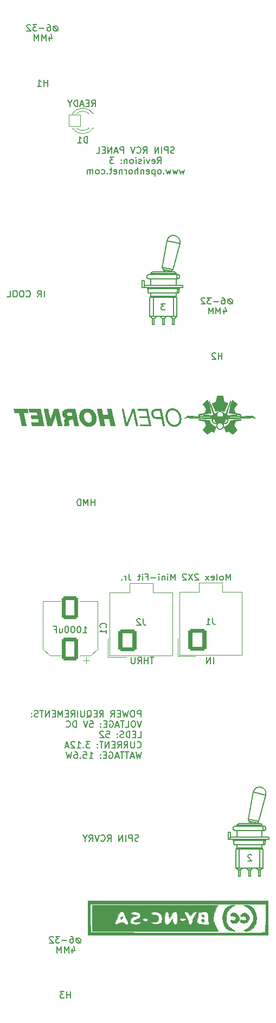
<source format=gbr>
%TF.GenerationSoftware,KiCad,Pcbnew,(6.0.9)*%
%TF.CreationDate,2023-04-01T15:42:22-08:00*%
%TF.ProjectId,SPIN RCV PANEL,5350494e-2052-4435-9620-50414e454c2e,3*%
%TF.SameCoordinates,Original*%
%TF.FileFunction,Legend,Bot*%
%TF.FilePolarity,Positive*%
%FSLAX46Y46*%
G04 Gerber Fmt 4.6, Leading zero omitted, Abs format (unit mm)*
G04 Created by KiCad (PCBNEW (6.0.9)) date 2023-04-01 15:42:22*
%MOMM*%
%LPD*%
G01*
G04 APERTURE LIST*
G04 Aperture macros list*
%AMRoundRect*
0 Rectangle with rounded corners*
0 $1 Rounding radius*
0 $2 $3 $4 $5 $6 $7 $8 $9 X,Y pos of 4 corners*
0 Add a 4 corners polygon primitive as box body*
4,1,4,$2,$3,$4,$5,$6,$7,$8,$9,$2,$3,0*
0 Add four circle primitives for the rounded corners*
1,1,$1+$1,$2,$3*
1,1,$1+$1,$4,$5*
1,1,$1+$1,$6,$7*
1,1,$1+$1,$8,$9*
0 Add four rect primitives between the rounded corners*
20,1,$1+$1,$2,$3,$4,$5,0*
20,1,$1+$1,$4,$5,$6,$7,0*
20,1,$1+$1,$6,$7,$8,$9,0*
20,1,$1+$1,$8,$9,$2,$3,0*%
G04 Aperture macros list end*
%ADD10C,0.150000*%
%ADD11C,0.200000*%
%ADD12C,0.010000*%
%ADD13C,0.120000*%
%ADD14C,12.800000*%
%ADD15C,3.672000*%
%ADD16C,4.400000*%
%ADD17RoundRect,0.300000X1.000000X-1.500000X1.000000X1.500000X-1.000000X1.500000X-1.000000X-1.500000X0*%
%ADD18RoundRect,0.050000X-0.900000X-0.900000X0.900000X-0.900000X0.900000X0.900000X-0.900000X0.900000X0*%
%ADD19C,1.900000*%
%ADD20RoundRect,0.300001X-1.099999X-1.399999X1.099999X-1.399999X1.099999X1.399999X-1.099999X1.399999X0*%
%ADD21O,2.800000X3.400000*%
G04 APERTURE END LIST*
D10*
X127627870Y-77475148D02*
X127008822Y-77475148D01*
X127342156Y-77856101D01*
X127199298Y-77856101D01*
X127104060Y-77903720D01*
X127056441Y-77951339D01*
X127008822Y-78046577D01*
X127008822Y-78284672D01*
X127056441Y-78379910D01*
X127104060Y-78427529D01*
X127199298Y-78475148D01*
X127485013Y-78475148D01*
X127580251Y-78427529D01*
X127627870Y-78379910D01*
X116612079Y-108929748D02*
X116612079Y-107929748D01*
X116612079Y-108405939D02*
X116040651Y-108405939D01*
X116040651Y-108929748D02*
X116040651Y-107929748D01*
X115564460Y-108929748D02*
X115564460Y-107929748D01*
X115231127Y-108644034D01*
X114897794Y-107929748D01*
X114897794Y-108929748D01*
X114421603Y-108929748D02*
X114421603Y-107929748D01*
X114183508Y-107929748D01*
X114040651Y-107977368D01*
X113945413Y-108072606D01*
X113897794Y-108167844D01*
X113850175Y-108358320D01*
X113850175Y-108501177D01*
X113897794Y-108691653D01*
X113945413Y-108786891D01*
X114040651Y-108882129D01*
X114183508Y-108929748D01*
X114421603Y-108929748D01*
X125855870Y-132554548D02*
X125284441Y-132554548D01*
X125570156Y-133554548D02*
X125570156Y-132554548D01*
X124951108Y-133554548D02*
X124951108Y-132554548D01*
X124951108Y-133030739D02*
X124379679Y-133030739D01*
X124379679Y-133554548D02*
X124379679Y-132554548D01*
X123332060Y-133554548D02*
X123665394Y-133078358D01*
X123903489Y-133554548D02*
X123903489Y-132554548D01*
X123522537Y-132554548D01*
X123427298Y-132602168D01*
X123379679Y-132649787D01*
X123332060Y-132745025D01*
X123332060Y-132887882D01*
X123379679Y-132983120D01*
X123427298Y-133030739D01*
X123522537Y-133078358D01*
X123903489Y-133078358D01*
X122903489Y-132554548D02*
X122903489Y-133364072D01*
X122855870Y-133459310D01*
X122808251Y-133506929D01*
X122713013Y-133554548D01*
X122522537Y-133554548D01*
X122427298Y-133506929D01*
X122379679Y-133459310D01*
X122332060Y-133364072D01*
X122332060Y-132554548D01*
X116145337Y-46754548D02*
X116478670Y-46278358D01*
X116716765Y-46754548D02*
X116716765Y-45754548D01*
X116335813Y-45754548D01*
X116240575Y-45802168D01*
X116192956Y-45849787D01*
X116145337Y-45945025D01*
X116145337Y-46087882D01*
X116192956Y-46183120D01*
X116240575Y-46230739D01*
X116335813Y-46278358D01*
X116716765Y-46278358D01*
X115716765Y-46230739D02*
X115383432Y-46230739D01*
X115240575Y-46754548D02*
X115716765Y-46754548D01*
X115716765Y-45754548D01*
X115240575Y-45754548D01*
X114859622Y-46468834D02*
X114383432Y-46468834D01*
X114954860Y-46754548D02*
X114621527Y-45754548D01*
X114288194Y-46754548D01*
X113954860Y-46754548D02*
X113954860Y-45754548D01*
X113716765Y-45754548D01*
X113573908Y-45802168D01*
X113478670Y-45897406D01*
X113431051Y-45992644D01*
X113383432Y-46183120D01*
X113383432Y-46325977D01*
X113431051Y-46516453D01*
X113478670Y-46611691D01*
X113573908Y-46706929D01*
X113716765Y-46754548D01*
X113954860Y-46754548D01*
X112764384Y-46278358D02*
X112764384Y-46754548D01*
X113097717Y-45754548D02*
X112764384Y-46278358D01*
X112431051Y-45754548D01*
X123452251Y-161155329D02*
X123309394Y-161202948D01*
X123071298Y-161202948D01*
X122976060Y-161155329D01*
X122928441Y-161107710D01*
X122880822Y-161012472D01*
X122880822Y-160917234D01*
X122928441Y-160821996D01*
X122976060Y-160774377D01*
X123071298Y-160726758D01*
X123261775Y-160679139D01*
X123357013Y-160631520D01*
X123404632Y-160583901D01*
X123452251Y-160488663D01*
X123452251Y-160393425D01*
X123404632Y-160298187D01*
X123357013Y-160250568D01*
X123261775Y-160202948D01*
X123023679Y-160202948D01*
X122880822Y-160250568D01*
X122452251Y-161202948D02*
X122452251Y-160202948D01*
X122071298Y-160202948D01*
X121976060Y-160250568D01*
X121928441Y-160298187D01*
X121880822Y-160393425D01*
X121880822Y-160536282D01*
X121928441Y-160631520D01*
X121976060Y-160679139D01*
X122071298Y-160726758D01*
X122452251Y-160726758D01*
X121452251Y-161202948D02*
X121452251Y-160202948D01*
X120976060Y-161202948D02*
X120976060Y-160202948D01*
X120404632Y-161202948D01*
X120404632Y-160202948D01*
X118595108Y-161202948D02*
X118928441Y-160726758D01*
X119166537Y-161202948D02*
X119166537Y-160202948D01*
X118785584Y-160202948D01*
X118690346Y-160250568D01*
X118642727Y-160298187D01*
X118595108Y-160393425D01*
X118595108Y-160536282D01*
X118642727Y-160631520D01*
X118690346Y-160679139D01*
X118785584Y-160726758D01*
X119166537Y-160726758D01*
X117595108Y-161107710D02*
X117642727Y-161155329D01*
X117785584Y-161202948D01*
X117880822Y-161202948D01*
X118023679Y-161155329D01*
X118118917Y-161060091D01*
X118166537Y-160964853D01*
X118214156Y-160774377D01*
X118214156Y-160631520D01*
X118166537Y-160441044D01*
X118118917Y-160345806D01*
X118023679Y-160250568D01*
X117880822Y-160202948D01*
X117785584Y-160202948D01*
X117642727Y-160250568D01*
X117595108Y-160298187D01*
X117309394Y-160202948D02*
X116976060Y-161202948D01*
X116642727Y-160202948D01*
X115737965Y-161202948D02*
X116071298Y-160726758D01*
X116309394Y-161202948D02*
X116309394Y-160202948D01*
X115928441Y-160202948D01*
X115833203Y-160250568D01*
X115785584Y-160298187D01*
X115737965Y-160393425D01*
X115737965Y-160536282D01*
X115785584Y-160631520D01*
X115833203Y-160679139D01*
X115928441Y-160726758D01*
X116309394Y-160726758D01*
X115118917Y-160726758D02*
X115118917Y-161202948D01*
X115452251Y-160202948D02*
X115118917Y-160726758D01*
X114785584Y-160202948D01*
X123809341Y-141853948D02*
X123809341Y-140853948D01*
X123428389Y-140853948D01*
X123333151Y-140901568D01*
X123285532Y-140949187D01*
X123237913Y-141044425D01*
X123237913Y-141187282D01*
X123285532Y-141282520D01*
X123333151Y-141330139D01*
X123428389Y-141377758D01*
X123809341Y-141377758D01*
X122618865Y-140853948D02*
X122428389Y-140853948D01*
X122333151Y-140901568D01*
X122237913Y-140996806D01*
X122190294Y-141187282D01*
X122190294Y-141520615D01*
X122237913Y-141711091D01*
X122333151Y-141806329D01*
X122428389Y-141853948D01*
X122618865Y-141853948D01*
X122714103Y-141806329D01*
X122809341Y-141711091D01*
X122856960Y-141520615D01*
X122856960Y-141187282D01*
X122809341Y-140996806D01*
X122714103Y-140901568D01*
X122618865Y-140853948D01*
X121856960Y-140853948D02*
X121618865Y-141853948D01*
X121428389Y-141139663D01*
X121237913Y-141853948D01*
X120999817Y-140853948D01*
X120618865Y-141330139D02*
X120285532Y-141330139D01*
X120142675Y-141853948D02*
X120618865Y-141853948D01*
X120618865Y-140853948D01*
X120142675Y-140853948D01*
X119142675Y-141853948D02*
X119476008Y-141377758D01*
X119714103Y-141853948D02*
X119714103Y-140853948D01*
X119333151Y-140853948D01*
X119237913Y-140901568D01*
X119190294Y-140949187D01*
X119142675Y-141044425D01*
X119142675Y-141187282D01*
X119190294Y-141282520D01*
X119237913Y-141330139D01*
X119333151Y-141377758D01*
X119714103Y-141377758D01*
X117380770Y-141853948D02*
X117714103Y-141377758D01*
X117952198Y-141853948D02*
X117952198Y-140853948D01*
X117571246Y-140853948D01*
X117476008Y-140901568D01*
X117428389Y-140949187D01*
X117380770Y-141044425D01*
X117380770Y-141187282D01*
X117428389Y-141282520D01*
X117476008Y-141330139D01*
X117571246Y-141377758D01*
X117952198Y-141377758D01*
X116952198Y-141330139D02*
X116618865Y-141330139D01*
X116476008Y-141853948D02*
X116952198Y-141853948D01*
X116952198Y-140853948D01*
X116476008Y-140853948D01*
X115380770Y-141949187D02*
X115476008Y-141901568D01*
X115571246Y-141806329D01*
X115714103Y-141663472D01*
X115809341Y-141615853D01*
X115904579Y-141615853D01*
X115856960Y-141853948D02*
X115952198Y-141806329D01*
X116047437Y-141711091D01*
X116095056Y-141520615D01*
X116095056Y-141187282D01*
X116047437Y-140996806D01*
X115952198Y-140901568D01*
X115856960Y-140853948D01*
X115666484Y-140853948D01*
X115571246Y-140901568D01*
X115476008Y-140996806D01*
X115428389Y-141187282D01*
X115428389Y-141520615D01*
X115476008Y-141711091D01*
X115571246Y-141806329D01*
X115666484Y-141853948D01*
X115856960Y-141853948D01*
X114999817Y-140853948D02*
X114999817Y-141663472D01*
X114952198Y-141758710D01*
X114904579Y-141806329D01*
X114809341Y-141853948D01*
X114618865Y-141853948D01*
X114523627Y-141806329D01*
X114476008Y-141758710D01*
X114428389Y-141663472D01*
X114428389Y-140853948D01*
X113952198Y-141853948D02*
X113952198Y-140853948D01*
X112904579Y-141853948D02*
X113237913Y-141377758D01*
X113476008Y-141853948D02*
X113476008Y-140853948D01*
X113095056Y-140853948D01*
X112999817Y-140901568D01*
X112952198Y-140949187D01*
X112904579Y-141044425D01*
X112904579Y-141187282D01*
X112952198Y-141282520D01*
X112999817Y-141330139D01*
X113095056Y-141377758D01*
X113476008Y-141377758D01*
X112476008Y-141330139D02*
X112142675Y-141330139D01*
X111999817Y-141853948D02*
X112476008Y-141853948D01*
X112476008Y-140853948D01*
X111999817Y-140853948D01*
X111571246Y-141853948D02*
X111571246Y-140853948D01*
X111237913Y-141568234D01*
X110904579Y-140853948D01*
X110904579Y-141853948D01*
X110428389Y-141330139D02*
X110095056Y-141330139D01*
X109952198Y-141853948D02*
X110428389Y-141853948D01*
X110428389Y-140853948D01*
X109952198Y-140853948D01*
X109523627Y-141853948D02*
X109523627Y-140853948D01*
X108952198Y-141853948D01*
X108952198Y-140853948D01*
X108618865Y-140853948D02*
X108047437Y-140853948D01*
X108333151Y-141853948D02*
X108333151Y-140853948D01*
X107761722Y-141806329D02*
X107618865Y-141853948D01*
X107380770Y-141853948D01*
X107285532Y-141806329D01*
X107237913Y-141758710D01*
X107190294Y-141663472D01*
X107190294Y-141568234D01*
X107237913Y-141472996D01*
X107285532Y-141425377D01*
X107380770Y-141377758D01*
X107571246Y-141330139D01*
X107666484Y-141282520D01*
X107714103Y-141234901D01*
X107761722Y-141139663D01*
X107761722Y-141044425D01*
X107714103Y-140949187D01*
X107666484Y-140901568D01*
X107571246Y-140853948D01*
X107333151Y-140853948D01*
X107190294Y-140901568D01*
X106761722Y-141758710D02*
X106714103Y-141806329D01*
X106761722Y-141853948D01*
X106809341Y-141806329D01*
X106761722Y-141758710D01*
X106761722Y-141853948D01*
X106761722Y-141234901D02*
X106714103Y-141282520D01*
X106761722Y-141330139D01*
X106809341Y-141282520D01*
X106761722Y-141234901D01*
X106761722Y-141330139D01*
X123952198Y-142463948D02*
X123618865Y-143463948D01*
X123285532Y-142463948D01*
X122761722Y-142463948D02*
X122571246Y-142463948D01*
X122476008Y-142511568D01*
X122380770Y-142606806D01*
X122333151Y-142797282D01*
X122333151Y-143130615D01*
X122380770Y-143321091D01*
X122476008Y-143416329D01*
X122571246Y-143463948D01*
X122761722Y-143463948D01*
X122856960Y-143416329D01*
X122952198Y-143321091D01*
X122999817Y-143130615D01*
X122999817Y-142797282D01*
X122952198Y-142606806D01*
X122856960Y-142511568D01*
X122761722Y-142463948D01*
X121428389Y-143463948D02*
X121904579Y-143463948D01*
X121904579Y-142463948D01*
X121237913Y-142463948D02*
X120666484Y-142463948D01*
X120952198Y-143463948D02*
X120952198Y-142463948D01*
X120380770Y-143178234D02*
X119904579Y-143178234D01*
X120476008Y-143463948D02*
X120142675Y-142463948D01*
X119809341Y-143463948D01*
X118952198Y-142511568D02*
X119047437Y-142463948D01*
X119190294Y-142463948D01*
X119333151Y-142511568D01*
X119428389Y-142606806D01*
X119476008Y-142702044D01*
X119523627Y-142892520D01*
X119523627Y-143035377D01*
X119476008Y-143225853D01*
X119428389Y-143321091D01*
X119333151Y-143416329D01*
X119190294Y-143463948D01*
X119095056Y-143463948D01*
X118952198Y-143416329D01*
X118904579Y-143368710D01*
X118904579Y-143035377D01*
X119095056Y-143035377D01*
X118476008Y-142940139D02*
X118142675Y-142940139D01*
X117999817Y-143463948D02*
X118476008Y-143463948D01*
X118476008Y-142463948D01*
X117999817Y-142463948D01*
X117571246Y-143368710D02*
X117523627Y-143416329D01*
X117571246Y-143463948D01*
X117618865Y-143416329D01*
X117571246Y-143368710D01*
X117571246Y-143463948D01*
X117571246Y-142844901D02*
X117523627Y-142892520D01*
X117571246Y-142940139D01*
X117618865Y-142892520D01*
X117571246Y-142844901D01*
X117571246Y-142940139D01*
X115856960Y-142463948D02*
X116333151Y-142463948D01*
X116380770Y-142940139D01*
X116333151Y-142892520D01*
X116237913Y-142844901D01*
X115999817Y-142844901D01*
X115904579Y-142892520D01*
X115856960Y-142940139D01*
X115809341Y-143035377D01*
X115809341Y-143273472D01*
X115856960Y-143368710D01*
X115904579Y-143416329D01*
X115999817Y-143463948D01*
X116237913Y-143463948D01*
X116333151Y-143416329D01*
X116380770Y-143368710D01*
X115523627Y-142463948D02*
X115190294Y-143463948D01*
X114856960Y-142463948D01*
X113761722Y-143463948D02*
X113761722Y-142463948D01*
X113523627Y-142463948D01*
X113380770Y-142511568D01*
X113285532Y-142606806D01*
X113237913Y-142702044D01*
X113190294Y-142892520D01*
X113190294Y-143035377D01*
X113237913Y-143225853D01*
X113285532Y-143321091D01*
X113380770Y-143416329D01*
X113523627Y-143463948D01*
X113761722Y-143463948D01*
X112190294Y-143368710D02*
X112237913Y-143416329D01*
X112380770Y-143463948D01*
X112476008Y-143463948D01*
X112618865Y-143416329D01*
X112714103Y-143321091D01*
X112761722Y-143225853D01*
X112809341Y-143035377D01*
X112809341Y-142892520D01*
X112761722Y-142702044D01*
X112714103Y-142606806D01*
X112618865Y-142511568D01*
X112476008Y-142463948D01*
X112380770Y-142463948D01*
X112237913Y-142511568D01*
X112190294Y-142559187D01*
X123333151Y-145073948D02*
X123809341Y-145073948D01*
X123809341Y-144073948D01*
X122999817Y-144550139D02*
X122666484Y-144550139D01*
X122523627Y-145073948D02*
X122999817Y-145073948D01*
X122999817Y-144073948D01*
X122523627Y-144073948D01*
X122095056Y-145073948D02*
X122095056Y-144073948D01*
X121856960Y-144073948D01*
X121714103Y-144121568D01*
X121618865Y-144216806D01*
X121571246Y-144312044D01*
X121523627Y-144502520D01*
X121523627Y-144645377D01*
X121571246Y-144835853D01*
X121618865Y-144931091D01*
X121714103Y-145026329D01*
X121856960Y-145073948D01*
X122095056Y-145073948D01*
X121142675Y-145026329D02*
X120999817Y-145073948D01*
X120761722Y-145073948D01*
X120666484Y-145026329D01*
X120618865Y-144978710D01*
X120571246Y-144883472D01*
X120571246Y-144788234D01*
X120618865Y-144692996D01*
X120666484Y-144645377D01*
X120761722Y-144597758D01*
X120952198Y-144550139D01*
X121047437Y-144502520D01*
X121095056Y-144454901D01*
X121142675Y-144359663D01*
X121142675Y-144264425D01*
X121095056Y-144169187D01*
X121047437Y-144121568D01*
X120952198Y-144073948D01*
X120714103Y-144073948D01*
X120571246Y-144121568D01*
X120142675Y-144978710D02*
X120095056Y-145026329D01*
X120142675Y-145073948D01*
X120190294Y-145026329D01*
X120142675Y-144978710D01*
X120142675Y-145073948D01*
X120142675Y-144454901D02*
X120095056Y-144502520D01*
X120142675Y-144550139D01*
X120190294Y-144502520D01*
X120142675Y-144454901D01*
X120142675Y-144550139D01*
X118428389Y-144073948D02*
X118904579Y-144073948D01*
X118952198Y-144550139D01*
X118904579Y-144502520D01*
X118809341Y-144454901D01*
X118571246Y-144454901D01*
X118476008Y-144502520D01*
X118428389Y-144550139D01*
X118380770Y-144645377D01*
X118380770Y-144883472D01*
X118428389Y-144978710D01*
X118476008Y-145026329D01*
X118571246Y-145073948D01*
X118809341Y-145073948D01*
X118904579Y-145026329D01*
X118952198Y-144978710D01*
X117999817Y-144169187D02*
X117952198Y-144121568D01*
X117856960Y-144073948D01*
X117618865Y-144073948D01*
X117523627Y-144121568D01*
X117476008Y-144169187D01*
X117428389Y-144264425D01*
X117428389Y-144359663D01*
X117476008Y-144502520D01*
X118047437Y-145073948D01*
X117428389Y-145073948D01*
X123237913Y-146588710D02*
X123285532Y-146636329D01*
X123428389Y-146683948D01*
X123523627Y-146683948D01*
X123666484Y-146636329D01*
X123761722Y-146541091D01*
X123809341Y-146445853D01*
X123856960Y-146255377D01*
X123856960Y-146112520D01*
X123809341Y-145922044D01*
X123761722Y-145826806D01*
X123666484Y-145731568D01*
X123523627Y-145683948D01*
X123428389Y-145683948D01*
X123285532Y-145731568D01*
X123237913Y-145779187D01*
X122809341Y-145683948D02*
X122809341Y-146493472D01*
X122761722Y-146588710D01*
X122714103Y-146636329D01*
X122618865Y-146683948D01*
X122428389Y-146683948D01*
X122333151Y-146636329D01*
X122285532Y-146588710D01*
X122237913Y-146493472D01*
X122237913Y-145683948D01*
X121190294Y-146683948D02*
X121523627Y-146207758D01*
X121761722Y-146683948D02*
X121761722Y-145683948D01*
X121380770Y-145683948D01*
X121285532Y-145731568D01*
X121237913Y-145779187D01*
X121190294Y-145874425D01*
X121190294Y-146017282D01*
X121237913Y-146112520D01*
X121285532Y-146160139D01*
X121380770Y-146207758D01*
X121761722Y-146207758D01*
X120190294Y-146683948D02*
X120523627Y-146207758D01*
X120761722Y-146683948D02*
X120761722Y-145683948D01*
X120380770Y-145683948D01*
X120285532Y-145731568D01*
X120237913Y-145779187D01*
X120190294Y-145874425D01*
X120190294Y-146017282D01*
X120237913Y-146112520D01*
X120285532Y-146160139D01*
X120380770Y-146207758D01*
X120761722Y-146207758D01*
X119761722Y-146160139D02*
X119428389Y-146160139D01*
X119285532Y-146683948D02*
X119761722Y-146683948D01*
X119761722Y-145683948D01*
X119285532Y-145683948D01*
X118856960Y-146683948D02*
X118856960Y-145683948D01*
X118285532Y-146683948D01*
X118285532Y-145683948D01*
X117952198Y-145683948D02*
X117380770Y-145683948D01*
X117666484Y-146683948D02*
X117666484Y-145683948D01*
X117047437Y-146588710D02*
X116999817Y-146636329D01*
X117047437Y-146683948D01*
X117095056Y-146636329D01*
X117047437Y-146588710D01*
X117047437Y-146683948D01*
X117047437Y-146064901D02*
X116999817Y-146112520D01*
X117047437Y-146160139D01*
X117095056Y-146112520D01*
X117047437Y-146064901D01*
X117047437Y-146160139D01*
X115904579Y-145683948D02*
X115285532Y-145683948D01*
X115618865Y-146064901D01*
X115476008Y-146064901D01*
X115380770Y-146112520D01*
X115333151Y-146160139D01*
X115285532Y-146255377D01*
X115285532Y-146493472D01*
X115333151Y-146588710D01*
X115380770Y-146636329D01*
X115476008Y-146683948D01*
X115761722Y-146683948D01*
X115856960Y-146636329D01*
X115904579Y-146588710D01*
X114856960Y-146588710D02*
X114809341Y-146636329D01*
X114856960Y-146683948D01*
X114904579Y-146636329D01*
X114856960Y-146588710D01*
X114856960Y-146683948D01*
X113856960Y-146683948D02*
X114428389Y-146683948D01*
X114142675Y-146683948D02*
X114142675Y-145683948D01*
X114237913Y-145826806D01*
X114333151Y-145922044D01*
X114428389Y-145969663D01*
X113476008Y-145779187D02*
X113428389Y-145731568D01*
X113333151Y-145683948D01*
X113095056Y-145683948D01*
X112999817Y-145731568D01*
X112952198Y-145779187D01*
X112904579Y-145874425D01*
X112904579Y-145969663D01*
X112952198Y-146112520D01*
X113523627Y-146683948D01*
X112904579Y-146683948D01*
X112523627Y-146398234D02*
X112047437Y-146398234D01*
X112618865Y-146683948D02*
X112285532Y-145683948D01*
X111952198Y-146683948D01*
X123904579Y-147293948D02*
X123666484Y-148293948D01*
X123476008Y-147579663D01*
X123285532Y-148293948D01*
X123047437Y-147293948D01*
X122714103Y-148008234D02*
X122237913Y-148008234D01*
X122809341Y-148293948D02*
X122476008Y-147293948D01*
X122142675Y-148293948D01*
X121952198Y-147293948D02*
X121380770Y-147293948D01*
X121666484Y-148293948D02*
X121666484Y-147293948D01*
X121190294Y-147293948D02*
X120618865Y-147293948D01*
X120904579Y-148293948D02*
X120904579Y-147293948D01*
X120333151Y-148008234D02*
X119856960Y-148008234D01*
X120428389Y-148293948D02*
X120095056Y-147293948D01*
X119761722Y-148293948D01*
X118904579Y-147341568D02*
X118999817Y-147293948D01*
X119142675Y-147293948D01*
X119285532Y-147341568D01*
X119380770Y-147436806D01*
X119428389Y-147532044D01*
X119476008Y-147722520D01*
X119476008Y-147865377D01*
X119428389Y-148055853D01*
X119380770Y-148151091D01*
X119285532Y-148246329D01*
X119142675Y-148293948D01*
X119047437Y-148293948D01*
X118904579Y-148246329D01*
X118856960Y-148198710D01*
X118856960Y-147865377D01*
X119047437Y-147865377D01*
X118428389Y-147770139D02*
X118095056Y-147770139D01*
X117952198Y-148293948D02*
X118428389Y-148293948D01*
X118428389Y-147293948D01*
X117952198Y-147293948D01*
X117523627Y-148198710D02*
X117476008Y-148246329D01*
X117523627Y-148293948D01*
X117571246Y-148246329D01*
X117523627Y-148198710D01*
X117523627Y-148293948D01*
X117523627Y-147674901D02*
X117476008Y-147722520D01*
X117523627Y-147770139D01*
X117571246Y-147722520D01*
X117523627Y-147674901D01*
X117523627Y-147770139D01*
X115761722Y-148293948D02*
X116333151Y-148293948D01*
X116047437Y-148293948D02*
X116047437Y-147293948D01*
X116142675Y-147436806D01*
X116237913Y-147532044D01*
X116333151Y-147579663D01*
X114856960Y-147293948D02*
X115333151Y-147293948D01*
X115380770Y-147770139D01*
X115333151Y-147722520D01*
X115237913Y-147674901D01*
X114999817Y-147674901D01*
X114904579Y-147722520D01*
X114856960Y-147770139D01*
X114809341Y-147865377D01*
X114809341Y-148103472D01*
X114856960Y-148198710D01*
X114904579Y-148246329D01*
X114999817Y-148293948D01*
X115237913Y-148293948D01*
X115333151Y-148246329D01*
X115380770Y-148198710D01*
X114380770Y-148198710D02*
X114333151Y-148246329D01*
X114380770Y-148293948D01*
X114428389Y-148246329D01*
X114380770Y-148198710D01*
X114380770Y-148293948D01*
X113476008Y-147293948D02*
X113666484Y-147293948D01*
X113761722Y-147341568D01*
X113809341Y-147389187D01*
X113904579Y-147532044D01*
X113952198Y-147722520D01*
X113952198Y-148103472D01*
X113904579Y-148198710D01*
X113856960Y-148246329D01*
X113761722Y-148293948D01*
X113571246Y-148293948D01*
X113476008Y-148246329D01*
X113428389Y-148198710D01*
X113380770Y-148103472D01*
X113380770Y-147865377D01*
X113428389Y-147770139D01*
X113476008Y-147722520D01*
X113571246Y-147674901D01*
X113761722Y-147674901D01*
X113856960Y-147722520D01*
X113904579Y-147770139D01*
X113952198Y-147865377D01*
X113047437Y-147293948D02*
X112809341Y-148293948D01*
X112618865Y-147579663D01*
X112428389Y-148293948D01*
X112190294Y-147293948D01*
X137774917Y-120554548D02*
X137774917Y-119554548D01*
X137441584Y-120268834D01*
X137108251Y-119554548D01*
X137108251Y-120554548D01*
X136489203Y-120554548D02*
X136584441Y-120506929D01*
X136632060Y-120459310D01*
X136679679Y-120364072D01*
X136679679Y-120078358D01*
X136632060Y-119983120D01*
X136584441Y-119935501D01*
X136489203Y-119887882D01*
X136346346Y-119887882D01*
X136251108Y-119935501D01*
X136203489Y-119983120D01*
X136155870Y-120078358D01*
X136155870Y-120364072D01*
X136203489Y-120459310D01*
X136251108Y-120506929D01*
X136346346Y-120554548D01*
X136489203Y-120554548D01*
X135584441Y-120554548D02*
X135679679Y-120506929D01*
X135727298Y-120411691D01*
X135727298Y-119554548D01*
X134822537Y-120506929D02*
X134917775Y-120554548D01*
X135108251Y-120554548D01*
X135203489Y-120506929D01*
X135251108Y-120411691D01*
X135251108Y-120030739D01*
X135203489Y-119935501D01*
X135108251Y-119887882D01*
X134917775Y-119887882D01*
X134822537Y-119935501D01*
X134774917Y-120030739D01*
X134774917Y-120125977D01*
X135251108Y-120221215D01*
X134441584Y-120554548D02*
X133917775Y-119887882D01*
X134441584Y-119887882D02*
X133917775Y-120554548D01*
X132822537Y-119649787D02*
X132774917Y-119602168D01*
X132679679Y-119554548D01*
X132441584Y-119554548D01*
X132346346Y-119602168D01*
X132298727Y-119649787D01*
X132251108Y-119745025D01*
X132251108Y-119840263D01*
X132298727Y-119983120D01*
X132870156Y-120554548D01*
X132251108Y-120554548D01*
X131917775Y-119554548D02*
X131251108Y-120554548D01*
X131251108Y-119554548D02*
X131917775Y-120554548D01*
X130917775Y-119649787D02*
X130870156Y-119602168D01*
X130774917Y-119554548D01*
X130536822Y-119554548D01*
X130441584Y-119602168D01*
X130393965Y-119649787D01*
X130346346Y-119745025D01*
X130346346Y-119840263D01*
X130393965Y-119983120D01*
X130965394Y-120554548D01*
X130346346Y-120554548D01*
X129155870Y-120554548D02*
X129155870Y-119554548D01*
X128822537Y-120268834D01*
X128489203Y-119554548D01*
X128489203Y-120554548D01*
X128013013Y-120554548D02*
X128013013Y-119887882D01*
X128013013Y-119554548D02*
X128060632Y-119602168D01*
X128013013Y-119649787D01*
X127965394Y-119602168D01*
X128013013Y-119554548D01*
X128013013Y-119649787D01*
X127536822Y-119887882D02*
X127536822Y-120554548D01*
X127536822Y-119983120D02*
X127489203Y-119935501D01*
X127393965Y-119887882D01*
X127251108Y-119887882D01*
X127155870Y-119935501D01*
X127108251Y-120030739D01*
X127108251Y-120554548D01*
X126632060Y-120554548D02*
X126632060Y-119887882D01*
X126632060Y-119554548D02*
X126679679Y-119602168D01*
X126632060Y-119649787D01*
X126584441Y-119602168D01*
X126632060Y-119554548D01*
X126632060Y-119649787D01*
X126155870Y-120173596D02*
X125393965Y-120173596D01*
X124584441Y-120030739D02*
X124917775Y-120030739D01*
X124917775Y-120554548D02*
X124917775Y-119554548D01*
X124441584Y-119554548D01*
X124060632Y-120554548D02*
X124060632Y-119887882D01*
X124060632Y-119554548D02*
X124108251Y-119602168D01*
X124060632Y-119649787D01*
X124013013Y-119602168D01*
X124060632Y-119554548D01*
X124060632Y-119649787D01*
X123727298Y-119887882D02*
X123346346Y-119887882D01*
X123584441Y-119554548D02*
X123584441Y-120411691D01*
X123536822Y-120506929D01*
X123441584Y-120554548D01*
X123346346Y-120554548D01*
X121965394Y-119554548D02*
X121965394Y-120268834D01*
X122013013Y-120411691D01*
X122108251Y-120506929D01*
X122251108Y-120554548D01*
X122346346Y-120554548D01*
X121489203Y-120554548D02*
X121489203Y-119887882D01*
X121489203Y-120078358D02*
X121441584Y-119983120D01*
X121393965Y-119935501D01*
X121298727Y-119887882D01*
X121203489Y-119887882D01*
X120870156Y-120459310D02*
X120822537Y-120506929D01*
X120870156Y-120554548D01*
X120917775Y-120506929D01*
X120870156Y-120459310D01*
X120870156Y-120554548D01*
X114814946Y-128716348D02*
X115386375Y-128716348D01*
X115100660Y-128716348D02*
X115100660Y-127716348D01*
X115195898Y-127859206D01*
X115291137Y-127954444D01*
X115386375Y-128002063D01*
X114195898Y-127716348D02*
X114100660Y-127716348D01*
X114005422Y-127763968D01*
X113957803Y-127811587D01*
X113910184Y-127906825D01*
X113862565Y-128097301D01*
X113862565Y-128335396D01*
X113910184Y-128525872D01*
X113957803Y-128621110D01*
X114005422Y-128668729D01*
X114100660Y-128716348D01*
X114195898Y-128716348D01*
X114291137Y-128668729D01*
X114338756Y-128621110D01*
X114386375Y-128525872D01*
X114433994Y-128335396D01*
X114433994Y-128097301D01*
X114386375Y-127906825D01*
X114338756Y-127811587D01*
X114291137Y-127763968D01*
X114195898Y-127716348D01*
X113243517Y-127716348D02*
X113148279Y-127716348D01*
X113053041Y-127763968D01*
X113005422Y-127811587D01*
X112957803Y-127906825D01*
X112910184Y-128097301D01*
X112910184Y-128335396D01*
X112957803Y-128525872D01*
X113005422Y-128621110D01*
X113053041Y-128668729D01*
X113148279Y-128716348D01*
X113243517Y-128716348D01*
X113338756Y-128668729D01*
X113386375Y-128621110D01*
X113433994Y-128525872D01*
X113481613Y-128335396D01*
X113481613Y-128097301D01*
X113433994Y-127906825D01*
X113386375Y-127811587D01*
X113338756Y-127763968D01*
X113243517Y-127716348D01*
X112291137Y-127716348D02*
X112195898Y-127716348D01*
X112100660Y-127763968D01*
X112053041Y-127811587D01*
X112005422Y-127906825D01*
X111957803Y-128097301D01*
X111957803Y-128335396D01*
X112005422Y-128525872D01*
X112053041Y-128621110D01*
X112100660Y-128668729D01*
X112195898Y-128716348D01*
X112291137Y-128716348D01*
X112386375Y-128668729D01*
X112433994Y-128621110D01*
X112481613Y-128525872D01*
X112529232Y-128335396D01*
X112529232Y-128097301D01*
X112481613Y-127906825D01*
X112433994Y-127811587D01*
X112386375Y-127763968D01*
X112291137Y-127716348D01*
X111100660Y-128049682D02*
X111100660Y-128716348D01*
X111529232Y-128049682D02*
X111529232Y-128573491D01*
X111481613Y-128668729D01*
X111386375Y-128716348D01*
X111243517Y-128716348D01*
X111148279Y-128668729D01*
X111100660Y-128621110D01*
X110291137Y-128192539D02*
X110624470Y-128192539D01*
X110624470Y-128716348D02*
X110624470Y-127716348D01*
X110148279Y-127716348D01*
X135146346Y-133554548D02*
X135146346Y-132554548D01*
X134670156Y-133554548D02*
X134670156Y-132554548D01*
X134098727Y-133554548D01*
X134098727Y-132554548D01*
X129049556Y-53996929D02*
X128906698Y-54044548D01*
X128668603Y-54044548D01*
X128573365Y-53996929D01*
X128525746Y-53949310D01*
X128478127Y-53854072D01*
X128478127Y-53758834D01*
X128525746Y-53663596D01*
X128573365Y-53615977D01*
X128668603Y-53568358D01*
X128859079Y-53520739D01*
X128954317Y-53473120D01*
X129001937Y-53425501D01*
X129049556Y-53330263D01*
X129049556Y-53235025D01*
X129001937Y-53139787D01*
X128954317Y-53092168D01*
X128859079Y-53044548D01*
X128620984Y-53044548D01*
X128478127Y-53092168D01*
X128049556Y-54044548D02*
X128049556Y-53044548D01*
X127668603Y-53044548D01*
X127573365Y-53092168D01*
X127525746Y-53139787D01*
X127478127Y-53235025D01*
X127478127Y-53377882D01*
X127525746Y-53473120D01*
X127573365Y-53520739D01*
X127668603Y-53568358D01*
X128049556Y-53568358D01*
X127049556Y-54044548D02*
X127049556Y-53044548D01*
X126573365Y-54044548D02*
X126573365Y-53044548D01*
X126001937Y-54044548D01*
X126001937Y-53044548D01*
X124192413Y-54044548D02*
X124525746Y-53568358D01*
X124763841Y-54044548D02*
X124763841Y-53044548D01*
X124382889Y-53044548D01*
X124287651Y-53092168D01*
X124240032Y-53139787D01*
X124192413Y-53235025D01*
X124192413Y-53377882D01*
X124240032Y-53473120D01*
X124287651Y-53520739D01*
X124382889Y-53568358D01*
X124763841Y-53568358D01*
X123192413Y-53949310D02*
X123240032Y-53996929D01*
X123382889Y-54044548D01*
X123478127Y-54044548D01*
X123620984Y-53996929D01*
X123716222Y-53901691D01*
X123763841Y-53806453D01*
X123811460Y-53615977D01*
X123811460Y-53473120D01*
X123763841Y-53282644D01*
X123716222Y-53187406D01*
X123620984Y-53092168D01*
X123478127Y-53044548D01*
X123382889Y-53044548D01*
X123240032Y-53092168D01*
X123192413Y-53139787D01*
X122906698Y-53044548D02*
X122573365Y-54044548D01*
X122240032Y-53044548D01*
X121144794Y-54044548D02*
X121144794Y-53044548D01*
X120763841Y-53044548D01*
X120668603Y-53092168D01*
X120620984Y-53139787D01*
X120573365Y-53235025D01*
X120573365Y-53377882D01*
X120620984Y-53473120D01*
X120668603Y-53520739D01*
X120763841Y-53568358D01*
X121144794Y-53568358D01*
X120192413Y-53758834D02*
X119716222Y-53758834D01*
X120287651Y-54044548D02*
X119954317Y-53044548D01*
X119620984Y-54044548D01*
X119287651Y-54044548D02*
X119287651Y-53044548D01*
X118716222Y-54044548D01*
X118716222Y-53044548D01*
X118240032Y-53520739D02*
X117906698Y-53520739D01*
X117763841Y-54044548D02*
X118240032Y-54044548D01*
X118240032Y-53044548D01*
X117763841Y-53044548D01*
X116859079Y-54044548D02*
X117335270Y-54044548D01*
X117335270Y-53044548D01*
X126382889Y-55654548D02*
X126716222Y-55178358D01*
X126954317Y-55654548D02*
X126954317Y-54654548D01*
X126573365Y-54654548D01*
X126478127Y-54702168D01*
X126430508Y-54749787D01*
X126382889Y-54845025D01*
X126382889Y-54987882D01*
X126430508Y-55083120D01*
X126478127Y-55130739D01*
X126573365Y-55178358D01*
X126954317Y-55178358D01*
X125573365Y-55606929D02*
X125668603Y-55654548D01*
X125859079Y-55654548D01*
X125954317Y-55606929D01*
X126001937Y-55511691D01*
X126001937Y-55130739D01*
X125954317Y-55035501D01*
X125859079Y-54987882D01*
X125668603Y-54987882D01*
X125573365Y-55035501D01*
X125525746Y-55130739D01*
X125525746Y-55225977D01*
X126001937Y-55321215D01*
X125192413Y-54987882D02*
X124954317Y-55654548D01*
X124716222Y-54987882D01*
X124335270Y-55654548D02*
X124335270Y-54987882D01*
X124335270Y-54654548D02*
X124382889Y-54702168D01*
X124335270Y-54749787D01*
X124287651Y-54702168D01*
X124335270Y-54654548D01*
X124335270Y-54749787D01*
X123906698Y-55606929D02*
X123811460Y-55654548D01*
X123620984Y-55654548D01*
X123525746Y-55606929D01*
X123478127Y-55511691D01*
X123478127Y-55464072D01*
X123525746Y-55368834D01*
X123620984Y-55321215D01*
X123763841Y-55321215D01*
X123859079Y-55273596D01*
X123906698Y-55178358D01*
X123906698Y-55130739D01*
X123859079Y-55035501D01*
X123763841Y-54987882D01*
X123620984Y-54987882D01*
X123525746Y-55035501D01*
X123049556Y-55654548D02*
X123049556Y-54987882D01*
X123049556Y-54654548D02*
X123097175Y-54702168D01*
X123049556Y-54749787D01*
X123001937Y-54702168D01*
X123049556Y-54654548D01*
X123049556Y-54749787D01*
X122430508Y-55654548D02*
X122525746Y-55606929D01*
X122573365Y-55559310D01*
X122620984Y-55464072D01*
X122620984Y-55178358D01*
X122573365Y-55083120D01*
X122525746Y-55035501D01*
X122430508Y-54987882D01*
X122287651Y-54987882D01*
X122192413Y-55035501D01*
X122144794Y-55083120D01*
X122097175Y-55178358D01*
X122097175Y-55464072D01*
X122144794Y-55559310D01*
X122192413Y-55606929D01*
X122287651Y-55654548D01*
X122430508Y-55654548D01*
X121668603Y-54987882D02*
X121668603Y-55654548D01*
X121668603Y-55083120D02*
X121620984Y-55035501D01*
X121525746Y-54987882D01*
X121382889Y-54987882D01*
X121287651Y-55035501D01*
X121240032Y-55130739D01*
X121240032Y-55654548D01*
X120763841Y-55559310D02*
X120716222Y-55606929D01*
X120763841Y-55654548D01*
X120811460Y-55606929D01*
X120763841Y-55559310D01*
X120763841Y-55654548D01*
X120763841Y-55035501D02*
X120716222Y-55083120D01*
X120763841Y-55130739D01*
X120811460Y-55083120D01*
X120763841Y-55035501D01*
X120763841Y-55130739D01*
X119620984Y-54654548D02*
X119001937Y-54654548D01*
X119335270Y-55035501D01*
X119192413Y-55035501D01*
X119097175Y-55083120D01*
X119049556Y-55130739D01*
X119001937Y-55225977D01*
X119001937Y-55464072D01*
X119049556Y-55559310D01*
X119097175Y-55606929D01*
X119192413Y-55654548D01*
X119478127Y-55654548D01*
X119573365Y-55606929D01*
X119620984Y-55559310D01*
X130620984Y-56597882D02*
X130430508Y-57264548D01*
X130240032Y-56788358D01*
X130049556Y-57264548D01*
X129859079Y-56597882D01*
X129573365Y-56597882D02*
X129382889Y-57264548D01*
X129192413Y-56788358D01*
X129001937Y-57264548D01*
X128811460Y-56597882D01*
X128525746Y-56597882D02*
X128335270Y-57264548D01*
X128144794Y-56788358D01*
X127954317Y-57264548D01*
X127763841Y-56597882D01*
X127382889Y-57169310D02*
X127335270Y-57216929D01*
X127382889Y-57264548D01*
X127430508Y-57216929D01*
X127382889Y-57169310D01*
X127382889Y-57264548D01*
X126763841Y-57264548D02*
X126859079Y-57216929D01*
X126906698Y-57169310D01*
X126954317Y-57074072D01*
X126954317Y-56788358D01*
X126906698Y-56693120D01*
X126859079Y-56645501D01*
X126763841Y-56597882D01*
X126620984Y-56597882D01*
X126525746Y-56645501D01*
X126478127Y-56693120D01*
X126430508Y-56788358D01*
X126430508Y-57074072D01*
X126478127Y-57169310D01*
X126525746Y-57216929D01*
X126620984Y-57264548D01*
X126763841Y-57264548D01*
X126001937Y-56597882D02*
X126001937Y-57597882D01*
X126001937Y-56645501D02*
X125906698Y-56597882D01*
X125716222Y-56597882D01*
X125620984Y-56645501D01*
X125573365Y-56693120D01*
X125525746Y-56788358D01*
X125525746Y-57074072D01*
X125573365Y-57169310D01*
X125620984Y-57216929D01*
X125716222Y-57264548D01*
X125906698Y-57264548D01*
X126001937Y-57216929D01*
X124716222Y-57216929D02*
X124811460Y-57264548D01*
X125001937Y-57264548D01*
X125097175Y-57216929D01*
X125144794Y-57121691D01*
X125144794Y-56740739D01*
X125097175Y-56645501D01*
X125001937Y-56597882D01*
X124811460Y-56597882D01*
X124716222Y-56645501D01*
X124668603Y-56740739D01*
X124668603Y-56835977D01*
X125144794Y-56931215D01*
X124240032Y-56597882D02*
X124240032Y-57264548D01*
X124240032Y-56693120D02*
X124192413Y-56645501D01*
X124097175Y-56597882D01*
X123954317Y-56597882D01*
X123859079Y-56645501D01*
X123811460Y-56740739D01*
X123811460Y-57264548D01*
X123335270Y-57264548D02*
X123335270Y-56264548D01*
X122906698Y-57264548D02*
X122906698Y-56740739D01*
X122954317Y-56645501D01*
X123049556Y-56597882D01*
X123192413Y-56597882D01*
X123287651Y-56645501D01*
X123335270Y-56693120D01*
X122287651Y-57264548D02*
X122382889Y-57216929D01*
X122430508Y-57169310D01*
X122478127Y-57074072D01*
X122478127Y-56788358D01*
X122430508Y-56693120D01*
X122382889Y-56645501D01*
X122287651Y-56597882D01*
X122144794Y-56597882D01*
X122049556Y-56645501D01*
X122001937Y-56693120D01*
X121954317Y-56788358D01*
X121954317Y-57074072D01*
X122001937Y-57169310D01*
X122049556Y-57216929D01*
X122144794Y-57264548D01*
X122287651Y-57264548D01*
X121525746Y-57264548D02*
X121525746Y-56597882D01*
X121525746Y-56788358D02*
X121478127Y-56693120D01*
X121430508Y-56645501D01*
X121335270Y-56597882D01*
X121240032Y-56597882D01*
X120906698Y-56597882D02*
X120906698Y-57264548D01*
X120906698Y-56693120D02*
X120859079Y-56645501D01*
X120763841Y-56597882D01*
X120620984Y-56597882D01*
X120525746Y-56645501D01*
X120478127Y-56740739D01*
X120478127Y-57264548D01*
X119620984Y-57216929D02*
X119716222Y-57264548D01*
X119906698Y-57264548D01*
X120001937Y-57216929D01*
X120049556Y-57121691D01*
X120049556Y-56740739D01*
X120001937Y-56645501D01*
X119906698Y-56597882D01*
X119716222Y-56597882D01*
X119620984Y-56645501D01*
X119573365Y-56740739D01*
X119573365Y-56835977D01*
X120049556Y-56931215D01*
X119287651Y-56597882D02*
X118906698Y-56597882D01*
X119144794Y-56264548D02*
X119144794Y-57121691D01*
X119097175Y-57216929D01*
X119001937Y-57264548D01*
X118906698Y-57264548D01*
X118573365Y-57169310D02*
X118525746Y-57216929D01*
X118573365Y-57264548D01*
X118620984Y-57216929D01*
X118573365Y-57169310D01*
X118573365Y-57264548D01*
X117668603Y-57216929D02*
X117763841Y-57264548D01*
X117954317Y-57264548D01*
X118049556Y-57216929D01*
X118097175Y-57169310D01*
X118144794Y-57074072D01*
X118144794Y-56788358D01*
X118097175Y-56693120D01*
X118049556Y-56645501D01*
X117954317Y-56597882D01*
X117763841Y-56597882D01*
X117668603Y-56645501D01*
X117097175Y-57264548D02*
X117192413Y-57216929D01*
X117240032Y-57169310D01*
X117287651Y-57074072D01*
X117287651Y-56788358D01*
X117240032Y-56693120D01*
X117192413Y-56645501D01*
X117097175Y-56597882D01*
X116954317Y-56597882D01*
X116859079Y-56645501D01*
X116811460Y-56693120D01*
X116763841Y-56788358D01*
X116763841Y-57074072D01*
X116811460Y-57169310D01*
X116859079Y-57216929D01*
X116954317Y-57264548D01*
X117097175Y-57264548D01*
X116335270Y-57264548D02*
X116335270Y-56597882D01*
X116335270Y-56693120D02*
X116287651Y-56645501D01*
X116192413Y-56597882D01*
X116049556Y-56597882D01*
X115954317Y-56645501D01*
X115906698Y-56740739D01*
X115906698Y-57264548D01*
X115906698Y-56740739D02*
X115859079Y-56645501D01*
X115763841Y-56597882D01*
X115620984Y-56597882D01*
X115525746Y-56645501D01*
X115478127Y-56740739D01*
X115478127Y-57264548D01*
X108741070Y-76443148D02*
X108741070Y-75443148D01*
X107693451Y-76443148D02*
X108026784Y-75966958D01*
X108264879Y-76443148D02*
X108264879Y-75443148D01*
X107883927Y-75443148D01*
X107788689Y-75490768D01*
X107741070Y-75538387D01*
X107693451Y-75633625D01*
X107693451Y-75776482D01*
X107741070Y-75871720D01*
X107788689Y-75919339D01*
X107883927Y-75966958D01*
X108264879Y-75966958D01*
X105931546Y-76347910D02*
X105979165Y-76395529D01*
X106122022Y-76443148D01*
X106217260Y-76443148D01*
X106360117Y-76395529D01*
X106455356Y-76300291D01*
X106502975Y-76205053D01*
X106550594Y-76014577D01*
X106550594Y-75871720D01*
X106502975Y-75681244D01*
X106455356Y-75586006D01*
X106360117Y-75490768D01*
X106217260Y-75443148D01*
X106122022Y-75443148D01*
X105979165Y-75490768D01*
X105931546Y-75538387D01*
X105312498Y-75443148D02*
X105122022Y-75443148D01*
X105026784Y-75490768D01*
X104931546Y-75586006D01*
X104883927Y-75776482D01*
X104883927Y-76109815D01*
X104931546Y-76300291D01*
X105026784Y-76395529D01*
X105122022Y-76443148D01*
X105312498Y-76443148D01*
X105407737Y-76395529D01*
X105502975Y-76300291D01*
X105550594Y-76109815D01*
X105550594Y-75776482D01*
X105502975Y-75586006D01*
X105407737Y-75490768D01*
X105312498Y-75443148D01*
X104264879Y-75443148D02*
X104074403Y-75443148D01*
X103979165Y-75490768D01*
X103883927Y-75586006D01*
X103836308Y-75776482D01*
X103836308Y-76109815D01*
X103883927Y-76300291D01*
X103979165Y-76395529D01*
X104074403Y-76443148D01*
X104264879Y-76443148D01*
X104360117Y-76395529D01*
X104455356Y-76300291D01*
X104502975Y-76109815D01*
X104502975Y-75776482D01*
X104455356Y-75586006D01*
X104360117Y-75490768D01*
X104264879Y-75443148D01*
X102931546Y-76443148D02*
X103407737Y-76443148D01*
X103407737Y-75443148D01*
%TO.C,G\u002A\u002A\u002A*%
X141108251Y-163399787D02*
X141060632Y-163352168D01*
X140965394Y-163304548D01*
X140727298Y-163304548D01*
X140632060Y-163352168D01*
X140584441Y-163399787D01*
X140536822Y-163495025D01*
X140536822Y-163590263D01*
X140584441Y-163733120D01*
X141155870Y-164304548D01*
X140536822Y-164304548D01*
%TO.C,REF\u002A\u002A*%
X109249564Y-43600484D02*
X109249564Y-42600484D01*
X109249564Y-43076675D02*
X108678136Y-43076675D01*
X108678136Y-43600484D02*
X108678136Y-42600484D01*
X107678136Y-43600484D02*
X108249564Y-43600484D01*
X107963850Y-43600484D02*
X107963850Y-42600484D01*
X108059088Y-42743342D01*
X108154326Y-42838580D01*
X108249564Y-42886199D01*
X110630517Y-34228580D02*
X110440040Y-34228580D01*
X110249564Y-34323818D01*
X110154326Y-34514294D01*
X110154326Y-34704770D01*
X110249564Y-34895246D01*
X110440040Y-34990484D01*
X110630517Y-34990484D01*
X110820993Y-34895246D01*
X110916231Y-34704770D01*
X110916231Y-34514294D01*
X110820993Y-34323818D01*
X110630517Y-34228580D01*
X110154326Y-34228580D02*
X110916231Y-34990484D01*
X109249564Y-33990484D02*
X109440040Y-33990484D01*
X109535279Y-34038104D01*
X109582898Y-34085723D01*
X109678136Y-34228580D01*
X109725755Y-34419056D01*
X109725755Y-34800008D01*
X109678136Y-34895246D01*
X109630517Y-34942865D01*
X109535279Y-34990484D01*
X109344802Y-34990484D01*
X109249564Y-34942865D01*
X109201945Y-34895246D01*
X109154326Y-34800008D01*
X109154326Y-34561913D01*
X109201945Y-34466675D01*
X109249564Y-34419056D01*
X109344802Y-34371437D01*
X109535279Y-34371437D01*
X109630517Y-34419056D01*
X109678136Y-34466675D01*
X109725755Y-34561913D01*
X108725755Y-34609532D02*
X107963850Y-34609532D01*
X107582898Y-33990484D02*
X106963850Y-33990484D01*
X107297183Y-34371437D01*
X107154326Y-34371437D01*
X107059088Y-34419056D01*
X107011469Y-34466675D01*
X106963850Y-34561913D01*
X106963850Y-34800008D01*
X107011469Y-34895246D01*
X107059088Y-34942865D01*
X107154326Y-34990484D01*
X107440040Y-34990484D01*
X107535279Y-34942865D01*
X107582898Y-34895246D01*
X106582898Y-34085723D02*
X106535279Y-34038104D01*
X106440040Y-33990484D01*
X106201945Y-33990484D01*
X106106707Y-34038104D01*
X106059088Y-34085723D01*
X106011469Y-34180961D01*
X106011469Y-34276199D01*
X106059088Y-34419056D01*
X106630517Y-34990484D01*
X106011469Y-34990484D01*
X109515040Y-35848818D02*
X109515040Y-36515484D01*
X109753136Y-35467865D02*
X109991231Y-36182151D01*
X109372183Y-36182151D01*
X108991231Y-36515484D02*
X108991231Y-35515484D01*
X108657898Y-36229770D01*
X108324564Y-35515484D01*
X108324564Y-36515484D01*
X107848374Y-36515484D02*
X107848374Y-35515484D01*
X107515040Y-36229770D01*
X107181707Y-35515484D01*
X107181707Y-36515484D01*
X137872017Y-76773580D02*
X137681540Y-76773580D01*
X137491064Y-76868818D01*
X137395826Y-77059294D01*
X137395826Y-77249770D01*
X137491064Y-77440246D01*
X137681540Y-77535484D01*
X137872017Y-77535484D01*
X138062493Y-77440246D01*
X138157731Y-77249770D01*
X138157731Y-77059294D01*
X138062493Y-76868818D01*
X137872017Y-76773580D01*
X137395826Y-76773580D02*
X138157731Y-77535484D01*
X136491064Y-76535484D02*
X136681540Y-76535484D01*
X136776779Y-76583104D01*
X136824398Y-76630723D01*
X136919636Y-76773580D01*
X136967255Y-76964056D01*
X136967255Y-77345008D01*
X136919636Y-77440246D01*
X136872017Y-77487865D01*
X136776779Y-77535484D01*
X136586302Y-77535484D01*
X136491064Y-77487865D01*
X136443445Y-77440246D01*
X136395826Y-77345008D01*
X136395826Y-77106913D01*
X136443445Y-77011675D01*
X136491064Y-76964056D01*
X136586302Y-76916437D01*
X136776779Y-76916437D01*
X136872017Y-76964056D01*
X136919636Y-77011675D01*
X136967255Y-77106913D01*
X135967255Y-77154532D02*
X135205350Y-77154532D01*
X134824398Y-76535484D02*
X134205350Y-76535484D01*
X134538683Y-76916437D01*
X134395826Y-76916437D01*
X134300588Y-76964056D01*
X134252969Y-77011675D01*
X134205350Y-77106913D01*
X134205350Y-77345008D01*
X134252969Y-77440246D01*
X134300588Y-77487865D01*
X134395826Y-77535484D01*
X134681540Y-77535484D01*
X134776779Y-77487865D01*
X134824398Y-77440246D01*
X133824398Y-76630723D02*
X133776779Y-76583104D01*
X133681540Y-76535484D01*
X133443445Y-76535484D01*
X133348207Y-76583104D01*
X133300588Y-76630723D01*
X133252969Y-76725961D01*
X133252969Y-76821199D01*
X133300588Y-76964056D01*
X133872017Y-77535484D01*
X133252969Y-77535484D01*
X136756540Y-78393818D02*
X136756540Y-79060484D01*
X136994636Y-78012865D02*
X137232731Y-78727151D01*
X136613683Y-78727151D01*
X136232731Y-79060484D02*
X136232731Y-78060484D01*
X135899398Y-78774770D01*
X135566064Y-78060484D01*
X135566064Y-79060484D01*
X135089874Y-79060484D02*
X135089874Y-78060484D01*
X134756540Y-78774770D01*
X134423207Y-78060484D01*
X134423207Y-79060484D01*
X136491064Y-86145484D02*
X136491064Y-85145484D01*
X136491064Y-85621675D02*
X135919636Y-85621675D01*
X135919636Y-86145484D02*
X135919636Y-85145484D01*
X135491064Y-85240723D02*
X135443445Y-85193104D01*
X135348207Y-85145484D01*
X135110112Y-85145484D01*
X135014874Y-85193104D01*
X134967255Y-85240723D01*
X134919636Y-85335961D01*
X134919636Y-85431199D01*
X134967255Y-85574056D01*
X135538683Y-86145484D01*
X134919636Y-86145484D01*
X114186517Y-176278080D02*
X113996040Y-176278080D01*
X113805564Y-176373318D01*
X113710326Y-176563794D01*
X113710326Y-176754270D01*
X113805564Y-176944746D01*
X113996040Y-177039984D01*
X114186517Y-177039984D01*
X114376993Y-176944746D01*
X114472231Y-176754270D01*
X114472231Y-176563794D01*
X114376993Y-176373318D01*
X114186517Y-176278080D01*
X113710326Y-176278080D02*
X114472231Y-177039984D01*
X112805564Y-176039984D02*
X112996040Y-176039984D01*
X113091279Y-176087604D01*
X113138898Y-176135223D01*
X113234136Y-176278080D01*
X113281755Y-176468556D01*
X113281755Y-176849508D01*
X113234136Y-176944746D01*
X113186517Y-176992365D01*
X113091279Y-177039984D01*
X112900802Y-177039984D01*
X112805564Y-176992365D01*
X112757945Y-176944746D01*
X112710326Y-176849508D01*
X112710326Y-176611413D01*
X112757945Y-176516175D01*
X112805564Y-176468556D01*
X112900802Y-176420937D01*
X113091279Y-176420937D01*
X113186517Y-176468556D01*
X113234136Y-176516175D01*
X113281755Y-176611413D01*
X112281755Y-176659032D02*
X111519850Y-176659032D01*
X111138898Y-176039984D02*
X110519850Y-176039984D01*
X110853183Y-176420937D01*
X110710326Y-176420937D01*
X110615088Y-176468556D01*
X110567469Y-176516175D01*
X110519850Y-176611413D01*
X110519850Y-176849508D01*
X110567469Y-176944746D01*
X110615088Y-176992365D01*
X110710326Y-177039984D01*
X110996040Y-177039984D01*
X111091279Y-176992365D01*
X111138898Y-176944746D01*
X110138898Y-176135223D02*
X110091279Y-176087604D01*
X109996040Y-176039984D01*
X109757945Y-176039984D01*
X109662707Y-176087604D01*
X109615088Y-176135223D01*
X109567469Y-176230461D01*
X109567469Y-176325699D01*
X109615088Y-176468556D01*
X110186517Y-177039984D01*
X109567469Y-177039984D01*
X112805564Y-185649984D02*
X112805564Y-184649984D01*
X112805564Y-185126175D02*
X112234136Y-185126175D01*
X112234136Y-185649984D02*
X112234136Y-184649984D01*
X111853183Y-184649984D02*
X111234136Y-184649984D01*
X111567469Y-185030937D01*
X111424612Y-185030937D01*
X111329374Y-185078556D01*
X111281755Y-185126175D01*
X111234136Y-185221413D01*
X111234136Y-185459508D01*
X111281755Y-185554746D01*
X111329374Y-185602365D01*
X111424612Y-185649984D01*
X111710326Y-185649984D01*
X111805564Y-185602365D01*
X111853183Y-185554746D01*
X113071040Y-177898318D02*
X113071040Y-178564984D01*
X113309136Y-177517365D02*
X113547231Y-178231651D01*
X112928183Y-178231651D01*
X112547231Y-178564984D02*
X112547231Y-177564984D01*
X112213898Y-178279270D01*
X111880564Y-177564984D01*
X111880564Y-178564984D01*
X111404374Y-178564984D02*
X111404374Y-177564984D01*
X111071040Y-178279270D01*
X110737707Y-177564984D01*
X110737707Y-178564984D01*
%TO.C,C1*%
X118348679Y-127894501D02*
X118396298Y-127846882D01*
X118443917Y-127704025D01*
X118443917Y-127608787D01*
X118396298Y-127465929D01*
X118301060Y-127370691D01*
X118205822Y-127323072D01*
X118015346Y-127275453D01*
X117872489Y-127275453D01*
X117682013Y-127323072D01*
X117586775Y-127370691D01*
X117491537Y-127465929D01*
X117443917Y-127608787D01*
X117443917Y-127704025D01*
X117491537Y-127846882D01*
X117539156Y-127894501D01*
X118443917Y-128846882D02*
X118443917Y-128275453D01*
X118443917Y-128561168D02*
X117443917Y-128561168D01*
X117586775Y-128465929D01*
X117682013Y-128370691D01*
X117729632Y-128275453D01*
%TO.C,D1*%
X115484632Y-52414548D02*
X115484632Y-51414548D01*
X115246537Y-51414548D01*
X115103679Y-51462168D01*
X115008441Y-51557406D01*
X114960822Y-51652644D01*
X114913203Y-51843120D01*
X114913203Y-51985977D01*
X114960822Y-52176453D01*
X115008441Y-52271691D01*
X115103679Y-52366929D01*
X115246537Y-52414548D01*
X115484632Y-52414548D01*
X113960822Y-52414548D02*
X114532251Y-52414548D01*
X114246537Y-52414548D02*
X114246537Y-51414548D01*
X114341775Y-51557406D01*
X114437013Y-51652644D01*
X114532251Y-51700263D01*
%TO.C,J1*%
X135055870Y-126433924D02*
X135055870Y-127148210D01*
X135103489Y-127291067D01*
X135198727Y-127386305D01*
X135341584Y-127433924D01*
X135436822Y-127433924D01*
X134055870Y-127433924D02*
X134627298Y-127433924D01*
X134341584Y-127433924D02*
X134341584Y-126433924D01*
X134436822Y-126576782D01*
X134532060Y-126672020D01*
X134627298Y-126719639D01*
%TO.C,J2*%
X124190870Y-126533924D02*
X124190870Y-127248210D01*
X124238489Y-127391067D01*
X124333727Y-127486305D01*
X124476584Y-127533924D01*
X124571822Y-127533924D01*
X123762298Y-126629163D02*
X123714679Y-126581544D01*
X123619441Y-126533924D01*
X123381346Y-126533924D01*
X123286108Y-126581544D01*
X123238489Y-126629163D01*
X123190870Y-126724401D01*
X123190870Y-126819639D01*
X123238489Y-126962496D01*
X123809917Y-127533924D01*
X123190870Y-127533924D01*
D11*
%TO.C,G\u002A\u002A\u002A*%
X139087737Y-166673768D02*
X139087737Y-166407102D01*
X143306211Y-159004516D02*
X143306211Y-159356754D01*
X138348005Y-161248182D02*
X138348005Y-161600421D01*
X139197737Y-165120435D02*
X139197737Y-162643768D01*
X143051153Y-161754502D02*
X143121176Y-161729015D01*
X139076299Y-165687102D02*
X139352508Y-165687102D01*
X139741070Y-165353768D02*
X139446789Y-165648049D01*
X140296506Y-165353768D02*
X140254404Y-165353768D01*
X139197737Y-162390435D02*
X139197737Y-162560435D01*
X143051153Y-158850435D02*
X140400940Y-158850435D01*
X142756070Y-158850435D02*
X142756070Y-158663768D01*
X142821070Y-162390435D02*
X142821070Y-162220435D01*
X140629795Y-157735936D02*
X142256955Y-158096669D01*
X142115351Y-165648049D02*
X141821070Y-165353768D01*
X138440965Y-161729015D02*
X138510988Y-161754502D01*
X142855192Y-159004516D02*
X142855192Y-159356754D01*
X142022093Y-158386028D02*
X142256955Y-158096669D01*
X138510988Y-158850435D02*
X138415096Y-158885336D01*
X143051153Y-159510835D02*
X140400940Y-159510835D01*
X140347737Y-165353768D02*
X141214404Y-165353768D01*
X143051153Y-159510835D02*
X143147044Y-159475933D01*
X142221070Y-166673768D02*
X142474404Y-166673768D01*
X142874404Y-165353768D02*
X142580123Y-165648049D01*
X140654404Y-166673768D02*
X140907737Y-166673768D01*
X140654404Y-166407102D02*
X140654404Y-165687102D01*
X139826219Y-165353768D02*
X140254404Y-165353768D01*
X142221070Y-166673768D02*
X142221070Y-166407102D01*
X142474404Y-165687102D02*
X142474404Y-166407102D01*
X142209632Y-165687102D02*
X142485842Y-165687102D01*
X138945450Y-162390435D02*
X142616690Y-162390435D01*
X142474404Y-166407102D02*
X142474404Y-166673768D01*
X141307737Y-165353768D02*
X141013456Y-165648049D01*
X138664404Y-165353768D02*
X138664404Y-162560435D01*
X143214135Y-161248182D02*
X143214135Y-161600421D01*
X140907737Y-166407102D02*
X140907737Y-166673768D01*
X142519404Y-158427102D02*
X139064627Y-158427102D01*
X141365449Y-153578274D02*
X140629795Y-157735936D01*
X140642965Y-165687102D02*
X140919175Y-165687102D01*
X138945450Y-162390435D02*
X138664404Y-162390435D01*
X142756070Y-160569168D02*
X142756070Y-159510835D01*
X142897737Y-162560435D02*
X142897737Y-162390435D01*
X138415096Y-159475933D02*
X138510988Y-159510835D01*
X137753636Y-160907835D02*
X143820604Y-160907835D01*
X137487537Y-159807168D02*
X137487537Y-160907835D01*
X142756070Y-158663768D02*
X142519404Y-158427102D01*
X138825309Y-159510835D02*
X138825309Y-160569168D01*
X140296506Y-165353768D02*
X140347737Y-165353768D01*
X142756070Y-158663768D02*
X138825309Y-158663768D01*
X140883081Y-158133515D02*
X140817994Y-158427102D01*
X138664404Y-165353768D02*
X139197737Y-165353768D01*
X140400940Y-158850435D02*
X138510988Y-158850435D01*
X143291437Y-161094102D02*
X143291437Y-160907835D01*
X140400940Y-159510835D02*
X138510988Y-159510835D01*
X142364404Y-165353768D02*
X142364404Y-162560435D01*
X142364404Y-165120435D02*
X142364404Y-162643768D01*
X138255930Y-159004516D02*
X138255930Y-159356754D01*
X141842274Y-158427102D02*
X141859377Y-158349954D01*
X138825309Y-158663768D02*
X139064627Y-158427102D01*
X141078340Y-158176803D02*
X141022850Y-158427102D01*
X138270704Y-161094102D02*
X143291437Y-161094102D01*
X140907737Y-165687102D02*
X140907737Y-166407102D01*
X139341070Y-166407102D02*
X139341070Y-166673768D01*
X140548684Y-165648049D02*
X140254404Y-165353768D01*
X140598997Y-161754502D02*
X138510988Y-161754502D01*
X137487537Y-159807168D02*
X137826204Y-159807168D01*
X140629795Y-157735936D02*
X140720365Y-158097441D01*
X143147044Y-158885336D02*
X143051153Y-158850435D01*
X142756070Y-162220435D02*
X142756070Y-161754502D01*
X141307737Y-165353768D02*
X141265634Y-165353768D01*
X143820604Y-160907835D02*
X143820604Y-160569168D01*
X140720365Y-158097441D02*
X142022093Y-158386028D01*
X138664404Y-162560435D02*
X138664404Y-162390435D01*
X141637418Y-158427102D02*
X141664118Y-158306666D01*
X138825309Y-158663768D02*
X138825309Y-158850435D01*
X141307737Y-165353768D02*
X141735922Y-165353768D01*
X137753636Y-160569168D02*
X143820604Y-160569168D01*
X142897737Y-165353768D02*
X142897737Y-162560435D01*
X139197737Y-165353768D02*
X139764404Y-165353768D01*
X142364404Y-165353768D02*
X142897737Y-165353768D01*
X142998109Y-161248182D02*
X142998109Y-161600421D01*
X138510988Y-161094102D02*
X138440965Y-161119588D01*
X143051153Y-161754502D02*
X140598997Y-161754502D01*
X137826204Y-159807168D02*
X137826204Y-160569168D01*
X139341070Y-165687102D02*
X139341070Y-166407102D01*
X139764404Y-165353768D02*
X139826219Y-165353768D01*
X141265634Y-165353768D02*
X141214404Y-165353768D01*
X143347330Y-154017647D02*
X141365449Y-153578274D01*
X143121176Y-161119588D02*
X143051153Y-161094102D01*
X138759691Y-162390435D02*
X138759691Y-162220435D01*
X139197737Y-162560435D02*
X139197737Y-165353768D01*
X138982018Y-165648049D02*
X138687737Y-165353768D01*
X142364404Y-162560435D02*
X142364404Y-162390435D01*
X142221070Y-166407102D02*
X142221070Y-165687102D01*
X137487537Y-160907835D02*
X137753636Y-160907835D01*
X139087737Y-166673768D02*
X139341070Y-166673768D01*
X141797737Y-165353768D02*
X142364404Y-165353768D01*
X137753636Y-160569168D02*
X137753636Y-160907835D01*
X138270704Y-160907835D02*
X138270704Y-161094102D01*
X138825309Y-161754502D02*
X138825309Y-162220435D01*
X142256955Y-158096669D02*
X143347330Y-154017647D01*
X138759691Y-162220435D02*
X142821070Y-162220435D01*
X139087737Y-166407102D02*
X139087737Y-165687102D01*
X140654404Y-166673768D02*
X140654404Y-166407102D01*
X142897737Y-162390435D02*
X142616690Y-162390435D01*
X141797737Y-165353768D02*
X141735922Y-165353768D01*
X142115354Y-165648046D02*
G75*
G03*
X142209632Y-165687101I94283J94278D01*
G01*
X138982018Y-165648049D02*
G75*
G03*
X139076299Y-165687101I94281J94281D01*
G01*
X140919175Y-165687102D02*
G75*
G03*
X141013456Y-165648049I-1J133335D01*
G01*
X140548684Y-165648049D02*
G75*
G03*
X140642965Y-165687101I94281J94281D01*
G01*
X142485842Y-165687105D02*
G75*
G03*
X142580123Y-165648049I-5J133337D01*
G01*
X143347330Y-154017647D02*
G75*
G03*
X141365450Y-153578275I-990940J219686D01*
G01*
X139352508Y-165687102D02*
G75*
G03*
X139446789Y-165648049I-1J133335D01*
G01*
X138255930Y-159356754D02*
X138312826Y-159412365D01*
X143088205Y-161727548D02*
X143056696Y-161702331D01*
X143103829Y-158874664D02*
X143169636Y-158895102D01*
X143117200Y-161118331D02*
X143148720Y-161138768D01*
X138375257Y-161192571D02*
X138348005Y-161248182D01*
X143300347Y-158998206D02*
X143306211Y-159004516D01*
X143300347Y-159363064D02*
X143236971Y-159422527D01*
X143056696Y-161702331D02*
X143025361Y-161656032D01*
X143211327Y-161241873D02*
X143214135Y-161248182D01*
X143086506Y-161121787D02*
X143117200Y-161118331D01*
X138375257Y-161656032D02*
X138405746Y-161701378D01*
X143235212Y-158937353D02*
X143300347Y-158998206D01*
X143214135Y-161600421D02*
X143211327Y-161606731D01*
X143169636Y-158895102D02*
X143235212Y-158937353D01*
X138440981Y-161120876D02*
X138438101Y-161121056D01*
X138405746Y-161701378D02*
X138436402Y-161726817D01*
X143043294Y-159483881D02*
X142977509Y-159458664D01*
X138436402Y-161726817D02*
X138440981Y-161727332D01*
X143150415Y-161708122D02*
X143119748Y-161729511D01*
X142975744Y-158903558D02*
X143039747Y-158878120D01*
X138438101Y-161121056D02*
X138406592Y-161146272D01*
X143173175Y-159464455D02*
X143109149Y-159485844D01*
X138378247Y-158902606D02*
X138312826Y-158948905D01*
X138376481Y-159457712D02*
X138415190Y-159473097D01*
X143055850Y-161147225D02*
X143086506Y-161121787D01*
X142998109Y-161248182D02*
X143025361Y-161192571D01*
X143180129Y-161181019D02*
X143211327Y-161241873D01*
X142912089Y-159412365D02*
X142855192Y-159356754D01*
X138415188Y-158888445D02*
X138378247Y-158902606D01*
X142977509Y-159458664D02*
X142912089Y-159412365D01*
X138348005Y-161600421D02*
X138375257Y-161656032D01*
X143119748Y-161729511D02*
X143088205Y-161727548D01*
X143039747Y-158878120D02*
X143103829Y-158874664D01*
X143109149Y-159485844D02*
X143043294Y-159483881D01*
X143306211Y-159356754D02*
X143300347Y-159363064D01*
X143236971Y-159422527D02*
X143173175Y-159464455D01*
X138406592Y-161146272D02*
X138375257Y-161192571D01*
X143148720Y-161138768D02*
X143180129Y-161181019D01*
X142912089Y-158948905D02*
X142975744Y-158903558D01*
X143025361Y-161656032D02*
X142998109Y-161600421D01*
X142855192Y-159004516D02*
X142912089Y-158948905D01*
X143025361Y-161192571D02*
X143055850Y-161147225D01*
X138312826Y-158948905D02*
X138255930Y-159004516D01*
X143211327Y-161606731D02*
X143180971Y-161666194D01*
X143180971Y-161666194D02*
X143150415Y-161708122D01*
X138312826Y-159412365D02*
X138376481Y-159457712D01*
%TO.C,G1*%
X127634340Y-72252203D02*
X127578850Y-72502502D01*
X129312070Y-72739168D02*
X129075404Y-72502502D01*
X128353737Y-79429168D02*
X128920404Y-79429168D01*
X129312070Y-72925835D02*
X129312070Y-72739168D01*
X127185795Y-71811336D02*
X127276365Y-72172841D01*
X127863737Y-79429168D02*
X128291922Y-79429168D01*
X129862211Y-73079916D02*
X129862211Y-73432154D01*
X129677176Y-75194988D02*
X129607153Y-75169502D01*
X125632299Y-79762502D02*
X125908508Y-79762502D01*
X129030404Y-79762502D02*
X129030404Y-80482502D01*
X127863737Y-79429168D02*
X127569456Y-79723449D01*
X129453737Y-76465835D02*
X129172690Y-76465835D01*
X126852506Y-79429168D02*
X126810404Y-79429168D01*
X129312070Y-72739168D02*
X125381309Y-72739168D01*
X125381309Y-73586235D02*
X125381309Y-74644568D01*
X126956940Y-73586235D02*
X125066988Y-73586235D01*
X125501450Y-76465835D02*
X125220404Y-76465835D01*
X128765632Y-79762502D02*
X129041842Y-79762502D01*
X124971096Y-73551333D02*
X125066988Y-73586235D01*
X127210404Y-80749168D02*
X127210404Y-80482502D01*
X125753737Y-79195835D02*
X125753737Y-76719168D01*
X125381309Y-75829902D02*
X125381309Y-76295835D01*
X128671351Y-79723449D02*
X128377070Y-79429168D01*
X129607153Y-75829902D02*
X129677176Y-75804415D01*
X129075404Y-72502502D02*
X125620627Y-72502502D01*
X125753737Y-76465835D02*
X125753737Y-76635835D01*
X124309636Y-74644568D02*
X124309636Y-74983235D01*
X124309636Y-74983235D02*
X130376604Y-74983235D01*
X124309636Y-74644568D02*
X130376604Y-74644568D01*
X125643737Y-80749168D02*
X125897070Y-80749168D01*
X129847437Y-75169502D02*
X129847437Y-74983235D01*
X130376604Y-74983235D02*
X130376604Y-74644568D01*
X124382204Y-73882568D02*
X124382204Y-74644568D01*
X125066988Y-72925835D02*
X124971096Y-72960736D01*
X127821634Y-79429168D02*
X127770404Y-79429168D01*
X127463737Y-79762502D02*
X127463737Y-80482502D01*
X129703044Y-72960736D02*
X129607153Y-72925835D01*
X124043537Y-73882568D02*
X124382204Y-73882568D01*
X125501450Y-76465835D02*
X129172690Y-76465835D01*
X125643737Y-80749168D02*
X125643737Y-80482502D01*
X129312070Y-74644568D02*
X129312070Y-73586235D01*
X125220404Y-76635835D02*
X125220404Y-76465835D01*
X126297070Y-79429168D02*
X126002789Y-79723449D01*
X129453737Y-76635835D02*
X129453737Y-76465835D01*
X125753737Y-76635835D02*
X125753737Y-79429168D01*
X127154997Y-75829902D02*
X125066988Y-75829902D01*
X127863737Y-79429168D02*
X127821634Y-79429168D01*
X127463737Y-80482502D02*
X127463737Y-80749168D01*
X126382219Y-79429168D02*
X126810404Y-79429168D01*
X126320404Y-79429168D02*
X126382219Y-79429168D01*
X127210404Y-80749168D02*
X127463737Y-80749168D01*
X129607153Y-72925835D02*
X126956940Y-72925835D01*
X128353737Y-79429168D02*
X128291922Y-79429168D01*
X127198965Y-79762502D02*
X127475175Y-79762502D01*
X127921449Y-67653674D02*
X127185795Y-71811336D01*
X128398274Y-72502502D02*
X128415377Y-72425354D01*
X129030404Y-80482502D02*
X129030404Y-80749168D01*
X129607153Y-73586235D02*
X126956940Y-73586235D01*
X125220404Y-79429168D02*
X125753737Y-79429168D01*
X125220404Y-79429168D02*
X125220404Y-76635835D01*
X124811930Y-73079916D02*
X124811930Y-73432154D01*
X125315691Y-76295835D02*
X129377070Y-76295835D01*
X125381309Y-72739168D02*
X125620627Y-72502502D01*
X126956940Y-72925835D02*
X125066988Y-72925835D01*
X125381309Y-72739168D02*
X125381309Y-72925835D01*
X128193418Y-72502502D02*
X128220118Y-72382066D01*
X125753737Y-79429168D02*
X126320404Y-79429168D01*
X129607153Y-73586235D02*
X129703044Y-73551333D01*
X127104684Y-79723449D02*
X126810404Y-79429168D01*
X129453737Y-79429168D02*
X129453737Y-76635835D01*
X128777070Y-80482502D02*
X128777070Y-79762502D01*
X127439081Y-72208915D02*
X127373994Y-72502502D01*
X129770135Y-75323582D02*
X129770135Y-75675821D01*
X127210404Y-80482502D02*
X127210404Y-79762502D01*
X127276365Y-72172841D02*
X128578093Y-72461428D01*
X128812955Y-72172069D02*
X129903330Y-68093047D01*
X125643737Y-80482502D02*
X125643737Y-79762502D01*
X126852506Y-79429168D02*
X126903737Y-79429168D01*
X124904005Y-75323582D02*
X124904005Y-75675821D01*
X125897070Y-80482502D02*
X125897070Y-80749168D01*
X124043537Y-73882568D02*
X124043537Y-74983235D01*
X125897070Y-79762502D02*
X125897070Y-80482502D01*
X124996965Y-75804415D02*
X125066988Y-75829902D01*
X128920404Y-79429168D02*
X128920404Y-76635835D01*
X129903330Y-68093047D02*
X127921449Y-67653674D01*
X126903737Y-79429168D02*
X127770404Y-79429168D01*
X125066988Y-75169502D02*
X124996965Y-75194988D01*
X127185795Y-71811336D02*
X128812955Y-72172069D01*
X125315691Y-76465835D02*
X125315691Y-76295835D01*
X128578093Y-72461428D02*
X128812955Y-72172069D01*
X124043537Y-74983235D02*
X124309636Y-74983235D01*
X128920404Y-79195835D02*
X128920404Y-76719168D01*
X129411192Y-73079916D02*
X129411192Y-73432154D01*
X125538018Y-79723449D02*
X125243737Y-79429168D01*
X124826704Y-74983235D02*
X124826704Y-75169502D01*
X129312070Y-76295835D02*
X129312070Y-75829902D01*
X128920404Y-79429168D02*
X129453737Y-79429168D01*
X129607153Y-75829902D02*
X127154997Y-75829902D01*
X124826704Y-75169502D02*
X129847437Y-75169502D01*
X129377070Y-76465835D02*
X129377070Y-76295835D01*
X129554109Y-75323582D02*
X129554109Y-75675821D01*
X128920404Y-76635835D02*
X128920404Y-76465835D01*
X129430404Y-79429168D02*
X129136123Y-79723449D01*
X128777070Y-80749168D02*
X128777070Y-80482502D01*
X128777070Y-80749168D02*
X129030404Y-80749168D01*
X125538018Y-79723449D02*
G75*
G03*
X125632299Y-79762501I94281J94281D01*
G01*
X128671354Y-79723446D02*
G75*
G03*
X128765632Y-79762501I94283J94278D01*
G01*
X125908508Y-79762502D02*
G75*
G03*
X126002789Y-79723449I-1J133335D01*
G01*
X129041842Y-79762505D02*
G75*
G03*
X129136123Y-79723449I-5J133337D01*
G01*
X129903330Y-68093047D02*
G75*
G03*
X127921450Y-67653675I-990940J219686D01*
G01*
X127475175Y-79762502D02*
G75*
G03*
X127569456Y-79723449I-1J133335D01*
G01*
X127104684Y-79723449D02*
G75*
G03*
X127198965Y-79762501I94281J94281D01*
G01*
X129791212Y-73012753D02*
X129856347Y-73073606D01*
X124932481Y-73533112D02*
X124971190Y-73548497D01*
X129612696Y-75777731D02*
X129581361Y-75731432D01*
X124992402Y-75802217D02*
X124996981Y-75802732D01*
X129792971Y-73497927D02*
X129729175Y-73539855D01*
X124961746Y-75776778D02*
X124992402Y-75802217D01*
X129767327Y-75682131D02*
X129736971Y-75741594D01*
X129581361Y-75731432D02*
X129554109Y-75675821D01*
X129665149Y-73561244D02*
X129599294Y-73559281D01*
X129533509Y-73534064D02*
X129468089Y-73487765D01*
X129468089Y-73024305D02*
X129531744Y-72978958D01*
X124931257Y-75731432D02*
X124961746Y-75776778D01*
X129729175Y-73539855D02*
X129665149Y-73561244D01*
X124994101Y-75196456D02*
X124962592Y-75221672D01*
X129531744Y-72978958D02*
X129595747Y-72953520D01*
X129468089Y-73487765D02*
X129411192Y-73432154D01*
X129736129Y-75256419D02*
X129767327Y-75317273D01*
X129856347Y-73438464D02*
X129792971Y-73497927D01*
X124931257Y-75267971D02*
X124904005Y-75323582D01*
X129644205Y-75802948D02*
X129612696Y-75777731D01*
X129675748Y-75804911D02*
X129644205Y-75802948D01*
X129725636Y-72970502D02*
X129791212Y-73012753D01*
X129599294Y-73559281D02*
X129533509Y-73534064D01*
X124868826Y-73487765D02*
X124932481Y-73533112D01*
X124962592Y-75221672D02*
X124931257Y-75267971D01*
X124934247Y-72978006D02*
X124868826Y-73024305D01*
X129856347Y-73073606D02*
X129862211Y-73079916D01*
X129659829Y-72950064D02*
X129725636Y-72970502D01*
X129642506Y-75197187D02*
X129673200Y-75193731D01*
X129611850Y-75222625D02*
X129642506Y-75197187D01*
X124996981Y-75196276D02*
X124994101Y-75196456D01*
X129581361Y-75267971D02*
X129611850Y-75222625D01*
X129704720Y-75214168D02*
X129736129Y-75256419D01*
X129411192Y-73079916D02*
X129468089Y-73024305D01*
X129862211Y-73432154D02*
X129856347Y-73438464D01*
X129767327Y-75317273D02*
X129770135Y-75323582D01*
X129673200Y-75193731D02*
X129704720Y-75214168D01*
X124811930Y-73432154D02*
X124868826Y-73487765D01*
X129554109Y-75323582D02*
X129581361Y-75267971D01*
X129706415Y-75783522D02*
X129675748Y-75804911D01*
X129595747Y-72953520D02*
X129659829Y-72950064D01*
X124904005Y-75675821D02*
X124931257Y-75731432D01*
X124971188Y-72963845D02*
X124934247Y-72978006D01*
X129770135Y-75675821D02*
X129767327Y-75682131D01*
X124868826Y-73024305D02*
X124811930Y-73079916D01*
X129736971Y-75741594D02*
X129706415Y-75783522D01*
%TO.C,G\u002A\u002A\u002A*%
G36*
X136305385Y-91830382D02*
G01*
X136358850Y-91830437D01*
X136405448Y-91830553D01*
X136445670Y-91830754D01*
X136480001Y-91831060D01*
X136508931Y-91831495D01*
X136532948Y-91832079D01*
X136552540Y-91832837D01*
X136568194Y-91833789D01*
X136580400Y-91834959D01*
X136589644Y-91836368D01*
X136596416Y-91838039D01*
X136601203Y-91839993D01*
X136604494Y-91842253D01*
X136606776Y-91844842D01*
X136608538Y-91847781D01*
X136610267Y-91851093D01*
X136611029Y-91853774D01*
X136613360Y-91864330D01*
X136617039Y-91882258D01*
X136621958Y-91906991D01*
X136628006Y-91937962D01*
X136635076Y-91974604D01*
X136643059Y-92016351D01*
X136651846Y-92062634D01*
X136661328Y-92112886D01*
X136671397Y-92166541D01*
X136681943Y-92223032D01*
X136692859Y-92281791D01*
X136704491Y-92344346D01*
X136716427Y-92408044D01*
X136727567Y-92466974D01*
X136737832Y-92520741D01*
X136747146Y-92568947D01*
X136755431Y-92611197D01*
X136762609Y-92647095D01*
X136768602Y-92676244D01*
X136773332Y-92698248D01*
X136776722Y-92712711D01*
X136778695Y-92719236D01*
X136779201Y-92720196D01*
X136788194Y-92732634D01*
X136799032Y-92742541D01*
X136803613Y-92744884D01*
X136815720Y-92750364D01*
X136834461Y-92758523D01*
X136859184Y-92769085D01*
X136889234Y-92781777D01*
X136923957Y-92796323D01*
X136962699Y-92812449D01*
X137004807Y-92829880D01*
X137049626Y-92848340D01*
X137096502Y-92867555D01*
X137108113Y-92872307D01*
X137161451Y-92894225D01*
X137209865Y-92914275D01*
X137252986Y-92932297D01*
X137290449Y-92948135D01*
X137321883Y-92961631D01*
X137346923Y-92972627D01*
X137365199Y-92980966D01*
X137376344Y-92986490D01*
X137379990Y-92989041D01*
X137379249Y-92990914D01*
X137375421Y-92999957D01*
X137368499Y-93016081D01*
X137358664Y-93038869D01*
X137346098Y-93067903D01*
X137330981Y-93102768D01*
X137313495Y-93143047D01*
X137293820Y-93188323D01*
X137272138Y-93238178D01*
X137248630Y-93292198D01*
X137223477Y-93349964D01*
X137196860Y-93411060D01*
X137168960Y-93475069D01*
X137139959Y-93541575D01*
X137110037Y-93610160D01*
X137090882Y-93654040D01*
X137061517Y-93721239D01*
X137033166Y-93786038D01*
X137006009Y-93848026D01*
X136980229Y-93906790D01*
X136956009Y-93961917D01*
X136933529Y-94012994D01*
X136912973Y-94059609D01*
X136894521Y-94101349D01*
X136878357Y-94137801D01*
X136864662Y-94168554D01*
X136853618Y-94193194D01*
X136845407Y-94211309D01*
X136840211Y-94222486D01*
X136838213Y-94226312D01*
X136835109Y-94225643D01*
X136824955Y-94222891D01*
X136809166Y-94218383D01*
X136789132Y-94212515D01*
X136766246Y-94205687D01*
X136723501Y-94193242D01*
X136661942Y-94176575D01*
X136598442Y-94160686D01*
X136534646Y-94145936D01*
X136472202Y-94132686D01*
X136412756Y-94121297D01*
X136357955Y-94112131D01*
X136309446Y-94105547D01*
X136292677Y-94103926D01*
X136260566Y-94101930D01*
X136223374Y-94100644D01*
X136182790Y-94100047D01*
X136140508Y-94100119D01*
X136098217Y-94100839D01*
X136057610Y-94102186D01*
X136020378Y-94104139D01*
X135988212Y-94106679D01*
X135962803Y-94109784D01*
X135919178Y-94117172D01*
X135857803Y-94128938D01*
X135792288Y-94142821D01*
X135724755Y-94158331D01*
X135657329Y-94174976D01*
X135592133Y-94192265D01*
X135531290Y-94209704D01*
X135518032Y-94213640D01*
X135497638Y-94219440D01*
X135483480Y-94222943D01*
X135474361Y-94224374D01*
X135469085Y-94223959D01*
X135466455Y-94221923D01*
X135465520Y-94219993D01*
X135461333Y-94210881D01*
X135453994Y-94194715D01*
X135443692Y-94171913D01*
X135430612Y-94142889D01*
X135414942Y-94108060D01*
X135396868Y-94067843D01*
X135376577Y-94022652D01*
X135354256Y-93972904D01*
X135330091Y-93919015D01*
X135304270Y-93861402D01*
X135276978Y-93800479D01*
X135248404Y-93736663D01*
X135218733Y-93670371D01*
X135188153Y-93602017D01*
X135180618Y-93585173D01*
X135144201Y-93503707D01*
X135111104Y-93429586D01*
X135081190Y-93362496D01*
X135054324Y-93302126D01*
X135030371Y-93248163D01*
X135009194Y-93200295D01*
X134990658Y-93158209D01*
X134974626Y-93121593D01*
X134960965Y-93090136D01*
X134949536Y-93063523D01*
X134940205Y-93041444D01*
X134932837Y-93023586D01*
X134927294Y-93009637D01*
X134923442Y-92999283D01*
X134921145Y-92992214D01*
X134920266Y-92988116D01*
X134920671Y-92986678D01*
X134924534Y-92985481D01*
X134936108Y-92981218D01*
X134954083Y-92974241D01*
X134977709Y-92964861D01*
X135006236Y-92953389D01*
X135038916Y-92940136D01*
X135074998Y-92925412D01*
X135113733Y-92909530D01*
X135154372Y-92892798D01*
X135196164Y-92875530D01*
X135238360Y-92858035D01*
X135280211Y-92840624D01*
X135320967Y-92823609D01*
X135359879Y-92807300D01*
X135396196Y-92792008D01*
X135429170Y-92778045D01*
X135458050Y-92765721D01*
X135482087Y-92755347D01*
X135500533Y-92747234D01*
X135512636Y-92741693D01*
X135517647Y-92739035D01*
X135525729Y-92730142D01*
X135533430Y-92718699D01*
X135534299Y-92715885D01*
X135536822Y-92705069D01*
X135540693Y-92686876D01*
X135545801Y-92661882D01*
X135552033Y-92630659D01*
X135559278Y-92593782D01*
X135567424Y-92551824D01*
X135576359Y-92505358D01*
X135585971Y-92454960D01*
X135596150Y-92401203D01*
X135606781Y-92344660D01*
X135617755Y-92285906D01*
X135625036Y-92246852D01*
X135635763Y-92189547D01*
X135646051Y-92134853D01*
X135655790Y-92083342D01*
X135664871Y-92035585D01*
X135673183Y-91992155D01*
X135680616Y-91953622D01*
X135687061Y-91920557D01*
X135692408Y-91893533D01*
X135696547Y-91873120D01*
X135699367Y-91859891D01*
X135700759Y-91854415D01*
X135707247Y-91845545D01*
X135717226Y-91837417D01*
X135719157Y-91836470D01*
X135722502Y-91835423D01*
X135727374Y-91834502D01*
X135734269Y-91833699D01*
X135743682Y-91833006D01*
X135756110Y-91832415D01*
X135772048Y-91831918D01*
X135791992Y-91831508D01*
X135816437Y-91831175D01*
X135845879Y-91830913D01*
X135880813Y-91830713D01*
X135921736Y-91830567D01*
X135969143Y-91830468D01*
X136023530Y-91830407D01*
X136085392Y-91830376D01*
X136155225Y-91830368D01*
X136175906Y-91830368D01*
X136244567Y-91830367D01*
X136305385Y-91830382D01*
G37*
D12*
X136305385Y-91830382D02*
X136358850Y-91830437D01*
X136405448Y-91830553D01*
X136445670Y-91830754D01*
X136480001Y-91831060D01*
X136508931Y-91831495D01*
X136532948Y-91832079D01*
X136552540Y-91832837D01*
X136568194Y-91833789D01*
X136580400Y-91834959D01*
X136589644Y-91836368D01*
X136596416Y-91838039D01*
X136601203Y-91839993D01*
X136604494Y-91842253D01*
X136606776Y-91844842D01*
X136608538Y-91847781D01*
X136610267Y-91851093D01*
X136611029Y-91853774D01*
X136613360Y-91864330D01*
X136617039Y-91882258D01*
X136621958Y-91906991D01*
X136628006Y-91937962D01*
X136635076Y-91974604D01*
X136643059Y-92016351D01*
X136651846Y-92062634D01*
X136661328Y-92112886D01*
X136671397Y-92166541D01*
X136681943Y-92223032D01*
X136692859Y-92281791D01*
X136704491Y-92344346D01*
X136716427Y-92408044D01*
X136727567Y-92466974D01*
X136737832Y-92520741D01*
X136747146Y-92568947D01*
X136755431Y-92611197D01*
X136762609Y-92647095D01*
X136768602Y-92676244D01*
X136773332Y-92698248D01*
X136776722Y-92712711D01*
X136778695Y-92719236D01*
X136779201Y-92720196D01*
X136788194Y-92732634D01*
X136799032Y-92742541D01*
X136803613Y-92744884D01*
X136815720Y-92750364D01*
X136834461Y-92758523D01*
X136859184Y-92769085D01*
X136889234Y-92781777D01*
X136923957Y-92796323D01*
X136962699Y-92812449D01*
X137004807Y-92829880D01*
X137049626Y-92848340D01*
X137096502Y-92867555D01*
X137108113Y-92872307D01*
X137161451Y-92894225D01*
X137209865Y-92914275D01*
X137252986Y-92932297D01*
X137290449Y-92948135D01*
X137321883Y-92961631D01*
X137346923Y-92972627D01*
X137365199Y-92980966D01*
X137376344Y-92986490D01*
X137379990Y-92989041D01*
X137379249Y-92990914D01*
X137375421Y-92999957D01*
X137368499Y-93016081D01*
X137358664Y-93038869D01*
X137346098Y-93067903D01*
X137330981Y-93102768D01*
X137313495Y-93143047D01*
X137293820Y-93188323D01*
X137272138Y-93238178D01*
X137248630Y-93292198D01*
X137223477Y-93349964D01*
X137196860Y-93411060D01*
X137168960Y-93475069D01*
X137139959Y-93541575D01*
X137110037Y-93610160D01*
X137090882Y-93654040D01*
X137061517Y-93721239D01*
X137033166Y-93786038D01*
X137006009Y-93848026D01*
X136980229Y-93906790D01*
X136956009Y-93961917D01*
X136933529Y-94012994D01*
X136912973Y-94059609D01*
X136894521Y-94101349D01*
X136878357Y-94137801D01*
X136864662Y-94168554D01*
X136853618Y-94193194D01*
X136845407Y-94211309D01*
X136840211Y-94222486D01*
X136838213Y-94226312D01*
X136835109Y-94225643D01*
X136824955Y-94222891D01*
X136809166Y-94218383D01*
X136789132Y-94212515D01*
X136766246Y-94205687D01*
X136723501Y-94193242D01*
X136661942Y-94176575D01*
X136598442Y-94160686D01*
X136534646Y-94145936D01*
X136472202Y-94132686D01*
X136412756Y-94121297D01*
X136357955Y-94112131D01*
X136309446Y-94105547D01*
X136292677Y-94103926D01*
X136260566Y-94101930D01*
X136223374Y-94100644D01*
X136182790Y-94100047D01*
X136140508Y-94100119D01*
X136098217Y-94100839D01*
X136057610Y-94102186D01*
X136020378Y-94104139D01*
X135988212Y-94106679D01*
X135962803Y-94109784D01*
X135919178Y-94117172D01*
X135857803Y-94128938D01*
X135792288Y-94142821D01*
X135724755Y-94158331D01*
X135657329Y-94174976D01*
X135592133Y-94192265D01*
X135531290Y-94209704D01*
X135518032Y-94213640D01*
X135497638Y-94219440D01*
X135483480Y-94222943D01*
X135474361Y-94224374D01*
X135469085Y-94223959D01*
X135466455Y-94221923D01*
X135465520Y-94219993D01*
X135461333Y-94210881D01*
X135453994Y-94194715D01*
X135443692Y-94171913D01*
X135430612Y-94142889D01*
X135414942Y-94108060D01*
X135396868Y-94067843D01*
X135376577Y-94022652D01*
X135354256Y-93972904D01*
X135330091Y-93919015D01*
X135304270Y-93861402D01*
X135276978Y-93800479D01*
X135248404Y-93736663D01*
X135218733Y-93670371D01*
X135188153Y-93602017D01*
X135180618Y-93585173D01*
X135144201Y-93503707D01*
X135111104Y-93429586D01*
X135081190Y-93362496D01*
X135054324Y-93302126D01*
X135030371Y-93248163D01*
X135009194Y-93200295D01*
X134990658Y-93158209D01*
X134974626Y-93121593D01*
X134960965Y-93090136D01*
X134949536Y-93063523D01*
X134940205Y-93041444D01*
X134932837Y-93023586D01*
X134927294Y-93009637D01*
X134923442Y-92999283D01*
X134921145Y-92992214D01*
X134920266Y-92988116D01*
X134920671Y-92986678D01*
X134924534Y-92985481D01*
X134936108Y-92981218D01*
X134954083Y-92974241D01*
X134977709Y-92964861D01*
X135006236Y-92953389D01*
X135038916Y-92940136D01*
X135074998Y-92925412D01*
X135113733Y-92909530D01*
X135154372Y-92892798D01*
X135196164Y-92875530D01*
X135238360Y-92858035D01*
X135280211Y-92840624D01*
X135320967Y-92823609D01*
X135359879Y-92807300D01*
X135396196Y-92792008D01*
X135429170Y-92778045D01*
X135458050Y-92765721D01*
X135482087Y-92755347D01*
X135500533Y-92747234D01*
X135512636Y-92741693D01*
X135517647Y-92739035D01*
X135525729Y-92730142D01*
X135533430Y-92718699D01*
X135534299Y-92715885D01*
X135536822Y-92705069D01*
X135540693Y-92686876D01*
X135545801Y-92661882D01*
X135552033Y-92630659D01*
X135559278Y-92593782D01*
X135567424Y-92551824D01*
X135576359Y-92505358D01*
X135585971Y-92454960D01*
X135596150Y-92401203D01*
X135606781Y-92344660D01*
X135617755Y-92285906D01*
X135625036Y-92246852D01*
X135635763Y-92189547D01*
X135646051Y-92134853D01*
X135655790Y-92083342D01*
X135664871Y-92035585D01*
X135673183Y-91992155D01*
X135680616Y-91953622D01*
X135687061Y-91920557D01*
X135692408Y-91893533D01*
X135696547Y-91873120D01*
X135699367Y-91859891D01*
X135700759Y-91854415D01*
X135707247Y-91845545D01*
X135717226Y-91837417D01*
X135719157Y-91836470D01*
X135722502Y-91835423D01*
X135727374Y-91834502D01*
X135734269Y-91833699D01*
X135743682Y-91833006D01*
X135756110Y-91832415D01*
X135772048Y-91831918D01*
X135791992Y-91831508D01*
X135816437Y-91831175D01*
X135845879Y-91830913D01*
X135880813Y-91830713D01*
X135921736Y-91830567D01*
X135969143Y-91830468D01*
X136023530Y-91830407D01*
X136085392Y-91830376D01*
X136155225Y-91830368D01*
X136175906Y-91830368D01*
X136244567Y-91830367D01*
X136305385Y-91830382D01*
G36*
X138486859Y-92794468D02*
G01*
X138498426Y-92806031D01*
X138547486Y-92855074D01*
X138590963Y-92898569D01*
X138629180Y-92936881D01*
X138662462Y-92970376D01*
X138691134Y-92999419D01*
X138715520Y-93024376D01*
X138735945Y-93045613D01*
X138752732Y-93063495D01*
X138766207Y-93078387D01*
X138776694Y-93090656D01*
X138784517Y-93100667D01*
X138790001Y-93108785D01*
X138793470Y-93115375D01*
X138795249Y-93120805D01*
X138795662Y-93125438D01*
X138795033Y-93129641D01*
X138793688Y-93133779D01*
X138791950Y-93138218D01*
X138791219Y-93139581D01*
X138786253Y-93147470D01*
X138776966Y-93161621D01*
X138763691Y-93181543D01*
X138746762Y-93206743D01*
X138726513Y-93236728D01*
X138703277Y-93271006D01*
X138677388Y-93309083D01*
X138649179Y-93350468D01*
X138618985Y-93394668D01*
X138587138Y-93441190D01*
X138553973Y-93489542D01*
X138539360Y-93510830D01*
X138506679Y-93558484D01*
X138475429Y-93604107D01*
X138445946Y-93647205D01*
X138418568Y-93687284D01*
X138393631Y-93723850D01*
X138371472Y-93756406D01*
X138352428Y-93784460D01*
X138336835Y-93807517D01*
X138325030Y-93825081D01*
X138317351Y-93836659D01*
X138314133Y-93841756D01*
X138312769Y-93844447D01*
X138310566Y-93849459D01*
X138309052Y-93854748D01*
X138308418Y-93860851D01*
X138308853Y-93868302D01*
X138310549Y-93877638D01*
X138313694Y-93889393D01*
X138318480Y-93904103D01*
X138325096Y-93922304D01*
X138333732Y-93944531D01*
X138344579Y-93971321D01*
X138357827Y-94003207D01*
X138373665Y-94040727D01*
X138392284Y-94084415D01*
X138413874Y-94134807D01*
X138438626Y-94192439D01*
X138458599Y-94238910D01*
X138479969Y-94288575D01*
X138498457Y-94331424D01*
X138514308Y-94367984D01*
X138527771Y-94398786D01*
X138539093Y-94424359D01*
X138548521Y-94445232D01*
X138556303Y-94461933D01*
X138562686Y-94474993D01*
X138567917Y-94484939D01*
X138572244Y-94492302D01*
X138575914Y-94497611D01*
X138579175Y-94501393D01*
X138582273Y-94504180D01*
X138585457Y-94506499D01*
X138587285Y-94507665D01*
X138591158Y-94509676D01*
X138596382Y-94511783D01*
X138603455Y-94514087D01*
X138612875Y-94516691D01*
X138625142Y-94519698D01*
X138640753Y-94523209D01*
X138660206Y-94527327D01*
X138684001Y-94532153D01*
X138712635Y-94537791D01*
X138746606Y-94544341D01*
X138786414Y-94551907D01*
X138832556Y-94560591D01*
X138885532Y-94570494D01*
X138945838Y-94581719D01*
X139013974Y-94594369D01*
X139074808Y-94605694D01*
X139136075Y-94617190D01*
X139192896Y-94627948D01*
X139244839Y-94637883D01*
X139291473Y-94646909D01*
X139332366Y-94654942D01*
X139367086Y-94661898D01*
X139395200Y-94667691D01*
X139416278Y-94672236D01*
X139429888Y-94675448D01*
X139435596Y-94677243D01*
X139439882Y-94680353D01*
X139445651Y-94686470D01*
X139449802Y-94694765D01*
X139452590Y-94706494D01*
X139454266Y-94722914D01*
X139455087Y-94745280D01*
X139455303Y-94774850D01*
X139455287Y-94785261D01*
X139455044Y-94809280D01*
X139454443Y-94826204D01*
X139453405Y-94837042D01*
X139451846Y-94842804D01*
X139449687Y-94844501D01*
X139448627Y-94844339D01*
X139440524Y-94842597D01*
X139425175Y-94839077D01*
X139403278Y-94833947D01*
X139375532Y-94827372D01*
X139342633Y-94819519D01*
X139305279Y-94810554D01*
X139264167Y-94800643D01*
X139219996Y-94789953D01*
X139173462Y-94778649D01*
X139156051Y-94774412D01*
X139095373Y-94759656D01*
X139039972Y-94746221D01*
X138989166Y-94733972D01*
X138942274Y-94722772D01*
X138898615Y-94712486D01*
X138857507Y-94702978D01*
X138818268Y-94694111D01*
X138780219Y-94685750D01*
X138742676Y-94677759D01*
X138704959Y-94670002D01*
X138666386Y-94662343D01*
X138626277Y-94654646D01*
X138583949Y-94646775D01*
X138538721Y-94638594D01*
X138489913Y-94629967D01*
X138436842Y-94620759D01*
X138378827Y-94610833D01*
X138315187Y-94600053D01*
X138245241Y-94588284D01*
X138168307Y-94575390D01*
X138083704Y-94561234D01*
X138059575Y-94557193D01*
X137996973Y-94546657D01*
X137936519Y-94536414D01*
X137878779Y-94526561D01*
X137824314Y-94517199D01*
X137773691Y-94508424D01*
X137727472Y-94500338D01*
X137686222Y-94493039D01*
X137650506Y-94486625D01*
X137620886Y-94481196D01*
X137597927Y-94476851D01*
X137582193Y-94473688D01*
X137574249Y-94471808D01*
X137564374Y-94468586D01*
X137553115Y-94464023D01*
X137547972Y-94460008D01*
X137547588Y-94455721D01*
X137549105Y-94450919D01*
X137552646Y-94439363D01*
X137556902Y-94425224D01*
X137558357Y-94419307D01*
X137561539Y-94405397D01*
X137566335Y-94383977D01*
X137572659Y-94355439D01*
X137580426Y-94320174D01*
X137589551Y-94278576D01*
X137599948Y-94231035D01*
X137611532Y-94177945D01*
X137624218Y-94119696D01*
X137637920Y-94056681D01*
X137652552Y-93989293D01*
X137668030Y-93917922D01*
X137684268Y-93842961D01*
X137701181Y-93764802D01*
X137718683Y-93683837D01*
X137736689Y-93600459D01*
X137755114Y-93515058D01*
X137946322Y-92628351D01*
X138045705Y-92559703D01*
X138060082Y-92549782D01*
X138086386Y-92531743D01*
X138107084Y-92517804D01*
X138123078Y-92507441D01*
X138135270Y-92500130D01*
X138144563Y-92495345D01*
X138151859Y-92492564D01*
X138158060Y-92491260D01*
X138164068Y-92490911D01*
X138183049Y-92490768D01*
X138486859Y-92794468D01*
G37*
X138486859Y-92794468D02*
X138498426Y-92806031D01*
X138547486Y-92855074D01*
X138590963Y-92898569D01*
X138629180Y-92936881D01*
X138662462Y-92970376D01*
X138691134Y-92999419D01*
X138715520Y-93024376D01*
X138735945Y-93045613D01*
X138752732Y-93063495D01*
X138766207Y-93078387D01*
X138776694Y-93090656D01*
X138784517Y-93100667D01*
X138790001Y-93108785D01*
X138793470Y-93115375D01*
X138795249Y-93120805D01*
X138795662Y-93125438D01*
X138795033Y-93129641D01*
X138793688Y-93133779D01*
X138791950Y-93138218D01*
X138791219Y-93139581D01*
X138786253Y-93147470D01*
X138776966Y-93161621D01*
X138763691Y-93181543D01*
X138746762Y-93206743D01*
X138726513Y-93236728D01*
X138703277Y-93271006D01*
X138677388Y-93309083D01*
X138649179Y-93350468D01*
X138618985Y-93394668D01*
X138587138Y-93441190D01*
X138553973Y-93489542D01*
X138539360Y-93510830D01*
X138506679Y-93558484D01*
X138475429Y-93604107D01*
X138445946Y-93647205D01*
X138418568Y-93687284D01*
X138393631Y-93723850D01*
X138371472Y-93756406D01*
X138352428Y-93784460D01*
X138336835Y-93807517D01*
X138325030Y-93825081D01*
X138317351Y-93836659D01*
X138314133Y-93841756D01*
X138312769Y-93844447D01*
X138310566Y-93849459D01*
X138309052Y-93854748D01*
X138308418Y-93860851D01*
X138308853Y-93868302D01*
X138310549Y-93877638D01*
X138313694Y-93889393D01*
X138318480Y-93904103D01*
X138325096Y-93922304D01*
X138333732Y-93944531D01*
X138344579Y-93971321D01*
X138357827Y-94003207D01*
X138373665Y-94040727D01*
X138392284Y-94084415D01*
X138413874Y-94134807D01*
X138438626Y-94192439D01*
X138458599Y-94238910D01*
X138479969Y-94288575D01*
X138498457Y-94331424D01*
X138514308Y-94367984D01*
X138527771Y-94398786D01*
X138539093Y-94424359D01*
X138548521Y-94445232D01*
X138556303Y-94461933D01*
X138562686Y-94474993D01*
X138567917Y-94484939D01*
X138572244Y-94492302D01*
X138575914Y-94497611D01*
X138579175Y-94501393D01*
X138582273Y-94504180D01*
X138585457Y-94506499D01*
X138587285Y-94507665D01*
X138591158Y-94509676D01*
X138596382Y-94511783D01*
X138603455Y-94514087D01*
X138612875Y-94516691D01*
X138625142Y-94519698D01*
X138640753Y-94523209D01*
X138660206Y-94527327D01*
X138684001Y-94532153D01*
X138712635Y-94537791D01*
X138746606Y-94544341D01*
X138786414Y-94551907D01*
X138832556Y-94560591D01*
X138885532Y-94570494D01*
X138945838Y-94581719D01*
X139013974Y-94594369D01*
X139074808Y-94605694D01*
X139136075Y-94617190D01*
X139192896Y-94627948D01*
X139244839Y-94637883D01*
X139291473Y-94646909D01*
X139332366Y-94654942D01*
X139367086Y-94661898D01*
X139395200Y-94667691D01*
X139416278Y-94672236D01*
X139429888Y-94675448D01*
X139435596Y-94677243D01*
X139439882Y-94680353D01*
X139445651Y-94686470D01*
X139449802Y-94694765D01*
X139452590Y-94706494D01*
X139454266Y-94722914D01*
X139455087Y-94745280D01*
X139455303Y-94774850D01*
X139455287Y-94785261D01*
X139455044Y-94809280D01*
X139454443Y-94826204D01*
X139453405Y-94837042D01*
X139451846Y-94842804D01*
X139449687Y-94844501D01*
X139448627Y-94844339D01*
X139440524Y-94842597D01*
X139425175Y-94839077D01*
X139403278Y-94833947D01*
X139375532Y-94827372D01*
X139342633Y-94819519D01*
X139305279Y-94810554D01*
X139264167Y-94800643D01*
X139219996Y-94789953D01*
X139173462Y-94778649D01*
X139156051Y-94774412D01*
X139095373Y-94759656D01*
X139039972Y-94746221D01*
X138989166Y-94733972D01*
X138942274Y-94722772D01*
X138898615Y-94712486D01*
X138857507Y-94702978D01*
X138818268Y-94694111D01*
X138780219Y-94685750D01*
X138742676Y-94677759D01*
X138704959Y-94670002D01*
X138666386Y-94662343D01*
X138626277Y-94654646D01*
X138583949Y-94646775D01*
X138538721Y-94638594D01*
X138489913Y-94629967D01*
X138436842Y-94620759D01*
X138378827Y-94610833D01*
X138315187Y-94600053D01*
X138245241Y-94588284D01*
X138168307Y-94575390D01*
X138083704Y-94561234D01*
X138059575Y-94557193D01*
X137996973Y-94546657D01*
X137936519Y-94536414D01*
X137878779Y-94526561D01*
X137824314Y-94517199D01*
X137773691Y-94508424D01*
X137727472Y-94500338D01*
X137686222Y-94493039D01*
X137650506Y-94486625D01*
X137620886Y-94481196D01*
X137597927Y-94476851D01*
X137582193Y-94473688D01*
X137574249Y-94471808D01*
X137564374Y-94468586D01*
X137553115Y-94464023D01*
X137547972Y-94460008D01*
X137547588Y-94455721D01*
X137549105Y-94450919D01*
X137552646Y-94439363D01*
X137556902Y-94425224D01*
X137558357Y-94419307D01*
X137561539Y-94405397D01*
X137566335Y-94383977D01*
X137572659Y-94355439D01*
X137580426Y-94320174D01*
X137589551Y-94278576D01*
X137599948Y-94231035D01*
X137611532Y-94177945D01*
X137624218Y-94119696D01*
X137637920Y-94056681D01*
X137652552Y-93989293D01*
X137668030Y-93917922D01*
X137684268Y-93842961D01*
X137701181Y-93764802D01*
X137718683Y-93683837D01*
X137736689Y-93600459D01*
X137755114Y-93515058D01*
X137946322Y-92628351D01*
X138045705Y-92559703D01*
X138060082Y-92549782D01*
X138086386Y-92531743D01*
X138107084Y-92517804D01*
X138123078Y-92507441D01*
X138135270Y-92500130D01*
X138144563Y-92495345D01*
X138151859Y-92492564D01*
X138158060Y-92491260D01*
X138164068Y-92490911D01*
X138183049Y-92490768D01*
X138486859Y-92794468D01*
G36*
X107310162Y-93870836D02*
G01*
X107405559Y-93870845D01*
X107493134Y-93870863D01*
X107573223Y-93870893D01*
X107646159Y-93870938D01*
X107712277Y-93871000D01*
X107771911Y-93871083D01*
X107825395Y-93871188D01*
X107873063Y-93871320D01*
X107915250Y-93871479D01*
X107952290Y-93871670D01*
X107984518Y-93871895D01*
X108012266Y-93872157D01*
X108035871Y-93872458D01*
X108055665Y-93872802D01*
X108071983Y-93873190D01*
X108085160Y-93873626D01*
X108095529Y-93874112D01*
X108103426Y-93874652D01*
X108109183Y-93875247D01*
X108113136Y-93875901D01*
X108115618Y-93876617D01*
X108116964Y-93877396D01*
X108117508Y-93878242D01*
X108117782Y-93879433D01*
X108119628Y-93887902D01*
X108123133Y-93904187D01*
X108128232Y-93927971D01*
X108134855Y-93958937D01*
X108142937Y-93996768D01*
X108152409Y-94041148D01*
X108163205Y-94091759D01*
X108175255Y-94148285D01*
X108188494Y-94210408D01*
X108202853Y-94277812D01*
X108218264Y-94350181D01*
X108234662Y-94427196D01*
X108251977Y-94508541D01*
X108270142Y-94593900D01*
X108289091Y-94682955D01*
X108308755Y-94775389D01*
X108329067Y-94870886D01*
X108349959Y-94969129D01*
X108371364Y-95069801D01*
X108393215Y-95172584D01*
X108403460Y-95220780D01*
X108425116Y-95322648D01*
X108446296Y-95422269D01*
X108466933Y-95519324D01*
X108486958Y-95613497D01*
X108506305Y-95704469D01*
X108524905Y-95791923D01*
X108542691Y-95875542D01*
X108559596Y-95955007D01*
X108575552Y-96030001D01*
X108590491Y-96100208D01*
X108604346Y-96165308D01*
X108617050Y-96224985D01*
X108628533Y-96278920D01*
X108638730Y-96326797D01*
X108647573Y-96368298D01*
X108654993Y-96403105D01*
X108660923Y-96430900D01*
X108665296Y-96451367D01*
X108668045Y-96464187D01*
X108669100Y-96469043D01*
X108671421Y-96478568D01*
X106797104Y-96478568D01*
X106742913Y-96225626D01*
X106742394Y-96223206D01*
X106732729Y-96178134D01*
X106723558Y-96135446D01*
X106715042Y-96095878D01*
X106707339Y-96060168D01*
X106700610Y-96029052D01*
X106695013Y-96003268D01*
X106690708Y-95983553D01*
X106687854Y-95970643D01*
X106686611Y-95965276D01*
X106686540Y-95964581D01*
X106687124Y-95963625D01*
X106688894Y-95962765D01*
X106692252Y-95961995D01*
X106697605Y-95961309D01*
X106705356Y-95960704D01*
X106715910Y-95960174D01*
X106729673Y-95959714D01*
X106747047Y-95959319D01*
X106768438Y-95958985D01*
X106794250Y-95958706D01*
X106824888Y-95958477D01*
X106860757Y-95958294D01*
X106902260Y-95958151D01*
X106949803Y-95958044D01*
X107003790Y-95957967D01*
X107064626Y-95957916D01*
X107132714Y-95957886D01*
X107208460Y-95957871D01*
X107292268Y-95957867D01*
X107353104Y-95957854D01*
X107436074Y-95957789D01*
X107512970Y-95957669D01*
X107583575Y-95957498D01*
X107647672Y-95957276D01*
X107705043Y-95957005D01*
X107755471Y-95956687D01*
X107798737Y-95956321D01*
X107834625Y-95955911D01*
X107862916Y-95955458D01*
X107883394Y-95954962D01*
X107895840Y-95954426D01*
X107900037Y-95953851D01*
X107899790Y-95952385D01*
X107898093Y-95943730D01*
X107894932Y-95928062D01*
X107890479Y-95906210D01*
X107884905Y-95879002D01*
X107878382Y-95847268D01*
X107871082Y-95811835D01*
X107863176Y-95773532D01*
X107854836Y-95733188D01*
X107846234Y-95691632D01*
X107837541Y-95649691D01*
X107828929Y-95608195D01*
X107820570Y-95567972D01*
X107812636Y-95529851D01*
X107805297Y-95494660D01*
X107798727Y-95463228D01*
X107793095Y-95436383D01*
X107788575Y-95414954D01*
X107785338Y-95399770D01*
X107783555Y-95391659D01*
X107781342Y-95382134D01*
X107252256Y-95382134D01*
X107186763Y-95382107D01*
X107122941Y-95382027D01*
X107062009Y-95381898D01*
X107004473Y-95381722D01*
X106950842Y-95381503D01*
X106901622Y-95381245D01*
X106857319Y-95380951D01*
X106818442Y-95380624D01*
X106785496Y-95380268D01*
X106758989Y-95379886D01*
X106739428Y-95379481D01*
X106727319Y-95379057D01*
X106723170Y-95378617D01*
X106722556Y-95375158D01*
X106720339Y-95364040D01*
X106716655Y-95346009D01*
X106711657Y-95321805D01*
X106705498Y-95292170D01*
X106698334Y-95257846D01*
X106690319Y-95219572D01*
X106681605Y-95178090D01*
X106672349Y-95134142D01*
X106664720Y-95097972D01*
X106655759Y-95055480D01*
X106647402Y-95015849D01*
X106639812Y-94979855D01*
X106633154Y-94948272D01*
X106627590Y-94921874D01*
X106623283Y-94901437D01*
X106620397Y-94887735D01*
X106619096Y-94881543D01*
X106616664Y-94869901D01*
X107144050Y-94869901D01*
X107212629Y-94869890D01*
X107286303Y-94869847D01*
X107352196Y-94869767D01*
X107410680Y-94869647D01*
X107462126Y-94869483D01*
X107506907Y-94869272D01*
X107545393Y-94869009D01*
X107577957Y-94868691D01*
X107604971Y-94868314D01*
X107626805Y-94867875D01*
X107643832Y-94867369D01*
X107656423Y-94866794D01*
X107664950Y-94866144D01*
X107669785Y-94865417D01*
X107671299Y-94864609D01*
X107670863Y-94861970D01*
X107668836Y-94851667D01*
X107665301Y-94834375D01*
X107660417Y-94810855D01*
X107654344Y-94781868D01*
X107647242Y-94748176D01*
X107639270Y-94710541D01*
X107630588Y-94669723D01*
X107621356Y-94626484D01*
X107571550Y-94393651D01*
X106994960Y-94392577D01*
X106955981Y-94392497D01*
X106888108Y-94392317D01*
X106822874Y-94392094D01*
X106760764Y-94391833D01*
X106702266Y-94391536D01*
X106647863Y-94391209D01*
X106598041Y-94390855D01*
X106553287Y-94390477D01*
X106514086Y-94390080D01*
X106480923Y-94389668D01*
X106454285Y-94389245D01*
X106434656Y-94388813D01*
X106422523Y-94388378D01*
X106418370Y-94387944D01*
X106418365Y-94387871D01*
X106417398Y-94382603D01*
X106414855Y-94369826D01*
X106410887Y-94350260D01*
X106405641Y-94324630D01*
X106399267Y-94293656D01*
X106391913Y-94258063D01*
X106383727Y-94218571D01*
X106374858Y-94175904D01*
X106365456Y-94130784D01*
X106364715Y-94127235D01*
X106355350Y-94082292D01*
X106346530Y-94039869D01*
X106338404Y-94000686D01*
X106331120Y-93965464D01*
X106324828Y-93934925D01*
X106319675Y-93909789D01*
X106315810Y-93890777D01*
X106313382Y-93878610D01*
X106312539Y-93874009D01*
X106316340Y-93873717D01*
X106328229Y-93873420D01*
X106347825Y-93873131D01*
X106374740Y-93872853D01*
X106408586Y-93872587D01*
X106448974Y-93872335D01*
X106495516Y-93872097D01*
X106547823Y-93871876D01*
X106605508Y-93871672D01*
X106668181Y-93871487D01*
X106735455Y-93871322D01*
X106806940Y-93871178D01*
X106882249Y-93871058D01*
X106960993Y-93870962D01*
X107042784Y-93870892D01*
X107127233Y-93870849D01*
X107213952Y-93870834D01*
X107310162Y-93870836D01*
G37*
X107310162Y-93870836D02*
X107405559Y-93870845D01*
X107493134Y-93870863D01*
X107573223Y-93870893D01*
X107646159Y-93870938D01*
X107712277Y-93871000D01*
X107771911Y-93871083D01*
X107825395Y-93871188D01*
X107873063Y-93871320D01*
X107915250Y-93871479D01*
X107952290Y-93871670D01*
X107984518Y-93871895D01*
X108012266Y-93872157D01*
X108035871Y-93872458D01*
X108055665Y-93872802D01*
X108071983Y-93873190D01*
X108085160Y-93873626D01*
X108095529Y-93874112D01*
X108103426Y-93874652D01*
X108109183Y-93875247D01*
X108113136Y-93875901D01*
X108115618Y-93876617D01*
X108116964Y-93877396D01*
X108117508Y-93878242D01*
X108117782Y-93879433D01*
X108119628Y-93887902D01*
X108123133Y-93904187D01*
X108128232Y-93927971D01*
X108134855Y-93958937D01*
X108142937Y-93996768D01*
X108152409Y-94041148D01*
X108163205Y-94091759D01*
X108175255Y-94148285D01*
X108188494Y-94210408D01*
X108202853Y-94277812D01*
X108218264Y-94350181D01*
X108234662Y-94427196D01*
X108251977Y-94508541D01*
X108270142Y-94593900D01*
X108289091Y-94682955D01*
X108308755Y-94775389D01*
X108329067Y-94870886D01*
X108349959Y-94969129D01*
X108371364Y-95069801D01*
X108393215Y-95172584D01*
X108403460Y-95220780D01*
X108425116Y-95322648D01*
X108446296Y-95422269D01*
X108466933Y-95519324D01*
X108486958Y-95613497D01*
X108506305Y-95704469D01*
X108524905Y-95791923D01*
X108542691Y-95875542D01*
X108559596Y-95955007D01*
X108575552Y-96030001D01*
X108590491Y-96100208D01*
X108604346Y-96165308D01*
X108617050Y-96224985D01*
X108628533Y-96278920D01*
X108638730Y-96326797D01*
X108647573Y-96368298D01*
X108654993Y-96403105D01*
X108660923Y-96430900D01*
X108665296Y-96451367D01*
X108668045Y-96464187D01*
X108669100Y-96469043D01*
X108671421Y-96478568D01*
X106797104Y-96478568D01*
X106742913Y-96225626D01*
X106742394Y-96223206D01*
X106732729Y-96178134D01*
X106723558Y-96135446D01*
X106715042Y-96095878D01*
X106707339Y-96060168D01*
X106700610Y-96029052D01*
X106695013Y-96003268D01*
X106690708Y-95983553D01*
X106687854Y-95970643D01*
X106686611Y-95965276D01*
X106686540Y-95964581D01*
X106687124Y-95963625D01*
X106688894Y-95962765D01*
X106692252Y-95961995D01*
X106697605Y-95961309D01*
X106705356Y-95960704D01*
X106715910Y-95960174D01*
X106729673Y-95959714D01*
X106747047Y-95959319D01*
X106768438Y-95958985D01*
X106794250Y-95958706D01*
X106824888Y-95958477D01*
X106860757Y-95958294D01*
X106902260Y-95958151D01*
X106949803Y-95958044D01*
X107003790Y-95957967D01*
X107064626Y-95957916D01*
X107132714Y-95957886D01*
X107208460Y-95957871D01*
X107292268Y-95957867D01*
X107353104Y-95957854D01*
X107436074Y-95957789D01*
X107512970Y-95957669D01*
X107583575Y-95957498D01*
X107647672Y-95957276D01*
X107705043Y-95957005D01*
X107755471Y-95956687D01*
X107798737Y-95956321D01*
X107834625Y-95955911D01*
X107862916Y-95955458D01*
X107883394Y-95954962D01*
X107895840Y-95954426D01*
X107900037Y-95953851D01*
X107899790Y-95952385D01*
X107898093Y-95943730D01*
X107894932Y-95928062D01*
X107890479Y-95906210D01*
X107884905Y-95879002D01*
X107878382Y-95847268D01*
X107871082Y-95811835D01*
X107863176Y-95773532D01*
X107854836Y-95733188D01*
X107846234Y-95691632D01*
X107837541Y-95649691D01*
X107828929Y-95608195D01*
X107820570Y-95567972D01*
X107812636Y-95529851D01*
X107805297Y-95494660D01*
X107798727Y-95463228D01*
X107793095Y-95436383D01*
X107788575Y-95414954D01*
X107785338Y-95399770D01*
X107783555Y-95391659D01*
X107781342Y-95382134D01*
X107252256Y-95382134D01*
X107186763Y-95382107D01*
X107122941Y-95382027D01*
X107062009Y-95381898D01*
X107004473Y-95381722D01*
X106950842Y-95381503D01*
X106901622Y-95381245D01*
X106857319Y-95380951D01*
X106818442Y-95380624D01*
X106785496Y-95380268D01*
X106758989Y-95379886D01*
X106739428Y-95379481D01*
X106727319Y-95379057D01*
X106723170Y-95378617D01*
X106722556Y-95375158D01*
X106720339Y-95364040D01*
X106716655Y-95346009D01*
X106711657Y-95321805D01*
X106705498Y-95292170D01*
X106698334Y-95257846D01*
X106690319Y-95219572D01*
X106681605Y-95178090D01*
X106672349Y-95134142D01*
X106664720Y-95097972D01*
X106655759Y-95055480D01*
X106647402Y-95015849D01*
X106639812Y-94979855D01*
X106633154Y-94948272D01*
X106627590Y-94921874D01*
X106623283Y-94901437D01*
X106620397Y-94887735D01*
X106619096Y-94881543D01*
X106616664Y-94869901D01*
X107144050Y-94869901D01*
X107212629Y-94869890D01*
X107286303Y-94869847D01*
X107352196Y-94869767D01*
X107410680Y-94869647D01*
X107462126Y-94869483D01*
X107506907Y-94869272D01*
X107545393Y-94869009D01*
X107577957Y-94868691D01*
X107604971Y-94868314D01*
X107626805Y-94867875D01*
X107643832Y-94867369D01*
X107656423Y-94866794D01*
X107664950Y-94866144D01*
X107669785Y-94865417D01*
X107671299Y-94864609D01*
X107670863Y-94861970D01*
X107668836Y-94851667D01*
X107665301Y-94834375D01*
X107660417Y-94810855D01*
X107654344Y-94781868D01*
X107647242Y-94748176D01*
X107639270Y-94710541D01*
X107630588Y-94669723D01*
X107621356Y-94626484D01*
X107571550Y-94393651D01*
X106994960Y-94392577D01*
X106955981Y-94392497D01*
X106888108Y-94392317D01*
X106822874Y-94392094D01*
X106760764Y-94391833D01*
X106702266Y-94391536D01*
X106647863Y-94391209D01*
X106598041Y-94390855D01*
X106553287Y-94390477D01*
X106514086Y-94390080D01*
X106480923Y-94389668D01*
X106454285Y-94389245D01*
X106434656Y-94388813D01*
X106422523Y-94388378D01*
X106418370Y-94387944D01*
X106418365Y-94387871D01*
X106417398Y-94382603D01*
X106414855Y-94369826D01*
X106410887Y-94350260D01*
X106405641Y-94324630D01*
X106399267Y-94293656D01*
X106391913Y-94258063D01*
X106383727Y-94218571D01*
X106374858Y-94175904D01*
X106365456Y-94130784D01*
X106364715Y-94127235D01*
X106355350Y-94082292D01*
X106346530Y-94039869D01*
X106338404Y-94000686D01*
X106331120Y-93965464D01*
X106324828Y-93934925D01*
X106319675Y-93909789D01*
X106315810Y-93890777D01*
X106313382Y-93878610D01*
X106312539Y-93874009D01*
X106316340Y-93873717D01*
X106328229Y-93873420D01*
X106347825Y-93873131D01*
X106374740Y-93872853D01*
X106408586Y-93872587D01*
X106448974Y-93872335D01*
X106495516Y-93872097D01*
X106547823Y-93871876D01*
X106605508Y-93871672D01*
X106668181Y-93871487D01*
X106735455Y-93871322D01*
X106806940Y-93871178D01*
X106882249Y-93871058D01*
X106960993Y-93870962D01*
X107042784Y-93870892D01*
X107127233Y-93870849D01*
X107213952Y-93870834D01*
X107310162Y-93870836D01*
G36*
X124121132Y-93870836D02*
G01*
X124198978Y-93870858D01*
X124274338Y-93870902D01*
X124346784Y-93870967D01*
X124415889Y-93871052D01*
X124481225Y-93871156D01*
X124542367Y-93871277D01*
X124598885Y-93871414D01*
X124650355Y-93871567D01*
X124696347Y-93871734D01*
X124736435Y-93871913D01*
X124770193Y-93872104D01*
X124797192Y-93872304D01*
X124817006Y-93872514D01*
X124829208Y-93872732D01*
X124833370Y-93872956D01*
X124833582Y-93874057D01*
X124835271Y-93882320D01*
X124838591Y-93898400D01*
X124843477Y-93921981D01*
X124849863Y-93952747D01*
X124857684Y-93990385D01*
X124866873Y-94034579D01*
X124877366Y-94085013D01*
X124889096Y-94141373D01*
X124901998Y-94203344D01*
X124916007Y-94270610D01*
X124931056Y-94342856D01*
X124947080Y-94419767D01*
X124964014Y-94501028D01*
X124981791Y-94586324D01*
X125000347Y-94675339D01*
X125019615Y-94767759D01*
X125039530Y-94863268D01*
X125060026Y-94961552D01*
X125081038Y-95062294D01*
X125102500Y-95165181D01*
X125112862Y-95214851D01*
X125134147Y-95316890D01*
X125154965Y-95416687D01*
X125175248Y-95513924D01*
X125194930Y-95608283D01*
X125213945Y-95699446D01*
X125232226Y-95787094D01*
X125249707Y-95870909D01*
X125266322Y-95950574D01*
X125282004Y-96025769D01*
X125296687Y-96096177D01*
X125310304Y-96161479D01*
X125322789Y-96221356D01*
X125334077Y-96275492D01*
X125344099Y-96323567D01*
X125352791Y-96365264D01*
X125360085Y-96400263D01*
X125365916Y-96428247D01*
X125370217Y-96448898D01*
X125372921Y-96461897D01*
X125373962Y-96466926D01*
X125376295Y-96478568D01*
X123728631Y-96478568D01*
X123726436Y-96469043D01*
X123725729Y-96465770D01*
X123723340Y-96453490D01*
X123720094Y-96435806D01*
X123716252Y-96414244D01*
X123712076Y-96390330D01*
X123707825Y-96365592D01*
X123703761Y-96341555D01*
X123700147Y-96319746D01*
X123697241Y-96301691D01*
X123695306Y-96288918D01*
X123694603Y-96282952D01*
X123694624Y-96282642D01*
X123695083Y-96281692D01*
X123696434Y-96280829D01*
X123699055Y-96280048D01*
X123703324Y-96279345D01*
X123709622Y-96278716D01*
X123718326Y-96278157D01*
X123729815Y-96277663D01*
X123744468Y-96277231D01*
X123762664Y-96276857D01*
X123784781Y-96276537D01*
X123811199Y-96276265D01*
X123842296Y-96276039D01*
X123878451Y-96275855D01*
X123920042Y-96275707D01*
X123967448Y-96275592D01*
X124021049Y-96275507D01*
X124081222Y-96275446D01*
X124148348Y-96275405D01*
X124222803Y-96275382D01*
X124304968Y-96275370D01*
X124395220Y-96275368D01*
X124416054Y-96275367D01*
X124514217Y-96275338D01*
X124604107Y-96275269D01*
X124685883Y-96275158D01*
X124759706Y-96275003D01*
X124825737Y-96274805D01*
X124884136Y-96274561D01*
X124935064Y-96274271D01*
X124978681Y-96273934D01*
X125015147Y-96273548D01*
X125044623Y-96273113D01*
X125067270Y-96272628D01*
X125083247Y-96272092D01*
X125092716Y-96271503D01*
X125095837Y-96270861D01*
X125095054Y-96266575D01*
X125092638Y-96254468D01*
X125088689Y-96235059D01*
X125083314Y-96208850D01*
X125076615Y-96176345D01*
X125068696Y-96138045D01*
X125059664Y-96094454D01*
X125049620Y-96046074D01*
X125038670Y-95993408D01*
X125026917Y-95936959D01*
X125014466Y-95877229D01*
X125001422Y-95814721D01*
X124987887Y-95749938D01*
X124974814Y-95687386D01*
X124961757Y-95624883D01*
X124949290Y-95565174D01*
X124937517Y-95508759D01*
X124926542Y-95456138D01*
X124916468Y-95407809D01*
X124907400Y-95364272D01*
X124899442Y-95326026D01*
X124892697Y-95293571D01*
X124887271Y-95267406D01*
X124883266Y-95248030D01*
X124880786Y-95235942D01*
X124879937Y-95231642D01*
X124875984Y-95231422D01*
X124864026Y-95231189D01*
X124844532Y-95230952D01*
X124817974Y-95230712D01*
X124784822Y-95230473D01*
X124745548Y-95230235D01*
X124700623Y-95230003D01*
X124650517Y-95229777D01*
X124595703Y-95229560D01*
X124536652Y-95229354D01*
X124473834Y-95229162D01*
X124407721Y-95228986D01*
X124338785Y-95228828D01*
X124267495Y-95228690D01*
X123655054Y-95227617D01*
X123634833Y-95130251D01*
X123631408Y-95113669D01*
X123625991Y-95087038D01*
X123621335Y-95063640D01*
X123617685Y-95044739D01*
X123615288Y-95031596D01*
X123614391Y-95025476D01*
X123614489Y-95024813D01*
X123615300Y-95023854D01*
X123617272Y-95022990D01*
X123620810Y-95022217D01*
X123626320Y-95021529D01*
X123634209Y-95020921D01*
X123644881Y-95020388D01*
X123658743Y-95019926D01*
X123676202Y-95019529D01*
X123697661Y-95019193D01*
X123723529Y-95018912D01*
X123754210Y-95018682D01*
X123790110Y-95018498D01*
X123831636Y-95018354D01*
X123879193Y-95018246D01*
X123933187Y-95018168D01*
X123994025Y-95018117D01*
X124062111Y-95018086D01*
X124137852Y-95018071D01*
X124221653Y-95018068D01*
X124829137Y-95018068D01*
X124828974Y-95008543D01*
X124828943Y-95008179D01*
X124827763Y-95001411D01*
X124824964Y-94987000D01*
X124820660Y-94965486D01*
X124814962Y-94937414D01*
X124807981Y-94903325D01*
X124799830Y-94863762D01*
X124790621Y-94819268D01*
X124780466Y-94770386D01*
X124769477Y-94717657D01*
X124757765Y-94661624D01*
X124745444Y-94602830D01*
X124732624Y-94541818D01*
X124636436Y-94084618D01*
X124015517Y-94083545D01*
X123948299Y-94083427D01*
X123869863Y-94083279D01*
X123799174Y-94083130D01*
X123735830Y-94082974D01*
X123679427Y-94082806D01*
X123629563Y-94082620D01*
X123585835Y-94082411D01*
X123547839Y-94082172D01*
X123515174Y-94081900D01*
X123487435Y-94081588D01*
X123464220Y-94081231D01*
X123445125Y-94080823D01*
X123429749Y-94080359D01*
X123417688Y-94079833D01*
X123408539Y-94079240D01*
X123401898Y-94078575D01*
X123397364Y-94077832D01*
X123394533Y-94077005D01*
X123393002Y-94076089D01*
X123392368Y-94075078D01*
X123391930Y-94073473D01*
X123389633Y-94064308D01*
X123385847Y-94048740D01*
X123380884Y-94028074D01*
X123375060Y-94003615D01*
X123368687Y-93976668D01*
X123366026Y-93965391D01*
X123359836Y-93939305D01*
X123354318Y-93916243D01*
X123349789Y-93897508D01*
X123346561Y-93884406D01*
X123344951Y-93878243D01*
X123344903Y-93877495D01*
X123345576Y-93876633D01*
X123347406Y-93875848D01*
X123350757Y-93875138D01*
X123355996Y-93874497D01*
X123363488Y-93873923D01*
X123373598Y-93873413D01*
X123386693Y-93872961D01*
X123403137Y-93872566D01*
X123423295Y-93872222D01*
X123447535Y-93871927D01*
X123476220Y-93871676D01*
X123509717Y-93871467D01*
X123548391Y-93871296D01*
X123592608Y-93871158D01*
X123642732Y-93871050D01*
X123699130Y-93870969D01*
X123762168Y-93870911D01*
X123832210Y-93870872D01*
X123909622Y-93870848D01*
X123994769Y-93870837D01*
X124088018Y-93870834D01*
X124121132Y-93870836D01*
G37*
X124121132Y-93870836D02*
X124198978Y-93870858D01*
X124274338Y-93870902D01*
X124346784Y-93870967D01*
X124415889Y-93871052D01*
X124481225Y-93871156D01*
X124542367Y-93871277D01*
X124598885Y-93871414D01*
X124650355Y-93871567D01*
X124696347Y-93871734D01*
X124736435Y-93871913D01*
X124770193Y-93872104D01*
X124797192Y-93872304D01*
X124817006Y-93872514D01*
X124829208Y-93872732D01*
X124833370Y-93872956D01*
X124833582Y-93874057D01*
X124835271Y-93882320D01*
X124838591Y-93898400D01*
X124843477Y-93921981D01*
X124849863Y-93952747D01*
X124857684Y-93990385D01*
X124866873Y-94034579D01*
X124877366Y-94085013D01*
X124889096Y-94141373D01*
X124901998Y-94203344D01*
X124916007Y-94270610D01*
X124931056Y-94342856D01*
X124947080Y-94419767D01*
X124964014Y-94501028D01*
X124981791Y-94586324D01*
X125000347Y-94675339D01*
X125019615Y-94767759D01*
X125039530Y-94863268D01*
X125060026Y-94961552D01*
X125081038Y-95062294D01*
X125102500Y-95165181D01*
X125112862Y-95214851D01*
X125134147Y-95316890D01*
X125154965Y-95416687D01*
X125175248Y-95513924D01*
X125194930Y-95608283D01*
X125213945Y-95699446D01*
X125232226Y-95787094D01*
X125249707Y-95870909D01*
X125266322Y-95950574D01*
X125282004Y-96025769D01*
X125296687Y-96096177D01*
X125310304Y-96161479D01*
X125322789Y-96221356D01*
X125334077Y-96275492D01*
X125344099Y-96323567D01*
X125352791Y-96365264D01*
X125360085Y-96400263D01*
X125365916Y-96428247D01*
X125370217Y-96448898D01*
X125372921Y-96461897D01*
X125373962Y-96466926D01*
X125376295Y-96478568D01*
X123728631Y-96478568D01*
X123726436Y-96469043D01*
X123725729Y-96465770D01*
X123723340Y-96453490D01*
X123720094Y-96435806D01*
X123716252Y-96414244D01*
X123712076Y-96390330D01*
X123707825Y-96365592D01*
X123703761Y-96341555D01*
X123700147Y-96319746D01*
X123697241Y-96301691D01*
X123695306Y-96288918D01*
X123694603Y-96282952D01*
X123694624Y-96282642D01*
X123695083Y-96281692D01*
X123696434Y-96280829D01*
X123699055Y-96280048D01*
X123703324Y-96279345D01*
X123709622Y-96278716D01*
X123718326Y-96278157D01*
X123729815Y-96277663D01*
X123744468Y-96277231D01*
X123762664Y-96276857D01*
X123784781Y-96276537D01*
X123811199Y-96276265D01*
X123842296Y-96276039D01*
X123878451Y-96275855D01*
X123920042Y-96275707D01*
X123967448Y-96275592D01*
X124021049Y-96275507D01*
X124081222Y-96275446D01*
X124148348Y-96275405D01*
X124222803Y-96275382D01*
X124304968Y-96275370D01*
X124395220Y-96275368D01*
X124416054Y-96275367D01*
X124514217Y-96275338D01*
X124604107Y-96275269D01*
X124685883Y-96275158D01*
X124759706Y-96275003D01*
X124825737Y-96274805D01*
X124884136Y-96274561D01*
X124935064Y-96274271D01*
X124978681Y-96273934D01*
X125015147Y-96273548D01*
X125044623Y-96273113D01*
X125067270Y-96272628D01*
X125083247Y-96272092D01*
X125092716Y-96271503D01*
X125095837Y-96270861D01*
X125095054Y-96266575D01*
X125092638Y-96254468D01*
X125088689Y-96235059D01*
X125083314Y-96208850D01*
X125076615Y-96176345D01*
X125068696Y-96138045D01*
X125059664Y-96094454D01*
X125049620Y-96046074D01*
X125038670Y-95993408D01*
X125026917Y-95936959D01*
X125014466Y-95877229D01*
X125001422Y-95814721D01*
X124987887Y-95749938D01*
X124974814Y-95687386D01*
X124961757Y-95624883D01*
X124949290Y-95565174D01*
X124937517Y-95508759D01*
X124926542Y-95456138D01*
X124916468Y-95407809D01*
X124907400Y-95364272D01*
X124899442Y-95326026D01*
X124892697Y-95293571D01*
X124887271Y-95267406D01*
X124883266Y-95248030D01*
X124880786Y-95235942D01*
X124879937Y-95231642D01*
X124875984Y-95231422D01*
X124864026Y-95231189D01*
X124844532Y-95230952D01*
X124817974Y-95230712D01*
X124784822Y-95230473D01*
X124745548Y-95230235D01*
X124700623Y-95230003D01*
X124650517Y-95229777D01*
X124595703Y-95229560D01*
X124536652Y-95229354D01*
X124473834Y-95229162D01*
X124407721Y-95228986D01*
X124338785Y-95228828D01*
X124267495Y-95228690D01*
X123655054Y-95227617D01*
X123634833Y-95130251D01*
X123631408Y-95113669D01*
X123625991Y-95087038D01*
X123621335Y-95063640D01*
X123617685Y-95044739D01*
X123615288Y-95031596D01*
X123614391Y-95025476D01*
X123614489Y-95024813D01*
X123615300Y-95023854D01*
X123617272Y-95022990D01*
X123620810Y-95022217D01*
X123626320Y-95021529D01*
X123634209Y-95020921D01*
X123644881Y-95020388D01*
X123658743Y-95019926D01*
X123676202Y-95019529D01*
X123697661Y-95019193D01*
X123723529Y-95018912D01*
X123754210Y-95018682D01*
X123790110Y-95018498D01*
X123831636Y-95018354D01*
X123879193Y-95018246D01*
X123933187Y-95018168D01*
X123994025Y-95018117D01*
X124062111Y-95018086D01*
X124137852Y-95018071D01*
X124221653Y-95018068D01*
X124829137Y-95018068D01*
X124828974Y-95008543D01*
X124828943Y-95008179D01*
X124827763Y-95001411D01*
X124824964Y-94987000D01*
X124820660Y-94965486D01*
X124814962Y-94937414D01*
X124807981Y-94903325D01*
X124799830Y-94863762D01*
X124790621Y-94819268D01*
X124780466Y-94770386D01*
X124769477Y-94717657D01*
X124757765Y-94661624D01*
X124745444Y-94602830D01*
X124732624Y-94541818D01*
X124636436Y-94084618D01*
X124015517Y-94083545D01*
X123948299Y-94083427D01*
X123869863Y-94083279D01*
X123799174Y-94083130D01*
X123735830Y-94082974D01*
X123679427Y-94082806D01*
X123629563Y-94082620D01*
X123585835Y-94082411D01*
X123547839Y-94082172D01*
X123515174Y-94081900D01*
X123487435Y-94081588D01*
X123464220Y-94081231D01*
X123445125Y-94080823D01*
X123429749Y-94080359D01*
X123417688Y-94079833D01*
X123408539Y-94079240D01*
X123401898Y-94078575D01*
X123397364Y-94077832D01*
X123394533Y-94077005D01*
X123393002Y-94076089D01*
X123392368Y-94075078D01*
X123391930Y-94073473D01*
X123389633Y-94064308D01*
X123385847Y-94048740D01*
X123380884Y-94028074D01*
X123375060Y-94003615D01*
X123368687Y-93976668D01*
X123366026Y-93965391D01*
X123359836Y-93939305D01*
X123354318Y-93916243D01*
X123349789Y-93897508D01*
X123346561Y-93884406D01*
X123344951Y-93878243D01*
X123344903Y-93877495D01*
X123345576Y-93876633D01*
X123347406Y-93875848D01*
X123350757Y-93875138D01*
X123355996Y-93874497D01*
X123363488Y-93873923D01*
X123373598Y-93873413D01*
X123386693Y-93872961D01*
X123403137Y-93872566D01*
X123423295Y-93872222D01*
X123447535Y-93871927D01*
X123476220Y-93871676D01*
X123509717Y-93871467D01*
X123548391Y-93871296D01*
X123592608Y-93871158D01*
X123642732Y-93871050D01*
X123699130Y-93870969D01*
X123762168Y-93870911D01*
X123832210Y-93870872D01*
X123909622Y-93870848D01*
X123994769Y-93870837D01*
X124088018Y-93870834D01*
X124121132Y-93870836D01*
G36*
X132865850Y-95449884D02*
G01*
X132872538Y-95450531D01*
X132887151Y-95452083D01*
X132909278Y-95454494D01*
X132938510Y-95457718D01*
X132974436Y-95461707D01*
X133016646Y-95466418D01*
X133064730Y-95471802D01*
X133118278Y-95477815D01*
X133176879Y-95484410D01*
X133240123Y-95491541D01*
X133307600Y-95499162D01*
X133378900Y-95507227D01*
X133453612Y-95515689D01*
X133531326Y-95524503D01*
X133611633Y-95533622D01*
X133694121Y-95543001D01*
X133711449Y-95544972D01*
X133793346Y-95554289D01*
X133872889Y-95563337D01*
X133949676Y-95572072D01*
X134023301Y-95580446D01*
X134093362Y-95588415D01*
X134159454Y-95595931D01*
X134221172Y-95602949D01*
X134278114Y-95609424D01*
X134329875Y-95615309D01*
X134376052Y-95620559D01*
X134416240Y-95625126D01*
X134450035Y-95628967D01*
X134477033Y-95632034D01*
X134496831Y-95634281D01*
X134509025Y-95635663D01*
X134513210Y-95636134D01*
X134513464Y-95636619D01*
X134515459Y-95642457D01*
X134518652Y-95652785D01*
X134521206Y-95659754D01*
X134527134Y-95674171D01*
X134535867Y-95694574D01*
X134546996Y-95720060D01*
X134560111Y-95749724D01*
X134574800Y-95782664D01*
X134590655Y-95817975D01*
X134607264Y-95854755D01*
X134624216Y-95892098D01*
X134641103Y-95929103D01*
X134657512Y-95964865D01*
X134673035Y-95998480D01*
X134687261Y-96029045D01*
X134699778Y-96055657D01*
X134710178Y-96077411D01*
X134718049Y-96093404D01*
X134722981Y-96102733D01*
X134734227Y-96121007D01*
X134761139Y-96159613D01*
X134792630Y-96199511D01*
X134827086Y-96238899D01*
X134862891Y-96275978D01*
X134898431Y-96308946D01*
X134932092Y-96336003D01*
X134937419Y-96339596D01*
X134950228Y-96347677D01*
X134968905Y-96359129D01*
X134992757Y-96373549D01*
X135021093Y-96390531D01*
X135053220Y-96409670D01*
X135088448Y-96430561D01*
X135126083Y-96452799D01*
X135165434Y-96475978D01*
X135205810Y-96499693D01*
X135246518Y-96523539D01*
X135286867Y-96547112D01*
X135326164Y-96570005D01*
X135363717Y-96591814D01*
X135398836Y-96612134D01*
X135430828Y-96630559D01*
X135459000Y-96646684D01*
X135482662Y-96660104D01*
X135501122Y-96670414D01*
X135513686Y-96677209D01*
X135519665Y-96680083D01*
X135523704Y-96682361D01*
X135525374Y-96687442D01*
X135517979Y-96705507D01*
X135495595Y-96760056D01*
X135472541Y-96816055D01*
X135449047Y-96872958D01*
X135425341Y-96930220D01*
X135401652Y-96987295D01*
X135378210Y-97043636D01*
X135355244Y-97098699D01*
X135332982Y-97151936D01*
X135311654Y-97202804D01*
X135291488Y-97250755D01*
X135272715Y-97295243D01*
X135255562Y-97335724D01*
X135240260Y-97371651D01*
X135227036Y-97402478D01*
X135216121Y-97427660D01*
X135207743Y-97446651D01*
X135202131Y-97458905D01*
X135199514Y-97463876D01*
X135191847Y-97469784D01*
X135178687Y-97473401D01*
X135175790Y-97472820D01*
X135164877Y-97468625D01*
X135147153Y-97460528D01*
X135122979Y-97448709D01*
X135092718Y-97433347D01*
X135056731Y-97414622D01*
X135015383Y-97392711D01*
X135001196Y-97385139D01*
X134965909Y-97366352D01*
X134937037Y-97351101D01*
X134913812Y-97339030D01*
X134895468Y-97329782D01*
X134881239Y-97323003D01*
X134870358Y-97318338D01*
X134862056Y-97315429D01*
X134855569Y-97313923D01*
X134850129Y-97313463D01*
X134844969Y-97313693D01*
X134843827Y-97313817D01*
X134839700Y-97314672D01*
X134834598Y-97316447D01*
X134828060Y-97319443D01*
X134819626Y-97323959D01*
X134808834Y-97330294D01*
X134795224Y-97338746D01*
X134778335Y-97349617D01*
X134757706Y-97363205D01*
X134732877Y-97379809D01*
X134703385Y-97399729D01*
X134668771Y-97423264D01*
X134628574Y-97450713D01*
X134582332Y-97482376D01*
X134529586Y-97518552D01*
X134503836Y-97536222D01*
X134458710Y-97567184D01*
X134415246Y-97597003D01*
X134374037Y-97625272D01*
X134335672Y-97651586D01*
X134300743Y-97675541D01*
X134269840Y-97696731D01*
X134243555Y-97714750D01*
X134222477Y-97729195D01*
X134207199Y-97739658D01*
X134198310Y-97745736D01*
X134191277Y-97750798D01*
X134183954Y-97756493D01*
X134177470Y-97761513D01*
X134171439Y-97765567D01*
X134165480Y-97768364D01*
X134159209Y-97769613D01*
X134152242Y-97769023D01*
X134144196Y-97766305D01*
X134134687Y-97761166D01*
X134123333Y-97753316D01*
X134109751Y-97742464D01*
X134093555Y-97728319D01*
X134074364Y-97710591D01*
X134051794Y-97688989D01*
X134025461Y-97663221D01*
X133994983Y-97632998D01*
X133959975Y-97598027D01*
X133920055Y-97558019D01*
X133874839Y-97512683D01*
X133823944Y-97461727D01*
X133784426Y-97422202D01*
X133739154Y-97376898D01*
X133699269Y-97336935D01*
X133664430Y-97301958D01*
X133634298Y-97271609D01*
X133608531Y-97245530D01*
X133586790Y-97223364D01*
X133568735Y-97204755D01*
X133554024Y-97189344D01*
X133542319Y-97176775D01*
X133533278Y-97166691D01*
X133526562Y-97158733D01*
X133521829Y-97152546D01*
X133518741Y-97147771D01*
X133516956Y-97144052D01*
X133516135Y-97141031D01*
X133515937Y-97138352D01*
X133519370Y-97121733D01*
X133529987Y-97102401D01*
X133533603Y-97097116D01*
X133541927Y-97084967D01*
X133554346Y-97066846D01*
X133570492Y-97043295D01*
X133589992Y-97014854D01*
X133612477Y-96982064D01*
X133637574Y-96945466D01*
X133664914Y-96905600D01*
X133694126Y-96863008D01*
X133724838Y-96818229D01*
X133756680Y-96771806D01*
X133785417Y-96729885D01*
X133815908Y-96685347D01*
X133844790Y-96643099D01*
X133871709Y-96603663D01*
X133896312Y-96567559D01*
X133918243Y-96535308D01*
X133937148Y-96507431D01*
X133952675Y-96484447D01*
X133964468Y-96466880D01*
X133972173Y-96455248D01*
X133975437Y-96450072D01*
X133975736Y-96449481D01*
X133979861Y-96436687D01*
X133981577Y-96422488D01*
X133981294Y-96420201D01*
X133978721Y-96410666D01*
X133973416Y-96394690D01*
X133965312Y-96372099D01*
X133954344Y-96342724D01*
X133940447Y-96306391D01*
X133923555Y-96262929D01*
X133903603Y-96212167D01*
X133880527Y-96153933D01*
X133854259Y-96088055D01*
X133834245Y-96038023D01*
X133813006Y-95985061D01*
X133794456Y-95939034D01*
X133778365Y-95899432D01*
X133764502Y-95865744D01*
X133752636Y-95837459D01*
X133742536Y-95814068D01*
X133733971Y-95795059D01*
X133726710Y-95779921D01*
X133720521Y-95768145D01*
X133715175Y-95759220D01*
X133710439Y-95752635D01*
X133706083Y-95747879D01*
X133701876Y-95744443D01*
X133697586Y-95741815D01*
X133696565Y-95741489D01*
X133688410Y-95739638D01*
X133672736Y-95736406D01*
X133650124Y-95731904D01*
X133621154Y-95726245D01*
X133586406Y-95719539D01*
X133546460Y-95711897D01*
X133501897Y-95703430D01*
X133453296Y-95694250D01*
X133401238Y-95684467D01*
X133346302Y-95674194D01*
X133289069Y-95663540D01*
X133280737Y-95661992D01*
X133220922Y-95650825D01*
X133164150Y-95640135D01*
X133110951Y-95630026D01*
X133061854Y-95620603D01*
X133017387Y-95611970D01*
X132978078Y-95604229D01*
X132944456Y-95597486D01*
X132917049Y-95591844D01*
X132896387Y-95587408D01*
X132882997Y-95584280D01*
X132877408Y-95582566D01*
X132869279Y-95575517D01*
X132862778Y-95564494D01*
X132858538Y-95548847D01*
X132856233Y-95527327D01*
X132855537Y-95498687D01*
X132855570Y-95480649D01*
X132855863Y-95465729D01*
X132856710Y-95456631D01*
X132858404Y-95451914D01*
X132861240Y-95450139D01*
X132865512Y-95449867D01*
X132865850Y-95449884D01*
G37*
X132865850Y-95449884D02*
X132872538Y-95450531D01*
X132887151Y-95452083D01*
X132909278Y-95454494D01*
X132938510Y-95457718D01*
X132974436Y-95461707D01*
X133016646Y-95466418D01*
X133064730Y-95471802D01*
X133118278Y-95477815D01*
X133176879Y-95484410D01*
X133240123Y-95491541D01*
X133307600Y-95499162D01*
X133378900Y-95507227D01*
X133453612Y-95515689D01*
X133531326Y-95524503D01*
X133611633Y-95533622D01*
X133694121Y-95543001D01*
X133711449Y-95544972D01*
X133793346Y-95554289D01*
X133872889Y-95563337D01*
X133949676Y-95572072D01*
X134023301Y-95580446D01*
X134093362Y-95588415D01*
X134159454Y-95595931D01*
X134221172Y-95602949D01*
X134278114Y-95609424D01*
X134329875Y-95615309D01*
X134376052Y-95620559D01*
X134416240Y-95625126D01*
X134450035Y-95628967D01*
X134477033Y-95632034D01*
X134496831Y-95634281D01*
X134509025Y-95635663D01*
X134513210Y-95636134D01*
X134513464Y-95636619D01*
X134515459Y-95642457D01*
X134518652Y-95652785D01*
X134521206Y-95659754D01*
X134527134Y-95674171D01*
X134535867Y-95694574D01*
X134546996Y-95720060D01*
X134560111Y-95749724D01*
X134574800Y-95782664D01*
X134590655Y-95817975D01*
X134607264Y-95854755D01*
X134624216Y-95892098D01*
X134641103Y-95929103D01*
X134657512Y-95964865D01*
X134673035Y-95998480D01*
X134687261Y-96029045D01*
X134699778Y-96055657D01*
X134710178Y-96077411D01*
X134718049Y-96093404D01*
X134722981Y-96102733D01*
X134734227Y-96121007D01*
X134761139Y-96159613D01*
X134792630Y-96199511D01*
X134827086Y-96238899D01*
X134862891Y-96275978D01*
X134898431Y-96308946D01*
X134932092Y-96336003D01*
X134937419Y-96339596D01*
X134950228Y-96347677D01*
X134968905Y-96359129D01*
X134992757Y-96373549D01*
X135021093Y-96390531D01*
X135053220Y-96409670D01*
X135088448Y-96430561D01*
X135126083Y-96452799D01*
X135165434Y-96475978D01*
X135205810Y-96499693D01*
X135246518Y-96523539D01*
X135286867Y-96547112D01*
X135326164Y-96570005D01*
X135363717Y-96591814D01*
X135398836Y-96612134D01*
X135430828Y-96630559D01*
X135459000Y-96646684D01*
X135482662Y-96660104D01*
X135501122Y-96670414D01*
X135513686Y-96677209D01*
X135519665Y-96680083D01*
X135523704Y-96682361D01*
X135525374Y-96687442D01*
X135517979Y-96705507D01*
X135495595Y-96760056D01*
X135472541Y-96816055D01*
X135449047Y-96872958D01*
X135425341Y-96930220D01*
X135401652Y-96987295D01*
X135378210Y-97043636D01*
X135355244Y-97098699D01*
X135332982Y-97151936D01*
X135311654Y-97202804D01*
X135291488Y-97250755D01*
X135272715Y-97295243D01*
X135255562Y-97335724D01*
X135240260Y-97371651D01*
X135227036Y-97402478D01*
X135216121Y-97427660D01*
X135207743Y-97446651D01*
X135202131Y-97458905D01*
X135199514Y-97463876D01*
X135191847Y-97469784D01*
X135178687Y-97473401D01*
X135175790Y-97472820D01*
X135164877Y-97468625D01*
X135147153Y-97460528D01*
X135122979Y-97448709D01*
X135092718Y-97433347D01*
X135056731Y-97414622D01*
X135015383Y-97392711D01*
X135001196Y-97385139D01*
X134965909Y-97366352D01*
X134937037Y-97351101D01*
X134913812Y-97339030D01*
X134895468Y-97329782D01*
X134881239Y-97323003D01*
X134870358Y-97318338D01*
X134862056Y-97315429D01*
X134855569Y-97313923D01*
X134850129Y-97313463D01*
X134844969Y-97313693D01*
X134843827Y-97313817D01*
X134839700Y-97314672D01*
X134834598Y-97316447D01*
X134828060Y-97319443D01*
X134819626Y-97323959D01*
X134808834Y-97330294D01*
X134795224Y-97338746D01*
X134778335Y-97349617D01*
X134757706Y-97363205D01*
X134732877Y-97379809D01*
X134703385Y-97399729D01*
X134668771Y-97423264D01*
X134628574Y-97450713D01*
X134582332Y-97482376D01*
X134529586Y-97518552D01*
X134503836Y-97536222D01*
X134458710Y-97567184D01*
X134415246Y-97597003D01*
X134374037Y-97625272D01*
X134335672Y-97651586D01*
X134300743Y-97675541D01*
X134269840Y-97696731D01*
X134243555Y-97714750D01*
X134222477Y-97729195D01*
X134207199Y-97739658D01*
X134198310Y-97745736D01*
X134191277Y-97750798D01*
X134183954Y-97756493D01*
X134177470Y-97761513D01*
X134171439Y-97765567D01*
X134165480Y-97768364D01*
X134159209Y-97769613D01*
X134152242Y-97769023D01*
X134144196Y-97766305D01*
X134134687Y-97761166D01*
X134123333Y-97753316D01*
X134109751Y-97742464D01*
X134093555Y-97728319D01*
X134074364Y-97710591D01*
X134051794Y-97688989D01*
X134025461Y-97663221D01*
X133994983Y-97632998D01*
X133959975Y-97598027D01*
X133920055Y-97558019D01*
X133874839Y-97512683D01*
X133823944Y-97461727D01*
X133784426Y-97422202D01*
X133739154Y-97376898D01*
X133699269Y-97336935D01*
X133664430Y-97301958D01*
X133634298Y-97271609D01*
X133608531Y-97245530D01*
X133586790Y-97223364D01*
X133568735Y-97204755D01*
X133554024Y-97189344D01*
X133542319Y-97176775D01*
X133533278Y-97166691D01*
X133526562Y-97158733D01*
X133521829Y-97152546D01*
X133518741Y-97147771D01*
X133516956Y-97144052D01*
X133516135Y-97141031D01*
X133515937Y-97138352D01*
X133519370Y-97121733D01*
X133529987Y-97102401D01*
X133533603Y-97097116D01*
X133541927Y-97084967D01*
X133554346Y-97066846D01*
X133570492Y-97043295D01*
X133589992Y-97014854D01*
X133612477Y-96982064D01*
X133637574Y-96945466D01*
X133664914Y-96905600D01*
X133694126Y-96863008D01*
X133724838Y-96818229D01*
X133756680Y-96771806D01*
X133785417Y-96729885D01*
X133815908Y-96685347D01*
X133844790Y-96643099D01*
X133871709Y-96603663D01*
X133896312Y-96567559D01*
X133918243Y-96535308D01*
X133937148Y-96507431D01*
X133952675Y-96484447D01*
X133964468Y-96466880D01*
X133972173Y-96455248D01*
X133975437Y-96450072D01*
X133975736Y-96449481D01*
X133979861Y-96436687D01*
X133981577Y-96422488D01*
X133981294Y-96420201D01*
X133978721Y-96410666D01*
X133973416Y-96394690D01*
X133965312Y-96372099D01*
X133954344Y-96342724D01*
X133940447Y-96306391D01*
X133923555Y-96262929D01*
X133903603Y-96212167D01*
X133880527Y-96153933D01*
X133854259Y-96088055D01*
X133834245Y-96038023D01*
X133813006Y-95985061D01*
X133794456Y-95939034D01*
X133778365Y-95899432D01*
X133764502Y-95865744D01*
X133752636Y-95837459D01*
X133742536Y-95814068D01*
X133733971Y-95795059D01*
X133726710Y-95779921D01*
X133720521Y-95768145D01*
X133715175Y-95759220D01*
X133710439Y-95752635D01*
X133706083Y-95747879D01*
X133701876Y-95744443D01*
X133697586Y-95741815D01*
X133696565Y-95741489D01*
X133688410Y-95739638D01*
X133672736Y-95736406D01*
X133650124Y-95731904D01*
X133621154Y-95726245D01*
X133586406Y-95719539D01*
X133546460Y-95711897D01*
X133501897Y-95703430D01*
X133453296Y-95694250D01*
X133401238Y-95684467D01*
X133346302Y-95674194D01*
X133289069Y-95663540D01*
X133280737Y-95661992D01*
X133220922Y-95650825D01*
X133164150Y-95640135D01*
X133110951Y-95630026D01*
X133061854Y-95620603D01*
X133017387Y-95611970D01*
X132978078Y-95604229D01*
X132944456Y-95597486D01*
X132917049Y-95591844D01*
X132896387Y-95587408D01*
X132882997Y-95584280D01*
X132877408Y-95582566D01*
X132869279Y-95575517D01*
X132862778Y-95564494D01*
X132858538Y-95548847D01*
X132856233Y-95527327D01*
X132855537Y-95498687D01*
X132855570Y-95480649D01*
X132855863Y-95465729D01*
X132856710Y-95456631D01*
X132858404Y-95451914D01*
X132861240Y-95450139D01*
X132865512Y-95449867D01*
X132865850Y-95449884D01*
G36*
X108993827Y-93870838D02*
G01*
X109052699Y-93870886D01*
X109103751Y-93870997D01*
X109147459Y-93871179D01*
X109184297Y-93871440D01*
X109214738Y-93871787D01*
X109239257Y-93872228D01*
X109258329Y-93872772D01*
X109272428Y-93873426D01*
X109282028Y-93874197D01*
X109287603Y-93875095D01*
X109289628Y-93876126D01*
X109290101Y-93878096D01*
X109292241Y-93887730D01*
X109296011Y-93905006D01*
X109301330Y-93929536D01*
X109308112Y-93960929D01*
X109316274Y-93998794D01*
X109325732Y-94042742D01*
X109336402Y-94092382D01*
X109348201Y-94147325D01*
X109361046Y-94207180D01*
X109374851Y-94271556D01*
X109389533Y-94340065D01*
X109405009Y-94412315D01*
X109421195Y-94487917D01*
X109438007Y-94566480D01*
X109455360Y-94647614D01*
X109473173Y-94730929D01*
X109484843Y-94785492D01*
X109502353Y-94867214D01*
X109519357Y-94946416D01*
X109535773Y-95022713D01*
X109551517Y-95095721D01*
X109566505Y-95165055D01*
X109580652Y-95230332D01*
X109593876Y-95291169D01*
X109606092Y-95347180D01*
X109617217Y-95397981D01*
X109627167Y-95443190D01*
X109635857Y-95482421D01*
X109643205Y-95515291D01*
X109649126Y-95541416D01*
X109653537Y-95560412D01*
X109656353Y-95571894D01*
X109657491Y-95575479D01*
X109658734Y-95572161D01*
X109662666Y-95561180D01*
X109669147Y-95542896D01*
X109678048Y-95517680D01*
X109689236Y-95485904D01*
X109702583Y-95447938D01*
X109717959Y-95404156D01*
X109735232Y-95354927D01*
X109754273Y-95300623D01*
X109774951Y-95241616D01*
X109797137Y-95178278D01*
X109820699Y-95110979D01*
X109845509Y-95040092D01*
X109871434Y-94965987D01*
X109898346Y-94889037D01*
X109926114Y-94809612D01*
X109954608Y-94728084D01*
X109978957Y-94658408D01*
X110006849Y-94578597D01*
X110033905Y-94501185D01*
X110059994Y-94426546D01*
X110084986Y-94355053D01*
X110108751Y-94287079D01*
X110131157Y-94222995D01*
X110152075Y-94163176D01*
X110171374Y-94107994D01*
X110188924Y-94057822D01*
X110204595Y-94013033D01*
X110218255Y-93973999D01*
X110229775Y-93941094D01*
X110239024Y-93914691D01*
X110245871Y-93895161D01*
X110250187Y-93882879D01*
X110251841Y-93878217D01*
X110252157Y-93877566D01*
X110253442Y-93876289D01*
X110255999Y-93875188D01*
X110260384Y-93874252D01*
X110267148Y-93873470D01*
X110276846Y-93872834D01*
X110290030Y-93872330D01*
X110307255Y-93871951D01*
X110329073Y-93871684D01*
X110356037Y-93871519D01*
X110388702Y-93871447D01*
X110427619Y-93871456D01*
X110473344Y-93871536D01*
X110526428Y-93871676D01*
X110587426Y-93871867D01*
X110920156Y-93872951D01*
X111194221Y-95168351D01*
X111205966Y-95223872D01*
X111227545Y-95325910D01*
X111248634Y-95425668D01*
X111269166Y-95522829D01*
X111289073Y-95617077D01*
X111308291Y-95708096D01*
X111326752Y-95795572D01*
X111344390Y-95879187D01*
X111361138Y-95958626D01*
X111376930Y-96033572D01*
X111391699Y-96103711D01*
X111405379Y-96168726D01*
X111417904Y-96228301D01*
X111429206Y-96282120D01*
X111439219Y-96329868D01*
X111447877Y-96371228D01*
X111455114Y-96405884D01*
X111460862Y-96433522D01*
X111465055Y-96453824D01*
X111467627Y-96466475D01*
X111468511Y-96471159D01*
X111468243Y-96472470D01*
X111466907Y-96473700D01*
X111463929Y-96474753D01*
X111458741Y-96475643D01*
X111450773Y-96476383D01*
X111439458Y-96476987D01*
X111424225Y-96477469D01*
X111404507Y-96477843D01*
X111379735Y-96478121D01*
X111349340Y-96478318D01*
X111312754Y-96478448D01*
X111269407Y-96478523D01*
X111218731Y-96478559D01*
X111160156Y-96478568D01*
X111147296Y-96478566D01*
X111087997Y-96478526D01*
X111036588Y-96478423D01*
X110992588Y-96478247D01*
X110955515Y-96477992D01*
X110924891Y-96477648D01*
X110900234Y-96477208D01*
X110881063Y-96476664D01*
X110866897Y-96476006D01*
X110857257Y-96475228D01*
X110851660Y-96474321D01*
X110849628Y-96473276D01*
X110849186Y-96471422D01*
X110847100Y-96461949D01*
X110843396Y-96444823D01*
X110838158Y-96420433D01*
X110831468Y-96389172D01*
X110823409Y-96351429D01*
X110814064Y-96307595D01*
X110803517Y-96258062D01*
X110791851Y-96203221D01*
X110779148Y-96143461D01*
X110765493Y-96079174D01*
X110750967Y-96010750D01*
X110735655Y-95938581D01*
X110719639Y-95863057D01*
X110703002Y-95784569D01*
X110685828Y-95703508D01*
X110668200Y-95620265D01*
X110657188Y-95568272D01*
X110639842Y-95486450D01*
X110623000Y-95407099D01*
X110606744Y-95330605D01*
X110591159Y-95257357D01*
X110576326Y-95187741D01*
X110562329Y-95122146D01*
X110549251Y-95060959D01*
X110537176Y-95004568D01*
X110526185Y-94953360D01*
X110516362Y-94907723D01*
X110507790Y-94868045D01*
X110500552Y-94834712D01*
X110494732Y-94808113D01*
X110490412Y-94788635D01*
X110487674Y-94776666D01*
X110486604Y-94772594D01*
X110486603Y-94772594D01*
X110484987Y-94776527D01*
X110480640Y-94788062D01*
X110473694Y-94806837D01*
X110464282Y-94832485D01*
X110452535Y-94864644D01*
X110438586Y-94902947D01*
X110422567Y-94947030D01*
X110404610Y-94996530D01*
X110384847Y-95051080D01*
X110363409Y-95110317D01*
X110340430Y-95173877D01*
X110316041Y-95241394D01*
X110290374Y-95312504D01*
X110263561Y-95386843D01*
X110235735Y-95464045D01*
X110207027Y-95543747D01*
X110177570Y-95625584D01*
X109870654Y-96478525D01*
X109539854Y-96478546D01*
X109209055Y-96478568D01*
X109206734Y-96469043D01*
X109206456Y-96467789D01*
X109204603Y-96459179D01*
X109201088Y-96442752D01*
X109195980Y-96418828D01*
X109189346Y-96387722D01*
X109181254Y-96349754D01*
X109171772Y-96305239D01*
X109160966Y-96254497D01*
X109148905Y-96197844D01*
X109135656Y-96135598D01*
X109121287Y-96068076D01*
X109105865Y-95995597D01*
X109089458Y-95918478D01*
X109072134Y-95837036D01*
X109053959Y-95751589D01*
X109035003Y-95662454D01*
X109015331Y-95569950D01*
X108995012Y-95474393D01*
X108974114Y-95376101D01*
X108952703Y-95275392D01*
X108930848Y-95172584D01*
X108920525Y-95124023D01*
X108898875Y-95022193D01*
X108877703Y-94922624D01*
X108857075Y-94825633D01*
X108837059Y-94731536D01*
X108817723Y-94640650D01*
X108799135Y-94553294D01*
X108781360Y-94469782D01*
X108764468Y-94390433D01*
X108748526Y-94315563D01*
X108733601Y-94245489D01*
X108719760Y-94180527D01*
X108707071Y-94120996D01*
X108695603Y-94067211D01*
X108685421Y-94019490D01*
X108676594Y-93978149D01*
X108669189Y-93943505D01*
X108663274Y-93915876D01*
X108658916Y-93895578D01*
X108656183Y-93882928D01*
X108655141Y-93878243D01*
X108655078Y-93877997D01*
X108655176Y-93876642D01*
X108656493Y-93875468D01*
X108659586Y-93874464D01*
X108665015Y-93873615D01*
X108673335Y-93872910D01*
X108685104Y-93872335D01*
X108700880Y-93871876D01*
X108721220Y-93871521D01*
X108746683Y-93871256D01*
X108777824Y-93871070D01*
X108815202Y-93870947D01*
X108859375Y-93870876D01*
X108910899Y-93870842D01*
X108970332Y-93870834D01*
X108993827Y-93870838D01*
G37*
X108993827Y-93870838D02*
X109052699Y-93870886D01*
X109103751Y-93870997D01*
X109147459Y-93871179D01*
X109184297Y-93871440D01*
X109214738Y-93871787D01*
X109239257Y-93872228D01*
X109258329Y-93872772D01*
X109272428Y-93873426D01*
X109282028Y-93874197D01*
X109287603Y-93875095D01*
X109289628Y-93876126D01*
X109290101Y-93878096D01*
X109292241Y-93887730D01*
X109296011Y-93905006D01*
X109301330Y-93929536D01*
X109308112Y-93960929D01*
X109316274Y-93998794D01*
X109325732Y-94042742D01*
X109336402Y-94092382D01*
X109348201Y-94147325D01*
X109361046Y-94207180D01*
X109374851Y-94271556D01*
X109389533Y-94340065D01*
X109405009Y-94412315D01*
X109421195Y-94487917D01*
X109438007Y-94566480D01*
X109455360Y-94647614D01*
X109473173Y-94730929D01*
X109484843Y-94785492D01*
X109502353Y-94867214D01*
X109519357Y-94946416D01*
X109535773Y-95022713D01*
X109551517Y-95095721D01*
X109566505Y-95165055D01*
X109580652Y-95230332D01*
X109593876Y-95291169D01*
X109606092Y-95347180D01*
X109617217Y-95397981D01*
X109627167Y-95443190D01*
X109635857Y-95482421D01*
X109643205Y-95515291D01*
X109649126Y-95541416D01*
X109653537Y-95560412D01*
X109656353Y-95571894D01*
X109657491Y-95575479D01*
X109658734Y-95572161D01*
X109662666Y-95561180D01*
X109669147Y-95542896D01*
X109678048Y-95517680D01*
X109689236Y-95485904D01*
X109702583Y-95447938D01*
X109717959Y-95404156D01*
X109735232Y-95354927D01*
X109754273Y-95300623D01*
X109774951Y-95241616D01*
X109797137Y-95178278D01*
X109820699Y-95110979D01*
X109845509Y-95040092D01*
X109871434Y-94965987D01*
X109898346Y-94889037D01*
X109926114Y-94809612D01*
X109954608Y-94728084D01*
X109978957Y-94658408D01*
X110006849Y-94578597D01*
X110033905Y-94501185D01*
X110059994Y-94426546D01*
X110084986Y-94355053D01*
X110108751Y-94287079D01*
X110131157Y-94222995D01*
X110152075Y-94163176D01*
X110171374Y-94107994D01*
X110188924Y-94057822D01*
X110204595Y-94013033D01*
X110218255Y-93973999D01*
X110229775Y-93941094D01*
X110239024Y-93914691D01*
X110245871Y-93895161D01*
X110250187Y-93882879D01*
X110251841Y-93878217D01*
X110252157Y-93877566D01*
X110253442Y-93876289D01*
X110255999Y-93875188D01*
X110260384Y-93874252D01*
X110267148Y-93873470D01*
X110276846Y-93872834D01*
X110290030Y-93872330D01*
X110307255Y-93871951D01*
X110329073Y-93871684D01*
X110356037Y-93871519D01*
X110388702Y-93871447D01*
X110427619Y-93871456D01*
X110473344Y-93871536D01*
X110526428Y-93871676D01*
X110587426Y-93871867D01*
X110920156Y-93872951D01*
X111194221Y-95168351D01*
X111205966Y-95223872D01*
X111227545Y-95325910D01*
X111248634Y-95425668D01*
X111269166Y-95522829D01*
X111289073Y-95617077D01*
X111308291Y-95708096D01*
X111326752Y-95795572D01*
X111344390Y-95879187D01*
X111361138Y-95958626D01*
X111376930Y-96033572D01*
X111391699Y-96103711D01*
X111405379Y-96168726D01*
X111417904Y-96228301D01*
X111429206Y-96282120D01*
X111439219Y-96329868D01*
X111447877Y-96371228D01*
X111455114Y-96405884D01*
X111460862Y-96433522D01*
X111465055Y-96453824D01*
X111467627Y-96466475D01*
X111468511Y-96471159D01*
X111468243Y-96472470D01*
X111466907Y-96473700D01*
X111463929Y-96474753D01*
X111458741Y-96475643D01*
X111450773Y-96476383D01*
X111439458Y-96476987D01*
X111424225Y-96477469D01*
X111404507Y-96477843D01*
X111379735Y-96478121D01*
X111349340Y-96478318D01*
X111312754Y-96478448D01*
X111269407Y-96478523D01*
X111218731Y-96478559D01*
X111160156Y-96478568D01*
X111147296Y-96478566D01*
X111087997Y-96478526D01*
X111036588Y-96478423D01*
X110992588Y-96478247D01*
X110955515Y-96477992D01*
X110924891Y-96477648D01*
X110900234Y-96477208D01*
X110881063Y-96476664D01*
X110866897Y-96476006D01*
X110857257Y-96475228D01*
X110851660Y-96474321D01*
X110849628Y-96473276D01*
X110849186Y-96471422D01*
X110847100Y-96461949D01*
X110843396Y-96444823D01*
X110838158Y-96420433D01*
X110831468Y-96389172D01*
X110823409Y-96351429D01*
X110814064Y-96307595D01*
X110803517Y-96258062D01*
X110791851Y-96203221D01*
X110779148Y-96143461D01*
X110765493Y-96079174D01*
X110750967Y-96010750D01*
X110735655Y-95938581D01*
X110719639Y-95863057D01*
X110703002Y-95784569D01*
X110685828Y-95703508D01*
X110668200Y-95620265D01*
X110657188Y-95568272D01*
X110639842Y-95486450D01*
X110623000Y-95407099D01*
X110606744Y-95330605D01*
X110591159Y-95257357D01*
X110576326Y-95187741D01*
X110562329Y-95122146D01*
X110549251Y-95060959D01*
X110537176Y-95004568D01*
X110526185Y-94953360D01*
X110516362Y-94907723D01*
X110507790Y-94868045D01*
X110500552Y-94834712D01*
X110494732Y-94808113D01*
X110490412Y-94788635D01*
X110487674Y-94776666D01*
X110486604Y-94772594D01*
X110486603Y-94772594D01*
X110484987Y-94776527D01*
X110480640Y-94788062D01*
X110473694Y-94806837D01*
X110464282Y-94832485D01*
X110452535Y-94864644D01*
X110438586Y-94902947D01*
X110422567Y-94947030D01*
X110404610Y-94996530D01*
X110384847Y-95051080D01*
X110363409Y-95110317D01*
X110340430Y-95173877D01*
X110316041Y-95241394D01*
X110290374Y-95312504D01*
X110263561Y-95386843D01*
X110235735Y-95464045D01*
X110207027Y-95543747D01*
X110177570Y-95625584D01*
X109870654Y-96478525D01*
X109539854Y-96478546D01*
X109209055Y-96478568D01*
X109206734Y-96469043D01*
X109206456Y-96467789D01*
X109204603Y-96459179D01*
X109201088Y-96442752D01*
X109195980Y-96418828D01*
X109189346Y-96387722D01*
X109181254Y-96349754D01*
X109171772Y-96305239D01*
X109160966Y-96254497D01*
X109148905Y-96197844D01*
X109135656Y-96135598D01*
X109121287Y-96068076D01*
X109105865Y-95995597D01*
X109089458Y-95918478D01*
X109072134Y-95837036D01*
X109053959Y-95751589D01*
X109035003Y-95662454D01*
X109015331Y-95569950D01*
X108995012Y-95474393D01*
X108974114Y-95376101D01*
X108952703Y-95275392D01*
X108930848Y-95172584D01*
X108920525Y-95124023D01*
X108898875Y-95022193D01*
X108877703Y-94922624D01*
X108857075Y-94825633D01*
X108837059Y-94731536D01*
X108817723Y-94640650D01*
X108799135Y-94553294D01*
X108781360Y-94469782D01*
X108764468Y-94390433D01*
X108748526Y-94315563D01*
X108733601Y-94245489D01*
X108719760Y-94180527D01*
X108707071Y-94120996D01*
X108695603Y-94067211D01*
X108685421Y-94019490D01*
X108676594Y-93978149D01*
X108669189Y-93943505D01*
X108663274Y-93915876D01*
X108658916Y-93895578D01*
X108656183Y-93882928D01*
X108655141Y-93878243D01*
X108655078Y-93877997D01*
X108655176Y-93876642D01*
X108656493Y-93875468D01*
X108659586Y-93874464D01*
X108665015Y-93873615D01*
X108673335Y-93872910D01*
X108685104Y-93872335D01*
X108700880Y-93871876D01*
X108721220Y-93871521D01*
X108746683Y-93871256D01*
X108777824Y-93871070D01*
X108815202Y-93870947D01*
X108859375Y-93870876D01*
X108910899Y-93870842D01*
X108970332Y-93870834D01*
X108993827Y-93870838D01*
G36*
X141466408Y-95137289D02*
G01*
X141499542Y-95161632D01*
X141530274Y-95184359D01*
X141557893Y-95204956D01*
X141581687Y-95222908D01*
X141600947Y-95237700D01*
X141614961Y-95248819D01*
X141623018Y-95255749D01*
X141636488Y-95269877D01*
X141646332Y-95283940D01*
X141652102Y-95298379D01*
X141653716Y-95304946D01*
X141655575Y-95317071D01*
X141655211Y-95324711D01*
X141654296Y-95326504D01*
X141645677Y-95332436D01*
X141630224Y-95334897D01*
X141608731Y-95333731D01*
X141601665Y-95332552D01*
X141594227Y-95330397D01*
X141585737Y-95326728D01*
X141575225Y-95320973D01*
X141561723Y-95312557D01*
X141544260Y-95300908D01*
X141521869Y-95285453D01*
X141493580Y-95265618D01*
X141487391Y-95261263D01*
X141460670Y-95242546D01*
X141439751Y-95228128D01*
X141423738Y-95217482D01*
X141411732Y-95210083D01*
X141402836Y-95205403D01*
X141396153Y-95202916D01*
X141390785Y-95202096D01*
X141385835Y-95202416D01*
X141383372Y-95202716D01*
X141372234Y-95203880D01*
X141353547Y-95205716D01*
X141327914Y-95208168D01*
X141295936Y-95211183D01*
X141258213Y-95214707D01*
X141215348Y-95218684D01*
X141167942Y-95223059D01*
X141116596Y-95227780D01*
X141061911Y-95232790D01*
X141004489Y-95238035D01*
X140944932Y-95243461D01*
X140883840Y-95249013D01*
X140821816Y-95254637D01*
X140759460Y-95260277D01*
X140697373Y-95265881D01*
X140636158Y-95271392D01*
X140576416Y-95276757D01*
X140518747Y-95281920D01*
X140463754Y-95286828D01*
X140412037Y-95291425D01*
X140364199Y-95295658D01*
X140320840Y-95299471D01*
X140282562Y-95302810D01*
X140249966Y-95305621D01*
X140223653Y-95307848D01*
X140213010Y-95308646D01*
X140190244Y-95309959D01*
X140161570Y-95311201D01*
X140126668Y-95312381D01*
X140085220Y-95313505D01*
X140036904Y-95314582D01*
X139981401Y-95315618D01*
X139918391Y-95316622D01*
X139847554Y-95317601D01*
X139768570Y-95318563D01*
X139704803Y-95319305D01*
X139635100Y-95320135D01*
X139562367Y-95321018D01*
X139488042Y-95321936D01*
X139413562Y-95322870D01*
X139340363Y-95323803D01*
X139269882Y-95324716D01*
X139203557Y-95325591D01*
X139142824Y-95326410D01*
X139089120Y-95327154D01*
X139042274Y-95327815D01*
X138912157Y-95329649D01*
X138790150Y-95331367D01*
X138675988Y-95332976D01*
X138569406Y-95334481D01*
X138470140Y-95335885D01*
X138377925Y-95337196D01*
X138292497Y-95338418D01*
X138213591Y-95339556D01*
X138140942Y-95340615D01*
X138074285Y-95341601D01*
X138013356Y-95342519D01*
X137957890Y-95343375D01*
X137907623Y-95344172D01*
X137862290Y-95344918D01*
X137821626Y-95345616D01*
X137785367Y-95346272D01*
X137753247Y-95346891D01*
X137725003Y-95347480D01*
X137700369Y-95348041D01*
X137679082Y-95348582D01*
X137660875Y-95349107D01*
X137645485Y-95349622D01*
X137632648Y-95350131D01*
X137622097Y-95350640D01*
X137613569Y-95351154D01*
X137606800Y-95351678D01*
X137601523Y-95352219D01*
X137597475Y-95352779D01*
X137594391Y-95353366D01*
X137592007Y-95353984D01*
X137590057Y-95354639D01*
X137588278Y-95355335D01*
X137586404Y-95356079D01*
X137584170Y-95356874D01*
X137566205Y-95361637D01*
X137537932Y-95366601D01*
X137504554Y-95370394D01*
X137467906Y-95372816D01*
X137429820Y-95373667D01*
X137411562Y-95373752D01*
X137395679Y-95373998D01*
X137384925Y-95374368D01*
X137380970Y-95374822D01*
X137381185Y-95375588D01*
X137383577Y-95382285D01*
X137388060Y-95394262D01*
X137393928Y-95409628D01*
X137403167Y-95435225D01*
X137419574Y-95492668D01*
X137429969Y-95549332D01*
X137434127Y-95603750D01*
X137431819Y-95654451D01*
X137430260Y-95666831D01*
X137427335Y-95684424D01*
X137425762Y-95693890D01*
X137419617Y-95719552D01*
X137411283Y-95745200D01*
X137400216Y-95772217D01*
X137385874Y-95801986D01*
X137367715Y-95835892D01*
X137345196Y-95875317D01*
X137330346Y-95900011D01*
X137312286Y-95927218D01*
X137293769Y-95951248D01*
X137272726Y-95974739D01*
X137247087Y-96000327D01*
X137209960Y-96033199D01*
X137157837Y-96070519D01*
X137101676Y-96100986D01*
X137040196Y-96125373D01*
X137007052Y-96135304D01*
X136948955Y-96147094D01*
X136892277Y-96151454D01*
X136837824Y-96148345D01*
X136786402Y-96137728D01*
X136777709Y-96135271D01*
X136762644Y-96131349D01*
X136751878Y-96129005D01*
X136747313Y-96128680D01*
X136746963Y-96129560D01*
X136745823Y-96137105D01*
X136744493Y-96150896D01*
X136743070Y-96169308D01*
X136741650Y-96190720D01*
X136740330Y-96213507D01*
X136739205Y-96236047D01*
X136738374Y-96256716D01*
X136737931Y-96273892D01*
X136737973Y-96285951D01*
X136738720Y-96309063D01*
X136739498Y-96351177D01*
X136739056Y-96387585D01*
X136737144Y-96420117D01*
X136734217Y-96444701D01*
X136733515Y-96450601D01*
X136727919Y-96480867D01*
X136720108Y-96512741D01*
X136709834Y-96548054D01*
X136696848Y-96588634D01*
X136684465Y-96624009D01*
X136663204Y-96676702D01*
X136639986Y-96725783D01*
X136615597Y-96769638D01*
X136590823Y-96806651D01*
X136580698Y-96819637D01*
X136557521Y-96846738D01*
X136530655Y-96875564D01*
X136501837Y-96904402D01*
X136472805Y-96931541D01*
X136445297Y-96955270D01*
X136421050Y-96973877D01*
X136409007Y-96982133D01*
X136359514Y-97012151D01*
X136309240Y-97036723D01*
X136259741Y-97055155D01*
X136212570Y-97066754D01*
X136187730Y-97069437D01*
X136155357Y-97069816D01*
X136120898Y-97067662D01*
X136087436Y-97063176D01*
X136058053Y-97056563D01*
X136025631Y-97045954D01*
X135966094Y-97019796D01*
X135907943Y-96985374D01*
X135851114Y-96942650D01*
X135795545Y-96891584D01*
X135766513Y-96861172D01*
X135730129Y-96818147D01*
X135699196Y-96774483D01*
X135672249Y-96728048D01*
X135647822Y-96676708D01*
X135632771Y-96640266D01*
X135612617Y-96584595D01*
X135596066Y-96529819D01*
X135583390Y-96477130D01*
X135580282Y-96459117D01*
X135691124Y-96459117D01*
X135695712Y-96509279D01*
X135705618Y-96562483D01*
X135720662Y-96617739D01*
X135740661Y-96674058D01*
X135765438Y-96730451D01*
X135784058Y-96765410D01*
X135815456Y-96813362D01*
X135851634Y-96858208D01*
X135891687Y-96899205D01*
X135934708Y-96935606D01*
X135979789Y-96966668D01*
X136026024Y-96991644D01*
X136072506Y-97009790D01*
X136118328Y-97020360D01*
X136131985Y-97022161D01*
X136154497Y-97023842D01*
X136175365Y-97023118D01*
X136198865Y-97019967D01*
X136230034Y-97012926D01*
X136276420Y-96996093D01*
X136323093Y-96972029D01*
X136369157Y-96941351D01*
X136413715Y-96904677D01*
X136455872Y-96862625D01*
X136494732Y-96815815D01*
X136500513Y-96807977D01*
X136532286Y-96757962D01*
X136560157Y-96701256D01*
X136584397Y-96637318D01*
X136587424Y-96628118D01*
X136600550Y-96585129D01*
X136610088Y-96547248D01*
X136616407Y-96512519D01*
X136619877Y-96478988D01*
X136620870Y-96444701D01*
X136620770Y-96429916D01*
X136620216Y-96410692D01*
X136618775Y-96395351D01*
X136615983Y-96381042D01*
X136611374Y-96364916D01*
X136604484Y-96344121D01*
X136589760Y-96306550D01*
X136571141Y-96268195D01*
X136549809Y-96231065D01*
X136526862Y-96196927D01*
X136503400Y-96167550D01*
X136480522Y-96144703D01*
X136462267Y-96130770D01*
X136427343Y-96110104D01*
X136386318Y-96091608D01*
X136340569Y-96075738D01*
X136291472Y-96062946D01*
X136240404Y-96053687D01*
X136188742Y-96048416D01*
X136162579Y-96047506D01*
X136106758Y-96049666D01*
X136050351Y-96056960D01*
X135995051Y-96068981D01*
X135942552Y-96085320D01*
X135894546Y-96105570D01*
X135852728Y-96129323D01*
X135844569Y-96135166D01*
X135820049Y-96157204D01*
X135795182Y-96185521D01*
X135770935Y-96218610D01*
X135748276Y-96254960D01*
X135728170Y-96293065D01*
X135711584Y-96331414D01*
X135699485Y-96368501D01*
X135698620Y-96371873D01*
X135692033Y-96412985D01*
X135691124Y-96459117D01*
X135580282Y-96459117D01*
X135574864Y-96427720D01*
X135570762Y-96382781D01*
X135571356Y-96343504D01*
X135571626Y-96340224D01*
X135572936Y-96320229D01*
X135573618Y-96299653D01*
X135573658Y-96276925D01*
X135573040Y-96250474D01*
X135571748Y-96218729D01*
X135569767Y-96180118D01*
X135568668Y-96162027D01*
X135567254Y-96145895D01*
X135565594Y-96136006D01*
X135563464Y-96131120D01*
X135560637Y-96129999D01*
X135559458Y-96130175D01*
X135550750Y-96132036D01*
X135536936Y-96135378D01*
X135520420Y-96139625D01*
X135473495Y-96148643D01*
X135418302Y-96151572D01*
X135361396Y-96147018D01*
X135303599Y-96135153D01*
X135245731Y-96116154D01*
X135188615Y-96090194D01*
X135133070Y-96057446D01*
X135113891Y-96043263D01*
X135091192Y-96023964D01*
X135067132Y-96001538D01*
X135043341Y-95977625D01*
X135021447Y-95953862D01*
X135003079Y-95931888D01*
X134989865Y-95913343D01*
X134964724Y-95872006D01*
X134941294Y-95831224D01*
X134922320Y-95794952D01*
X134907393Y-95762061D01*
X134896101Y-95731423D01*
X134888034Y-95701907D01*
X134883902Y-95678687D01*
X135013094Y-95678687D01*
X135015393Y-95713943D01*
X135020656Y-95744084D01*
X135033867Y-95785215D01*
X135057305Y-95834524D01*
X135087948Y-95880966D01*
X135125114Y-95923375D01*
X135126807Y-95925050D01*
X135171860Y-95963775D01*
X135221825Y-95996510D01*
X135275270Y-96022436D01*
X135330760Y-96040737D01*
X135376287Y-96049592D01*
X135423141Y-96053008D01*
X135467468Y-96050380D01*
X135508058Y-96041785D01*
X135543703Y-96027299D01*
X135553668Y-96021879D01*
X135559650Y-96017258D01*
X135560318Y-96014940D01*
X136746755Y-96014940D01*
X136747757Y-96015715D01*
X136756207Y-96020509D01*
X136769526Y-96026863D01*
X136785215Y-96033679D01*
X136800774Y-96039862D01*
X136813703Y-96044315D01*
X136832565Y-96048486D01*
X136858614Y-96051693D01*
X136887057Y-96053261D01*
X136914760Y-96053026D01*
X136938587Y-96050824D01*
X136940796Y-96050472D01*
X136986188Y-96039992D01*
X137033485Y-96023436D01*
X137080173Y-96001816D01*
X137123738Y-95976148D01*
X137149223Y-95957116D01*
X137177446Y-95931978D01*
X137204582Y-95904057D01*
X137228484Y-95875572D01*
X137247004Y-95848743D01*
X137256766Y-95831584D01*
X137278685Y-95783541D01*
X137292854Y-95734696D01*
X137299320Y-95684424D01*
X137298134Y-95632104D01*
X137289344Y-95577112D01*
X137273000Y-95518824D01*
X137270921Y-95512800D01*
X137264348Y-95495184D01*
X137256346Y-95475143D01*
X137247563Y-95454148D01*
X137238646Y-95433671D01*
X137230246Y-95415183D01*
X137223010Y-95400155D01*
X137217587Y-95390060D01*
X137214624Y-95386367D01*
X137212731Y-95386885D01*
X137203878Y-95389658D01*
X137188845Y-95394501D01*
X137168767Y-95401047D01*
X137144781Y-95408924D01*
X137118022Y-95417765D01*
X137102861Y-95422759D01*
X137075908Y-95431493D01*
X137051513Y-95439219D01*
X137031042Y-95445513D01*
X137015862Y-95449952D01*
X137007339Y-95452111D01*
X137004852Y-95452613D01*
X136993987Y-95456900D01*
X136989410Y-95464104D01*
X136988763Y-95467013D01*
X136986360Y-95477819D01*
X136982574Y-95494858D01*
X136977687Y-95516844D01*
X136971988Y-95542493D01*
X136965761Y-95570517D01*
X136955261Y-95616746D01*
X136944288Y-95662309D01*
X136934177Y-95700930D01*
X136924703Y-95733372D01*
X136915642Y-95760396D01*
X136906771Y-95782763D01*
X136897865Y-95801234D01*
X136879903Y-95832402D01*
X136857566Y-95867455D01*
X136832622Y-95903776D01*
X136806727Y-95938953D01*
X136781535Y-95970578D01*
X136778248Y-95974521D01*
X136765521Y-95990024D01*
X136755390Y-96002744D01*
X136748814Y-96011458D01*
X136748440Y-96012090D01*
X136746755Y-96014940D01*
X135560318Y-96014940D01*
X135561140Y-96012090D01*
X135557917Y-96004876D01*
X135549760Y-95994118D01*
X135536446Y-95978320D01*
X135516915Y-95954320D01*
X135490953Y-95919984D01*
X135465085Y-95883416D01*
X135441254Y-95847377D01*
X135421400Y-95814630D01*
X135414516Y-95802186D01*
X135406694Y-95786691D01*
X135399507Y-95770441D01*
X135392668Y-95752492D01*
X135385890Y-95731902D01*
X135378887Y-95707726D01*
X135371372Y-95679021D01*
X135363058Y-95644844D01*
X135353658Y-95604252D01*
X135342886Y-95556300D01*
X135320892Y-95457416D01*
X135253439Y-95436996D01*
X135243078Y-95433832D01*
X135215652Y-95425238D01*
X135188289Y-95416396D01*
X135163677Y-95408182D01*
X135144502Y-95401472D01*
X135131697Y-95396883D01*
X135115918Y-95391453D01*
X135104328Y-95387742D01*
X135098800Y-95386367D01*
X135096094Y-95388137D01*
X135090227Y-95396673D01*
X135082599Y-95411145D01*
X135073722Y-95430291D01*
X135064111Y-95452849D01*
X135054279Y-95477556D01*
X135044739Y-95503150D01*
X135036006Y-95528370D01*
X135028592Y-95551952D01*
X135023012Y-95572634D01*
X135017230Y-95604046D01*
X135013719Y-95641121D01*
X135013094Y-95678687D01*
X134883902Y-95678687D01*
X134882780Y-95672384D01*
X134879929Y-95641724D01*
X134879070Y-95608800D01*
X134879272Y-95595777D01*
X134880539Y-95570060D01*
X134882713Y-95544888D01*
X134885492Y-95524218D01*
X134888416Y-95510093D01*
X134894314Y-95486636D01*
X134901932Y-95459573D01*
X134910550Y-95431338D01*
X134919448Y-95404361D01*
X134927905Y-95381076D01*
X134928381Y-95379617D01*
X134928019Y-95376914D01*
X134924466Y-95375178D01*
X134916403Y-95374199D01*
X134902511Y-95373765D01*
X134881473Y-95373667D01*
X134850500Y-95373110D01*
X134813238Y-95370975D01*
X134778972Y-95367426D01*
X134749513Y-95362658D01*
X134726670Y-95356868D01*
X134726638Y-95356857D01*
X134723294Y-95355771D01*
X134719892Y-95354775D01*
X134716051Y-95353859D01*
X134711388Y-95353013D01*
X134705521Y-95352228D01*
X134698068Y-95351495D01*
X134688646Y-95350803D01*
X134676874Y-95350144D01*
X134662368Y-95349507D01*
X134644748Y-95348883D01*
X134623631Y-95348262D01*
X134598634Y-95347635D01*
X134569376Y-95346993D01*
X134535474Y-95346325D01*
X134496546Y-95345622D01*
X134452209Y-95344875D01*
X134402082Y-95344073D01*
X134345783Y-95343208D01*
X134282929Y-95342269D01*
X134213138Y-95341247D01*
X134136027Y-95340133D01*
X134051216Y-95338917D01*
X133958320Y-95337589D01*
X133937758Y-95337295D01*
X133825768Y-95335696D01*
X133721667Y-95334212D01*
X133624967Y-95332837D01*
X133535176Y-95331563D01*
X133451807Y-95330384D01*
X133374368Y-95329294D01*
X133302370Y-95328286D01*
X133235323Y-95327354D01*
X133172737Y-95326490D01*
X133114124Y-95325688D01*
X133058992Y-95324942D01*
X133006852Y-95324245D01*
X132957214Y-95323591D01*
X132909589Y-95322972D01*
X132863487Y-95322383D01*
X132818418Y-95321816D01*
X132773892Y-95321265D01*
X132729420Y-95320723D01*
X132684512Y-95320185D01*
X132638677Y-95319643D01*
X132591426Y-95319090D01*
X132542270Y-95318520D01*
X132485384Y-95317848D01*
X132422364Y-95317052D01*
X132366605Y-95316275D01*
X132317440Y-95315501D01*
X132274203Y-95314711D01*
X132236228Y-95313888D01*
X132202849Y-95313013D01*
X132173400Y-95312069D01*
X132147214Y-95311039D01*
X132123626Y-95309904D01*
X132101970Y-95308647D01*
X132081579Y-95307250D01*
X132061787Y-95305694D01*
X132049711Y-95304669D01*
X132027131Y-95302704D01*
X131997358Y-95300079D01*
X131961092Y-95296857D01*
X131919032Y-95293102D01*
X131871878Y-95288876D01*
X131820327Y-95284244D01*
X131765080Y-95279268D01*
X131706836Y-95274012D01*
X131646293Y-95268539D01*
X131584151Y-95262912D01*
X131521109Y-95257196D01*
X131457865Y-95251453D01*
X131395120Y-95245746D01*
X131333572Y-95240140D01*
X131273921Y-95234697D01*
X131216865Y-95229480D01*
X131163104Y-95224554D01*
X131113336Y-95219981D01*
X131068261Y-95215825D01*
X131028578Y-95212149D01*
X130994987Y-95209017D01*
X130910320Y-95201086D01*
X130817957Y-95265941D01*
X130817173Y-95266492D01*
X130789164Y-95286081D01*
X130767028Y-95301322D01*
X130749785Y-95312788D01*
X130736455Y-95321057D01*
X130726059Y-95326703D01*
X130717617Y-95330302D01*
X130710149Y-95332429D01*
X130702676Y-95333660D01*
X130684417Y-95335111D01*
X130668452Y-95333520D01*
X130659181Y-95327803D01*
X130656010Y-95317538D01*
X130658344Y-95302306D01*
X130666218Y-95281920D01*
X130680473Y-95261627D01*
X130701736Y-95242523D01*
X130702291Y-95242103D01*
X130722140Y-95227189D01*
X130746439Y-95209168D01*
X130774482Y-95188546D01*
X130805564Y-95165828D01*
X130838979Y-95141522D01*
X130874022Y-95116133D01*
X130909987Y-95090167D01*
X130912547Y-95088325D01*
X131205650Y-95088325D01*
X131205825Y-95088375D01*
X131211643Y-95089001D01*
X131225315Y-95090197D01*
X131246342Y-95091924D01*
X131274222Y-95094144D01*
X131308456Y-95096819D01*
X131348543Y-95099910D01*
X131393983Y-95103379D01*
X131444275Y-95107188D01*
X131498920Y-95111299D01*
X131557416Y-95115674D01*
X131619264Y-95120274D01*
X131683963Y-95125060D01*
X131751013Y-95129996D01*
X132294620Y-95169911D01*
X133463020Y-95180852D01*
X133489723Y-95181102D01*
X133588323Y-95182024D01*
X133684734Y-95182923D01*
X133778607Y-95183797D01*
X133869593Y-95184643D01*
X133957345Y-95185456D01*
X134041513Y-95186234D01*
X134121748Y-95186975D01*
X134197702Y-95187673D01*
X134269026Y-95188328D01*
X134335371Y-95188934D01*
X134396388Y-95189489D01*
X134451729Y-95189990D01*
X134501045Y-95190434D01*
X134543987Y-95190817D01*
X134580207Y-95191137D01*
X134609355Y-95191389D01*
X134631084Y-95191572D01*
X134645043Y-95191681D01*
X134650885Y-95191713D01*
X134670350Y-95191634D01*
X134672913Y-95139776D01*
X134674192Y-95121099D01*
X134676745Y-95096607D01*
X134679962Y-95074189D01*
X134683437Y-95057041D01*
X134684174Y-95054134D01*
X134687430Y-95039741D01*
X134689133Y-95029335D01*
X134688925Y-95025000D01*
X134687175Y-95024987D01*
X134677712Y-95025176D01*
X134660361Y-95025615D01*
X134635476Y-95026292D01*
X134603412Y-95027199D01*
X134564524Y-95028322D01*
X134519165Y-95029653D01*
X134467690Y-95031180D01*
X134410455Y-95032893D01*
X134347812Y-95034780D01*
X134280117Y-95036832D01*
X134207723Y-95039038D01*
X134130987Y-95041386D01*
X134050261Y-95043866D01*
X133965901Y-95046468D01*
X133878261Y-95049180D01*
X133787695Y-95051993D01*
X133694558Y-95054895D01*
X133599204Y-95057875D01*
X132511955Y-95091915D01*
X131905871Y-95069724D01*
X131844641Y-95067476D01*
X131775150Y-95064906D01*
X131708197Y-95062412D01*
X131644276Y-95060013D01*
X131583879Y-95057728D01*
X131527501Y-95055576D01*
X131475635Y-95053576D01*
X131428775Y-95051748D01*
X131387414Y-95050110D01*
X131352047Y-95048681D01*
X131323166Y-95047482D01*
X131301265Y-95046530D01*
X131286839Y-95045846D01*
X131280380Y-95045448D01*
X131273683Y-95044868D01*
X131265103Y-95045269D01*
X131256924Y-95048119D01*
X131246813Y-95054368D01*
X131232434Y-95064966D01*
X131227265Y-95068931D01*
X131215655Y-95078290D01*
X131207966Y-95085177D01*
X131205650Y-95088325D01*
X130912547Y-95088325D01*
X130946168Y-95064131D01*
X130981860Y-95038531D01*
X131016358Y-95013871D01*
X131048955Y-94990660D01*
X131078946Y-94969403D01*
X131105625Y-94950606D01*
X131128288Y-94934775D01*
X131146227Y-94922416D01*
X131158739Y-94914035D01*
X131165116Y-94910139D01*
X131172001Y-94907053D01*
X131192392Y-94901047D01*
X131209159Y-94900926D01*
X131221444Y-94906384D01*
X131228384Y-94917117D01*
X131229119Y-94932820D01*
X131227338Y-94944954D01*
X131278379Y-94947546D01*
X131283519Y-94947787D01*
X131298617Y-94948430D01*
X131321322Y-94949354D01*
X131351097Y-94950538D01*
X131387407Y-94951960D01*
X131429714Y-94953601D01*
X131477483Y-94955440D01*
X131530177Y-94957457D01*
X131587260Y-94959630D01*
X131648196Y-94961940D01*
X131712448Y-94964365D01*
X131779480Y-94966886D01*
X131848756Y-94969482D01*
X131919739Y-94972131D01*
X132510059Y-94994124D01*
X133155873Y-94974186D01*
X133180558Y-94973423D01*
X133253241Y-94971180D01*
X133323526Y-94969012D01*
X133390948Y-94966932D01*
X133455041Y-94964956D01*
X133515336Y-94963098D01*
X133571368Y-94961371D01*
X133622670Y-94959792D01*
X133668776Y-94958373D01*
X133709218Y-94957129D01*
X133743531Y-94956076D01*
X133771247Y-94955226D01*
X133791901Y-94954594D01*
X133805025Y-94954195D01*
X133810154Y-94954044D01*
X133810563Y-94954032D01*
X133814190Y-94953626D01*
X133813614Y-94952683D01*
X133808313Y-94951102D01*
X133797770Y-94948782D01*
X133781464Y-94945622D01*
X133758876Y-94941521D01*
X133729487Y-94936378D01*
X133692778Y-94930093D01*
X133648229Y-94922563D01*
X133636665Y-94920621D01*
X133598482Y-94914224D01*
X133567726Y-94908967D01*
X133543687Y-94904551D01*
X133525652Y-94900680D01*
X133512911Y-94897056D01*
X133504752Y-94893381D01*
X133500464Y-94889358D01*
X133499334Y-94884689D01*
X133500651Y-94879077D01*
X133503705Y-94872224D01*
X133507782Y-94863833D01*
X133514504Y-94851044D01*
X133529892Y-94831122D01*
X133549201Y-94817592D01*
X133573984Y-94809174D01*
X133588857Y-94806337D01*
X133618294Y-94802389D01*
X133655667Y-94798905D01*
X133700664Y-94795909D01*
X133752969Y-94793424D01*
X133812270Y-94791473D01*
X133824334Y-94791177D01*
X133839544Y-94790899D01*
X133855064Y-94790749D01*
X133871345Y-94790748D01*
X133888840Y-94790916D01*
X133908002Y-94791275D01*
X133929282Y-94791845D01*
X133953133Y-94792648D01*
X133980008Y-94793703D01*
X134010359Y-94795033D01*
X134044637Y-94796657D01*
X134083297Y-94798597D01*
X134126789Y-94800873D01*
X134175566Y-94803506D01*
X134230081Y-94806518D01*
X134290786Y-94809929D01*
X134358133Y-94813759D01*
X134432574Y-94818030D01*
X134514563Y-94822762D01*
X134604551Y-94827977D01*
X134907882Y-94845579D01*
X134997298Y-94799607D01*
X135012347Y-94791826D01*
X135037235Y-94778761D01*
X135059439Y-94766863D01*
X135077743Y-94756797D01*
X135090928Y-94749225D01*
X135097777Y-94744813D01*
X135108842Y-94735990D01*
X135101144Y-94710006D01*
X135664675Y-94710006D01*
X135664771Y-94738668D01*
X135664833Y-94746141D01*
X135665889Y-94785214D01*
X135668068Y-94825072D01*
X135671221Y-94864557D01*
X135675198Y-94902515D01*
X135679852Y-94937789D01*
X135685031Y-94969221D01*
X135690587Y-94995657D01*
X135696372Y-95015938D01*
X135702234Y-95028910D01*
X135702538Y-95029335D01*
X135705814Y-95033921D01*
X135710425Y-95038830D01*
X135716293Y-95043072D01*
X135724074Y-95046738D01*
X135734423Y-95049920D01*
X135747994Y-95052710D01*
X135765441Y-95055201D01*
X135787420Y-95057482D01*
X135814586Y-95059647D01*
X135847592Y-95061786D01*
X135887094Y-95063993D01*
X135933746Y-95066357D01*
X135988203Y-95068972D01*
X136009199Y-95069957D01*
X136046481Y-95071671D01*
X136080845Y-95073205D01*
X136111368Y-95074520D01*
X136137127Y-95075578D01*
X136157198Y-95076340D01*
X136170659Y-95076769D01*
X136176587Y-95076824D01*
X136178090Y-95076717D01*
X136188408Y-95076078D01*
X136205634Y-95075084D01*
X136228566Y-95073800D01*
X136255999Y-95072291D01*
X136286729Y-95070621D01*
X136319552Y-95068856D01*
X136353264Y-95067060D01*
X136386661Y-95065298D01*
X136418539Y-95063635D01*
X136447693Y-95062135D01*
X136472920Y-95060865D01*
X136475216Y-95060749D01*
X136502218Y-95059176D01*
X136527236Y-95057347D01*
X136548648Y-95055409D01*
X136564838Y-95053505D01*
X136574187Y-95051783D01*
X136593261Y-95042525D01*
X136609020Y-95026906D01*
X136610075Y-95024692D01*
X137623142Y-95024692D01*
X137623174Y-95026940D01*
X137624506Y-95035961D01*
X137627066Y-95050224D01*
X137630551Y-95067955D01*
X137634022Y-95087819D01*
X137637810Y-95120571D01*
X137639204Y-95151024D01*
X137639204Y-95191634D01*
X137779962Y-95191044D01*
X137796738Y-95190951D01*
X137821740Y-95190777D01*
X137854358Y-95190528D01*
X137894163Y-95190207D01*
X137940729Y-95189818D01*
X137993625Y-95189365D01*
X138052424Y-95188851D01*
X138116699Y-95188282D01*
X138186020Y-95187660D01*
X138259959Y-95186989D01*
X138338089Y-95186273D01*
X138419980Y-95185517D01*
X138505206Y-95184724D01*
X138593337Y-95183897D01*
X138683946Y-95183041D01*
X138776603Y-95182160D01*
X138870882Y-95181257D01*
X138966353Y-95180336D01*
X140011987Y-95170219D01*
X140559986Y-95129991D01*
X140575925Y-95128820D01*
X140642729Y-95123905D01*
X140707059Y-95119156D01*
X140768417Y-95114611D01*
X140826307Y-95110307D01*
X140880230Y-95106283D01*
X140929690Y-95102574D01*
X140974188Y-95099220D01*
X141013227Y-95096258D01*
X141046309Y-95093724D01*
X141072937Y-95091656D01*
X141092614Y-95090092D01*
X141104841Y-95089070D01*
X141109122Y-95088626D01*
X141108878Y-95088094D01*
X141104137Y-95083712D01*
X141094618Y-95076012D01*
X141081823Y-95066226D01*
X141053387Y-95044961D01*
X140427229Y-95068451D01*
X139801072Y-95091941D01*
X138712729Y-95057915D01*
X138652201Y-95056024D01*
X138558181Y-95053091D01*
X138466609Y-95050242D01*
X138377839Y-95047486D01*
X138292226Y-95044834D01*
X138210123Y-95042297D01*
X138131883Y-95039886D01*
X138057861Y-95037611D01*
X137988410Y-95035484D01*
X137923884Y-95033515D01*
X137864637Y-95031715D01*
X137811022Y-95030095D01*
X137763393Y-95028665D01*
X137722105Y-95027437D01*
X137687510Y-95026421D01*
X137659962Y-95025627D01*
X137639816Y-95025067D01*
X137627425Y-95024752D01*
X137623142Y-95024692D01*
X136610075Y-95024692D01*
X136618462Y-95007095D01*
X136620983Y-94997067D01*
X136627449Y-94965702D01*
X136633213Y-94929703D01*
X136638178Y-94890512D01*
X136642248Y-94849567D01*
X136645327Y-94808306D01*
X136647318Y-94768170D01*
X136648126Y-94730597D01*
X136647654Y-94697027D01*
X136645805Y-94668898D01*
X136642485Y-94647651D01*
X136638687Y-94633485D01*
X136625608Y-94597023D01*
X136607264Y-94557053D01*
X136584425Y-94515034D01*
X136557856Y-94472424D01*
X136528326Y-94430681D01*
X136500395Y-94395994D01*
X136472641Y-94367104D01*
X136443090Y-94342476D01*
X136409548Y-94320285D01*
X136369820Y-94298702D01*
X136316507Y-94274514D01*
X136261633Y-94255820D01*
X136208505Y-94244707D01*
X136156194Y-94241114D01*
X136103773Y-94244983D01*
X136050313Y-94256254D01*
X135994887Y-94274869D01*
X135988422Y-94277445D01*
X135933814Y-94302606D01*
X135885379Y-94331295D01*
X135843782Y-94363069D01*
X135809694Y-94397487D01*
X135807349Y-94400275D01*
X135775121Y-94441874D01*
X135744588Y-94487136D01*
X135717032Y-94533895D01*
X135693739Y-94579983D01*
X135675991Y-94623234D01*
X135674517Y-94627422D01*
X135670869Y-94638438D01*
X135668229Y-94648448D01*
X135666443Y-94659032D01*
X135665358Y-94671767D01*
X135664819Y-94688232D01*
X135664675Y-94710006D01*
X135101144Y-94710006D01*
X134798751Y-93689244D01*
X134488660Y-92642499D01*
X134500691Y-92629941D01*
X134509179Y-92622314D01*
X134518301Y-92618738D01*
X134531392Y-92618634D01*
X134550061Y-92619884D01*
X134767021Y-93229484D01*
X134771230Y-93241310D01*
X134815188Y-93364815D01*
X134856407Y-93480612D01*
X134894977Y-93588948D01*
X134930986Y-93690069D01*
X134964523Y-93784223D01*
X134995678Y-93871655D01*
X135024540Y-93952613D01*
X135051198Y-94027343D01*
X135075740Y-94096092D01*
X135098257Y-94159107D01*
X135118838Y-94216634D01*
X135137570Y-94268920D01*
X135154545Y-94316212D01*
X135169850Y-94358756D01*
X135183575Y-94396799D01*
X135195809Y-94430589D01*
X135206641Y-94460370D01*
X135216160Y-94486391D01*
X135224456Y-94508898D01*
X135231617Y-94528138D01*
X135237733Y-94544356D01*
X135242893Y-94557801D01*
X135247186Y-94568719D01*
X135250701Y-94577356D01*
X135253527Y-94583959D01*
X135255754Y-94588774D01*
X135257470Y-94592050D01*
X135258765Y-94594031D01*
X135259727Y-94594966D01*
X135260447Y-94595100D01*
X135294506Y-94586490D01*
X135340397Y-94577935D01*
X135391246Y-94571187D01*
X135445223Y-94566483D01*
X135500501Y-94564059D01*
X135548315Y-94563018D01*
X135564706Y-94533152D01*
X135583925Y-94501474D01*
X135610187Y-94464267D01*
X135640186Y-94426474D01*
X135672162Y-94390190D01*
X135704353Y-94357511D01*
X135734999Y-94330531D01*
X135749540Y-94319606D01*
X135785979Y-94296478D01*
X135828623Y-94274060D01*
X135875937Y-94253006D01*
X135926385Y-94233970D01*
X135978430Y-94217607D01*
X136030537Y-94204571D01*
X136044191Y-94201966D01*
X136080657Y-94197356D01*
X136121687Y-94194763D01*
X136164724Y-94194189D01*
X136207211Y-94195632D01*
X136246590Y-94199093D01*
X136280303Y-94204571D01*
X136323935Y-94215349D01*
X136370956Y-94229631D01*
X136417637Y-94246299D01*
X136462364Y-94264686D01*
X136503522Y-94284127D01*
X136539496Y-94303955D01*
X136568671Y-94323505D01*
X136596681Y-94347052D01*
X136628208Y-94377931D01*
X136660219Y-94413246D01*
X136691243Y-94451280D01*
X136719806Y-94490313D01*
X136744438Y-94528629D01*
X136764863Y-94563064D01*
X136809392Y-94564042D01*
X136818875Y-94564288D01*
X136858141Y-94566037D01*
X136897230Y-94568855D01*
X136934762Y-94572571D01*
X136969354Y-94577012D01*
X136999625Y-94582006D01*
X137024193Y-94587382D01*
X137041676Y-94592967D01*
X137044236Y-94594014D01*
X137053160Y-94597232D01*
X137057237Y-94597965D01*
X137057609Y-94597029D01*
X137060386Y-94589455D01*
X137065687Y-94574775D01*
X137073299Y-94553586D01*
X137083010Y-94526482D01*
X137094607Y-94494060D01*
X137107876Y-94456913D01*
X137122606Y-94415639D01*
X137138582Y-94370832D01*
X137155592Y-94323087D01*
X137173424Y-94273001D01*
X137175884Y-94266088D01*
X137187173Y-94234369D01*
X137200552Y-94196785D01*
X137215854Y-94153796D01*
X137232916Y-94105866D01*
X137251575Y-94053454D01*
X137271665Y-93997023D01*
X137293021Y-93937034D01*
X137315481Y-93873948D01*
X137338880Y-93808226D01*
X137363053Y-93740330D01*
X137387836Y-93670722D01*
X137413065Y-93599862D01*
X137438576Y-93528212D01*
X137464203Y-93456234D01*
X137489784Y-93384389D01*
X137515154Y-93313138D01*
X137540148Y-93242942D01*
X137564602Y-93174263D01*
X137588352Y-93107563D01*
X137611234Y-93043302D01*
X137633083Y-92981942D01*
X137653735Y-92923945D01*
X137673026Y-92869772D01*
X137690791Y-92819884D01*
X137706867Y-92774742D01*
X137721088Y-92734809D01*
X137733291Y-92700545D01*
X137743312Y-92672411D01*
X137750986Y-92650870D01*
X137756149Y-92636382D01*
X137758636Y-92629409D01*
X137758845Y-92628832D01*
X137762672Y-92621652D01*
X137769011Y-92618480D01*
X137780816Y-92617767D01*
X137797224Y-92620454D01*
X137810462Y-92627792D01*
X137818555Y-92638381D01*
X137819848Y-92650819D01*
X137819372Y-92652596D01*
X137816696Y-92661931D01*
X137811771Y-92678849D01*
X137804699Y-92703004D01*
X137795583Y-92734052D01*
X137784523Y-92771648D01*
X137771622Y-92815447D01*
X137756982Y-92865104D01*
X137740704Y-92920274D01*
X137722890Y-92980613D01*
X137703642Y-93045774D01*
X137683063Y-93115414D01*
X137661253Y-93189188D01*
X137638315Y-93266749D01*
X137614350Y-93347755D01*
X137589461Y-93431859D01*
X137563749Y-93518716D01*
X137537316Y-93607982D01*
X137510263Y-93699312D01*
X137204749Y-94730597D01*
X137203028Y-94736407D01*
X137212624Y-94743967D01*
X137216280Y-94746345D01*
X137227198Y-94752570D01*
X137243716Y-94761527D01*
X137264663Y-94772591D01*
X137288872Y-94785142D01*
X137315172Y-94798556D01*
X137408123Y-94845583D01*
X137524722Y-94838641D01*
X137567238Y-94836123D01*
X137623194Y-94832841D01*
X137682763Y-94829378D01*
X137744939Y-94825790D01*
X137808717Y-94822134D01*
X137873092Y-94818467D01*
X137937058Y-94814846D01*
X137999610Y-94811328D01*
X138059742Y-94807968D01*
X138116449Y-94804824D01*
X138168726Y-94801952D01*
X138215567Y-94799410D01*
X138255966Y-94797253D01*
X138288920Y-94795539D01*
X138294103Y-94795276D01*
X138337255Y-94793225D01*
X138374405Y-94791796D01*
X138407755Y-94790969D01*
X138439505Y-94790725D01*
X138471854Y-94791045D01*
X138507003Y-94791911D01*
X138547153Y-94793303D01*
X138568226Y-94794151D01*
X138620727Y-94796776D01*
X138665064Y-94799836D01*
X138701451Y-94803352D01*
X138730104Y-94807349D01*
X138751237Y-94811850D01*
X138765066Y-94816878D01*
X138770329Y-94820152D01*
X138784140Y-94833064D01*
X138797045Y-94850316D01*
X138807124Y-94869083D01*
X138812453Y-94886538D01*
X138812506Y-94886868D01*
X138813053Y-94889025D01*
X138813428Y-94890865D01*
X138813003Y-94892525D01*
X138811150Y-94894140D01*
X138807240Y-94895846D01*
X138800645Y-94897780D01*
X138790736Y-94900078D01*
X138776885Y-94902875D01*
X138758464Y-94906308D01*
X138734844Y-94910513D01*
X138705396Y-94915625D01*
X138669492Y-94921782D01*
X138626504Y-94929118D01*
X138575803Y-94937770D01*
X138572118Y-94938400D01*
X138547524Y-94942672D01*
X138526310Y-94946464D01*
X138509718Y-94949545D01*
X138498990Y-94951686D01*
X138495370Y-94952656D01*
X138496248Y-94952730D01*
X138504129Y-94953077D01*
X138519814Y-94953663D01*
X138542845Y-94954471D01*
X138572768Y-94955488D01*
X138609124Y-94956699D01*
X138651457Y-94958089D01*
X138699311Y-94959643D01*
X138752229Y-94961346D01*
X138809754Y-94963183D01*
X138871429Y-94965141D01*
X138936799Y-94967203D01*
X139005405Y-94969356D01*
X139076792Y-94971584D01*
X139150503Y-94973872D01*
X139804554Y-94994127D01*
X140392987Y-94972139D01*
X140433625Y-94970619D01*
X140503584Y-94967994D01*
X140571529Y-94965435D01*
X140636922Y-94962964D01*
X140699226Y-94960599D01*
X140757903Y-94958363D01*
X140812417Y-94956275D01*
X140862231Y-94954357D01*
X140906806Y-94952629D01*
X140945607Y-94951111D01*
X140978095Y-94949825D01*
X141003735Y-94948791D01*
X141021987Y-94948029D01*
X141032316Y-94947561D01*
X141083213Y-94944971D01*
X141083213Y-94929137D01*
X141083245Y-94927412D01*
X141085099Y-94915133D01*
X141088926Y-94906419D01*
X141092780Y-94903256D01*
X141105137Y-94899948D01*
X141121690Y-94901017D01*
X141140381Y-94906463D01*
X141146704Y-94909997D01*
X141159343Y-94918160D01*
X141177400Y-94930367D01*
X141200163Y-94946103D01*
X141226923Y-94964853D01*
X141256967Y-94986103D01*
X141289586Y-95009338D01*
X141324068Y-95034045D01*
X141359702Y-95059707D01*
X141395777Y-95085812D01*
X141399648Y-95088626D01*
X141431583Y-95111844D01*
X141466408Y-95137289D01*
G37*
X141466408Y-95137289D02*
X141499542Y-95161632D01*
X141530274Y-95184359D01*
X141557893Y-95204956D01*
X141581687Y-95222908D01*
X141600947Y-95237700D01*
X141614961Y-95248819D01*
X141623018Y-95255749D01*
X141636488Y-95269877D01*
X141646332Y-95283940D01*
X141652102Y-95298379D01*
X141653716Y-95304946D01*
X141655575Y-95317071D01*
X141655211Y-95324711D01*
X141654296Y-95326504D01*
X141645677Y-95332436D01*
X141630224Y-95334897D01*
X141608731Y-95333731D01*
X141601665Y-95332552D01*
X141594227Y-95330397D01*
X141585737Y-95326728D01*
X141575225Y-95320973D01*
X141561723Y-95312557D01*
X141544260Y-95300908D01*
X141521869Y-95285453D01*
X141493580Y-95265618D01*
X141487391Y-95261263D01*
X141460670Y-95242546D01*
X141439751Y-95228128D01*
X141423738Y-95217482D01*
X141411732Y-95210083D01*
X141402836Y-95205403D01*
X141396153Y-95202916D01*
X141390785Y-95202096D01*
X141385835Y-95202416D01*
X141383372Y-95202716D01*
X141372234Y-95203880D01*
X141353547Y-95205716D01*
X141327914Y-95208168D01*
X141295936Y-95211183D01*
X141258213Y-95214707D01*
X141215348Y-95218684D01*
X141167942Y-95223059D01*
X141116596Y-95227780D01*
X141061911Y-95232790D01*
X141004489Y-95238035D01*
X140944932Y-95243461D01*
X140883840Y-95249013D01*
X140821816Y-95254637D01*
X140759460Y-95260277D01*
X140697373Y-95265881D01*
X140636158Y-95271392D01*
X140576416Y-95276757D01*
X140518747Y-95281920D01*
X140463754Y-95286828D01*
X140412037Y-95291425D01*
X140364199Y-95295658D01*
X140320840Y-95299471D01*
X140282562Y-95302810D01*
X140249966Y-95305621D01*
X140223653Y-95307848D01*
X140213010Y-95308646D01*
X140190244Y-95309959D01*
X140161570Y-95311201D01*
X140126668Y-95312381D01*
X140085220Y-95313505D01*
X140036904Y-95314582D01*
X139981401Y-95315618D01*
X139918391Y-95316622D01*
X139847554Y-95317601D01*
X139768570Y-95318563D01*
X139704803Y-95319305D01*
X139635100Y-95320135D01*
X139562367Y-95321018D01*
X139488042Y-95321936D01*
X139413562Y-95322870D01*
X139340363Y-95323803D01*
X139269882Y-95324716D01*
X139203557Y-95325591D01*
X139142824Y-95326410D01*
X139089120Y-95327154D01*
X139042274Y-95327815D01*
X138912157Y-95329649D01*
X138790150Y-95331367D01*
X138675988Y-95332976D01*
X138569406Y-95334481D01*
X138470140Y-95335885D01*
X138377925Y-95337196D01*
X138292497Y-95338418D01*
X138213591Y-95339556D01*
X138140942Y-95340615D01*
X138074285Y-95341601D01*
X138013356Y-95342519D01*
X137957890Y-95343375D01*
X137907623Y-95344172D01*
X137862290Y-95344918D01*
X137821626Y-95345616D01*
X137785367Y-95346272D01*
X137753247Y-95346891D01*
X137725003Y-95347480D01*
X137700369Y-95348041D01*
X137679082Y-95348582D01*
X137660875Y-95349107D01*
X137645485Y-95349622D01*
X137632648Y-95350131D01*
X137622097Y-95350640D01*
X137613569Y-95351154D01*
X137606800Y-95351678D01*
X137601523Y-95352219D01*
X137597475Y-95352779D01*
X137594391Y-95353366D01*
X137592007Y-95353984D01*
X137590057Y-95354639D01*
X137588278Y-95355335D01*
X137586404Y-95356079D01*
X137584170Y-95356874D01*
X137566205Y-95361637D01*
X137537932Y-95366601D01*
X137504554Y-95370394D01*
X137467906Y-95372816D01*
X137429820Y-95373667D01*
X137411562Y-95373752D01*
X137395679Y-95373998D01*
X137384925Y-95374368D01*
X137380970Y-95374822D01*
X137381185Y-95375588D01*
X137383577Y-95382285D01*
X137388060Y-95394262D01*
X137393928Y-95409628D01*
X137403167Y-95435225D01*
X137419574Y-95492668D01*
X137429969Y-95549332D01*
X137434127Y-95603750D01*
X137431819Y-95654451D01*
X137430260Y-95666831D01*
X137427335Y-95684424D01*
X137425762Y-95693890D01*
X137419617Y-95719552D01*
X137411283Y-95745200D01*
X137400216Y-95772217D01*
X137385874Y-95801986D01*
X137367715Y-95835892D01*
X137345196Y-95875317D01*
X137330346Y-95900011D01*
X137312286Y-95927218D01*
X137293769Y-95951248D01*
X137272726Y-95974739D01*
X137247087Y-96000327D01*
X137209960Y-96033199D01*
X137157837Y-96070519D01*
X137101676Y-96100986D01*
X137040196Y-96125373D01*
X137007052Y-96135304D01*
X136948955Y-96147094D01*
X136892277Y-96151454D01*
X136837824Y-96148345D01*
X136786402Y-96137728D01*
X136777709Y-96135271D01*
X136762644Y-96131349D01*
X136751878Y-96129005D01*
X136747313Y-96128680D01*
X136746963Y-96129560D01*
X136745823Y-96137105D01*
X136744493Y-96150896D01*
X136743070Y-96169308D01*
X136741650Y-96190720D01*
X136740330Y-96213507D01*
X136739205Y-96236047D01*
X136738374Y-96256716D01*
X136737931Y-96273892D01*
X136737973Y-96285951D01*
X136738720Y-96309063D01*
X136739498Y-96351177D01*
X136739056Y-96387585D01*
X136737144Y-96420117D01*
X136734217Y-96444701D01*
X136733515Y-96450601D01*
X136727919Y-96480867D01*
X136720108Y-96512741D01*
X136709834Y-96548054D01*
X136696848Y-96588634D01*
X136684465Y-96624009D01*
X136663204Y-96676702D01*
X136639986Y-96725783D01*
X136615597Y-96769638D01*
X136590823Y-96806651D01*
X136580698Y-96819637D01*
X136557521Y-96846738D01*
X136530655Y-96875564D01*
X136501837Y-96904402D01*
X136472805Y-96931541D01*
X136445297Y-96955270D01*
X136421050Y-96973877D01*
X136409007Y-96982133D01*
X136359514Y-97012151D01*
X136309240Y-97036723D01*
X136259741Y-97055155D01*
X136212570Y-97066754D01*
X136187730Y-97069437D01*
X136155357Y-97069816D01*
X136120898Y-97067662D01*
X136087436Y-97063176D01*
X136058053Y-97056563D01*
X136025631Y-97045954D01*
X135966094Y-97019796D01*
X135907943Y-96985374D01*
X135851114Y-96942650D01*
X135795545Y-96891584D01*
X135766513Y-96861172D01*
X135730129Y-96818147D01*
X135699196Y-96774483D01*
X135672249Y-96728048D01*
X135647822Y-96676708D01*
X135632771Y-96640266D01*
X135612617Y-96584595D01*
X135596066Y-96529819D01*
X135583390Y-96477130D01*
X135580282Y-96459117D01*
X135691124Y-96459117D01*
X135695712Y-96509279D01*
X135705618Y-96562483D01*
X135720662Y-96617739D01*
X135740661Y-96674058D01*
X135765438Y-96730451D01*
X135784058Y-96765410D01*
X135815456Y-96813362D01*
X135851634Y-96858208D01*
X135891687Y-96899205D01*
X135934708Y-96935606D01*
X135979789Y-96966668D01*
X136026024Y-96991644D01*
X136072506Y-97009790D01*
X136118328Y-97020360D01*
X136131985Y-97022161D01*
X136154497Y-97023842D01*
X136175365Y-97023118D01*
X136198865Y-97019967D01*
X136230034Y-97012926D01*
X136276420Y-96996093D01*
X136323093Y-96972029D01*
X136369157Y-96941351D01*
X136413715Y-96904677D01*
X136455872Y-96862625D01*
X136494732Y-96815815D01*
X136500513Y-96807977D01*
X136532286Y-96757962D01*
X136560157Y-96701256D01*
X136584397Y-96637318D01*
X136587424Y-96628118D01*
X136600550Y-96585129D01*
X136610088Y-96547248D01*
X136616407Y-96512519D01*
X136619877Y-96478988D01*
X136620870Y-96444701D01*
X136620770Y-96429916D01*
X136620216Y-96410692D01*
X136618775Y-96395351D01*
X136615983Y-96381042D01*
X136611374Y-96364916D01*
X136604484Y-96344121D01*
X136589760Y-96306550D01*
X136571141Y-96268195D01*
X136549809Y-96231065D01*
X136526862Y-96196927D01*
X136503400Y-96167550D01*
X136480522Y-96144703D01*
X136462267Y-96130770D01*
X136427343Y-96110104D01*
X136386318Y-96091608D01*
X136340569Y-96075738D01*
X136291472Y-96062946D01*
X136240404Y-96053687D01*
X136188742Y-96048416D01*
X136162579Y-96047506D01*
X136106758Y-96049666D01*
X136050351Y-96056960D01*
X135995051Y-96068981D01*
X135942552Y-96085320D01*
X135894546Y-96105570D01*
X135852728Y-96129323D01*
X135844569Y-96135166D01*
X135820049Y-96157204D01*
X135795182Y-96185521D01*
X135770935Y-96218610D01*
X135748276Y-96254960D01*
X135728170Y-96293065D01*
X135711584Y-96331414D01*
X135699485Y-96368501D01*
X135698620Y-96371873D01*
X135692033Y-96412985D01*
X135691124Y-96459117D01*
X135580282Y-96459117D01*
X135574864Y-96427720D01*
X135570762Y-96382781D01*
X135571356Y-96343504D01*
X135571626Y-96340224D01*
X135572936Y-96320229D01*
X135573618Y-96299653D01*
X135573658Y-96276925D01*
X135573040Y-96250474D01*
X135571748Y-96218729D01*
X135569767Y-96180118D01*
X135568668Y-96162027D01*
X135567254Y-96145895D01*
X135565594Y-96136006D01*
X135563464Y-96131120D01*
X135560637Y-96129999D01*
X135559458Y-96130175D01*
X135550750Y-96132036D01*
X135536936Y-96135378D01*
X135520420Y-96139625D01*
X135473495Y-96148643D01*
X135418302Y-96151572D01*
X135361396Y-96147018D01*
X135303599Y-96135153D01*
X135245731Y-96116154D01*
X135188615Y-96090194D01*
X135133070Y-96057446D01*
X135113891Y-96043263D01*
X135091192Y-96023964D01*
X135067132Y-96001538D01*
X135043341Y-95977625D01*
X135021447Y-95953862D01*
X135003079Y-95931888D01*
X134989865Y-95913343D01*
X134964724Y-95872006D01*
X134941294Y-95831224D01*
X134922320Y-95794952D01*
X134907393Y-95762061D01*
X134896101Y-95731423D01*
X134888034Y-95701907D01*
X134883902Y-95678687D01*
X135013094Y-95678687D01*
X135015393Y-95713943D01*
X135020656Y-95744084D01*
X135033867Y-95785215D01*
X135057305Y-95834524D01*
X135087948Y-95880966D01*
X135125114Y-95923375D01*
X135126807Y-95925050D01*
X135171860Y-95963775D01*
X135221825Y-95996510D01*
X135275270Y-96022436D01*
X135330760Y-96040737D01*
X135376287Y-96049592D01*
X135423141Y-96053008D01*
X135467468Y-96050380D01*
X135508058Y-96041785D01*
X135543703Y-96027299D01*
X135553668Y-96021879D01*
X135559650Y-96017258D01*
X135560318Y-96014940D01*
X136746755Y-96014940D01*
X136747757Y-96015715D01*
X136756207Y-96020509D01*
X136769526Y-96026863D01*
X136785215Y-96033679D01*
X136800774Y-96039862D01*
X136813703Y-96044315D01*
X136832565Y-96048486D01*
X136858614Y-96051693D01*
X136887057Y-96053261D01*
X136914760Y-96053026D01*
X136938587Y-96050824D01*
X136940796Y-96050472D01*
X136986188Y-96039992D01*
X137033485Y-96023436D01*
X137080173Y-96001816D01*
X137123738Y-95976148D01*
X137149223Y-95957116D01*
X137177446Y-95931978D01*
X137204582Y-95904057D01*
X137228484Y-95875572D01*
X137247004Y-95848743D01*
X137256766Y-95831584D01*
X137278685Y-95783541D01*
X137292854Y-95734696D01*
X137299320Y-95684424D01*
X137298134Y-95632104D01*
X137289344Y-95577112D01*
X137273000Y-95518824D01*
X137270921Y-95512800D01*
X137264348Y-95495184D01*
X137256346Y-95475143D01*
X137247563Y-95454148D01*
X137238646Y-95433671D01*
X137230246Y-95415183D01*
X137223010Y-95400155D01*
X137217587Y-95390060D01*
X137214624Y-95386367D01*
X137212731Y-95386885D01*
X137203878Y-95389658D01*
X137188845Y-95394501D01*
X137168767Y-95401047D01*
X137144781Y-95408924D01*
X137118022Y-95417765D01*
X137102861Y-95422759D01*
X137075908Y-95431493D01*
X137051513Y-95439219D01*
X137031042Y-95445513D01*
X137015862Y-95449952D01*
X137007339Y-95452111D01*
X137004852Y-95452613D01*
X136993987Y-95456900D01*
X136989410Y-95464104D01*
X136988763Y-95467013D01*
X136986360Y-95477819D01*
X136982574Y-95494858D01*
X136977687Y-95516844D01*
X136971988Y-95542493D01*
X136965761Y-95570517D01*
X136955261Y-95616746D01*
X136944288Y-95662309D01*
X136934177Y-95700930D01*
X136924703Y-95733372D01*
X136915642Y-95760396D01*
X136906771Y-95782763D01*
X136897865Y-95801234D01*
X136879903Y-95832402D01*
X136857566Y-95867455D01*
X136832622Y-95903776D01*
X136806727Y-95938953D01*
X136781535Y-95970578D01*
X136778248Y-95974521D01*
X136765521Y-95990024D01*
X136755390Y-96002744D01*
X136748814Y-96011458D01*
X136748440Y-96012090D01*
X136746755Y-96014940D01*
X135560318Y-96014940D01*
X135561140Y-96012090D01*
X135557917Y-96004876D01*
X135549760Y-95994118D01*
X135536446Y-95978320D01*
X135516915Y-95954320D01*
X135490953Y-95919984D01*
X135465085Y-95883416D01*
X135441254Y-95847377D01*
X135421400Y-95814630D01*
X135414516Y-95802186D01*
X135406694Y-95786691D01*
X135399507Y-95770441D01*
X135392668Y-95752492D01*
X135385890Y-95731902D01*
X135378887Y-95707726D01*
X135371372Y-95679021D01*
X135363058Y-95644844D01*
X135353658Y-95604252D01*
X135342886Y-95556300D01*
X135320892Y-95457416D01*
X135253439Y-95436996D01*
X135243078Y-95433832D01*
X135215652Y-95425238D01*
X135188289Y-95416396D01*
X135163677Y-95408182D01*
X135144502Y-95401472D01*
X135131697Y-95396883D01*
X135115918Y-95391453D01*
X135104328Y-95387742D01*
X135098800Y-95386367D01*
X135096094Y-95388137D01*
X135090227Y-95396673D01*
X135082599Y-95411145D01*
X135073722Y-95430291D01*
X135064111Y-95452849D01*
X135054279Y-95477556D01*
X135044739Y-95503150D01*
X135036006Y-95528370D01*
X135028592Y-95551952D01*
X135023012Y-95572634D01*
X135017230Y-95604046D01*
X135013719Y-95641121D01*
X135013094Y-95678687D01*
X134883902Y-95678687D01*
X134882780Y-95672384D01*
X134879929Y-95641724D01*
X134879070Y-95608800D01*
X134879272Y-95595777D01*
X134880539Y-95570060D01*
X134882713Y-95544888D01*
X134885492Y-95524218D01*
X134888416Y-95510093D01*
X134894314Y-95486636D01*
X134901932Y-95459573D01*
X134910550Y-95431338D01*
X134919448Y-95404361D01*
X134927905Y-95381076D01*
X134928381Y-95379617D01*
X134928019Y-95376914D01*
X134924466Y-95375178D01*
X134916403Y-95374199D01*
X134902511Y-95373765D01*
X134881473Y-95373667D01*
X134850500Y-95373110D01*
X134813238Y-95370975D01*
X134778972Y-95367426D01*
X134749513Y-95362658D01*
X134726670Y-95356868D01*
X134726638Y-95356857D01*
X134723294Y-95355771D01*
X134719892Y-95354775D01*
X134716051Y-95353859D01*
X134711388Y-95353013D01*
X134705521Y-95352228D01*
X134698068Y-95351495D01*
X134688646Y-95350803D01*
X134676874Y-95350144D01*
X134662368Y-95349507D01*
X134644748Y-95348883D01*
X134623631Y-95348262D01*
X134598634Y-95347635D01*
X134569376Y-95346993D01*
X134535474Y-95346325D01*
X134496546Y-95345622D01*
X134452209Y-95344875D01*
X134402082Y-95344073D01*
X134345783Y-95343208D01*
X134282929Y-95342269D01*
X134213138Y-95341247D01*
X134136027Y-95340133D01*
X134051216Y-95338917D01*
X133958320Y-95337589D01*
X133937758Y-95337295D01*
X133825768Y-95335696D01*
X133721667Y-95334212D01*
X133624967Y-95332837D01*
X133535176Y-95331563D01*
X133451807Y-95330384D01*
X133374368Y-95329294D01*
X133302370Y-95328286D01*
X133235323Y-95327354D01*
X133172737Y-95326490D01*
X133114124Y-95325688D01*
X133058992Y-95324942D01*
X133006852Y-95324245D01*
X132957214Y-95323591D01*
X132909589Y-95322972D01*
X132863487Y-95322383D01*
X132818418Y-95321816D01*
X132773892Y-95321265D01*
X132729420Y-95320723D01*
X132684512Y-95320185D01*
X132638677Y-95319643D01*
X132591426Y-95319090D01*
X132542270Y-95318520D01*
X132485384Y-95317848D01*
X132422364Y-95317052D01*
X132366605Y-95316275D01*
X132317440Y-95315501D01*
X132274203Y-95314711D01*
X132236228Y-95313888D01*
X132202849Y-95313013D01*
X132173400Y-95312069D01*
X132147214Y-95311039D01*
X132123626Y-95309904D01*
X132101970Y-95308647D01*
X132081579Y-95307250D01*
X132061787Y-95305694D01*
X132049711Y-95304669D01*
X132027131Y-95302704D01*
X131997358Y-95300079D01*
X131961092Y-95296857D01*
X131919032Y-95293102D01*
X131871878Y-95288876D01*
X131820327Y-95284244D01*
X131765080Y-95279268D01*
X131706836Y-95274012D01*
X131646293Y-95268539D01*
X131584151Y-95262912D01*
X131521109Y-95257196D01*
X131457865Y-95251453D01*
X131395120Y-95245746D01*
X131333572Y-95240140D01*
X131273921Y-95234697D01*
X131216865Y-95229480D01*
X131163104Y-95224554D01*
X131113336Y-95219981D01*
X131068261Y-95215825D01*
X131028578Y-95212149D01*
X130994987Y-95209017D01*
X130910320Y-95201086D01*
X130817957Y-95265941D01*
X130817173Y-95266492D01*
X130789164Y-95286081D01*
X130767028Y-95301322D01*
X130749785Y-95312788D01*
X130736455Y-95321057D01*
X130726059Y-95326703D01*
X130717617Y-95330302D01*
X130710149Y-95332429D01*
X130702676Y-95333660D01*
X130684417Y-95335111D01*
X130668452Y-95333520D01*
X130659181Y-95327803D01*
X130656010Y-95317538D01*
X130658344Y-95302306D01*
X130666218Y-95281920D01*
X130680473Y-95261627D01*
X130701736Y-95242523D01*
X130702291Y-95242103D01*
X130722140Y-95227189D01*
X130746439Y-95209168D01*
X130774482Y-95188546D01*
X130805564Y-95165828D01*
X130838979Y-95141522D01*
X130874022Y-95116133D01*
X130909987Y-95090167D01*
X130912547Y-95088325D01*
X131205650Y-95088325D01*
X131205825Y-95088375D01*
X131211643Y-95089001D01*
X131225315Y-95090197D01*
X131246342Y-95091924D01*
X131274222Y-95094144D01*
X131308456Y-95096819D01*
X131348543Y-95099910D01*
X131393983Y-95103379D01*
X131444275Y-95107188D01*
X131498920Y-95111299D01*
X131557416Y-95115674D01*
X131619264Y-95120274D01*
X131683963Y-95125060D01*
X131751013Y-95129996D01*
X132294620Y-95169911D01*
X133463020Y-95180852D01*
X133489723Y-95181102D01*
X133588323Y-95182024D01*
X133684734Y-95182923D01*
X133778607Y-95183797D01*
X133869593Y-95184643D01*
X133957345Y-95185456D01*
X134041513Y-95186234D01*
X134121748Y-95186975D01*
X134197702Y-95187673D01*
X134269026Y-95188328D01*
X134335371Y-95188934D01*
X134396388Y-95189489D01*
X134451729Y-95189990D01*
X134501045Y-95190434D01*
X134543987Y-95190817D01*
X134580207Y-95191137D01*
X134609355Y-95191389D01*
X134631084Y-95191572D01*
X134645043Y-95191681D01*
X134650885Y-95191713D01*
X134670350Y-95191634D01*
X134672913Y-95139776D01*
X134674192Y-95121099D01*
X134676745Y-95096607D01*
X134679962Y-95074189D01*
X134683437Y-95057041D01*
X134684174Y-95054134D01*
X134687430Y-95039741D01*
X134689133Y-95029335D01*
X134688925Y-95025000D01*
X134687175Y-95024987D01*
X134677712Y-95025176D01*
X134660361Y-95025615D01*
X134635476Y-95026292D01*
X134603412Y-95027199D01*
X134564524Y-95028322D01*
X134519165Y-95029653D01*
X134467690Y-95031180D01*
X134410455Y-95032893D01*
X134347812Y-95034780D01*
X134280117Y-95036832D01*
X134207723Y-95039038D01*
X134130987Y-95041386D01*
X134050261Y-95043866D01*
X133965901Y-95046468D01*
X133878261Y-95049180D01*
X133787695Y-95051993D01*
X133694558Y-95054895D01*
X133599204Y-95057875D01*
X132511955Y-95091915D01*
X131905871Y-95069724D01*
X131844641Y-95067476D01*
X131775150Y-95064906D01*
X131708197Y-95062412D01*
X131644276Y-95060013D01*
X131583879Y-95057728D01*
X131527501Y-95055576D01*
X131475635Y-95053576D01*
X131428775Y-95051748D01*
X131387414Y-95050110D01*
X131352047Y-95048681D01*
X131323166Y-95047482D01*
X131301265Y-95046530D01*
X131286839Y-95045846D01*
X131280380Y-95045448D01*
X131273683Y-95044868D01*
X131265103Y-95045269D01*
X131256924Y-95048119D01*
X131246813Y-95054368D01*
X131232434Y-95064966D01*
X131227265Y-95068931D01*
X131215655Y-95078290D01*
X131207966Y-95085177D01*
X131205650Y-95088325D01*
X130912547Y-95088325D01*
X130946168Y-95064131D01*
X130981860Y-95038531D01*
X131016358Y-95013871D01*
X131048955Y-94990660D01*
X131078946Y-94969403D01*
X131105625Y-94950606D01*
X131128288Y-94934775D01*
X131146227Y-94922416D01*
X131158739Y-94914035D01*
X131165116Y-94910139D01*
X131172001Y-94907053D01*
X131192392Y-94901047D01*
X131209159Y-94900926D01*
X131221444Y-94906384D01*
X131228384Y-94917117D01*
X131229119Y-94932820D01*
X131227338Y-94944954D01*
X131278379Y-94947546D01*
X131283519Y-94947787D01*
X131298617Y-94948430D01*
X131321322Y-94949354D01*
X131351097Y-94950538D01*
X131387407Y-94951960D01*
X131429714Y-94953601D01*
X131477483Y-94955440D01*
X131530177Y-94957457D01*
X131587260Y-94959630D01*
X131648196Y-94961940D01*
X131712448Y-94964365D01*
X131779480Y-94966886D01*
X131848756Y-94969482D01*
X131919739Y-94972131D01*
X132510059Y-94994124D01*
X133155873Y-94974186D01*
X133180558Y-94973423D01*
X133253241Y-94971180D01*
X133323526Y-94969012D01*
X133390948Y-94966932D01*
X133455041Y-94964956D01*
X133515336Y-94963098D01*
X133571368Y-94961371D01*
X133622670Y-94959792D01*
X133668776Y-94958373D01*
X133709218Y-94957129D01*
X133743531Y-94956076D01*
X133771247Y-94955226D01*
X133791901Y-94954594D01*
X133805025Y-94954195D01*
X133810154Y-94954044D01*
X133810563Y-94954032D01*
X133814190Y-94953626D01*
X133813614Y-94952683D01*
X133808313Y-94951102D01*
X133797770Y-94948782D01*
X133781464Y-94945622D01*
X133758876Y-94941521D01*
X133729487Y-94936378D01*
X133692778Y-94930093D01*
X133648229Y-94922563D01*
X133636665Y-94920621D01*
X133598482Y-94914224D01*
X133567726Y-94908967D01*
X133543687Y-94904551D01*
X133525652Y-94900680D01*
X133512911Y-94897056D01*
X133504752Y-94893381D01*
X133500464Y-94889358D01*
X133499334Y-94884689D01*
X133500651Y-94879077D01*
X133503705Y-94872224D01*
X133507782Y-94863833D01*
X133514504Y-94851044D01*
X133529892Y-94831122D01*
X133549201Y-94817592D01*
X133573984Y-94809174D01*
X133588857Y-94806337D01*
X133618294Y-94802389D01*
X133655667Y-94798905D01*
X133700664Y-94795909D01*
X133752969Y-94793424D01*
X133812270Y-94791473D01*
X133824334Y-94791177D01*
X133839544Y-94790899D01*
X133855064Y-94790749D01*
X133871345Y-94790748D01*
X133888840Y-94790916D01*
X133908002Y-94791275D01*
X133929282Y-94791845D01*
X133953133Y-94792648D01*
X133980008Y-94793703D01*
X134010359Y-94795033D01*
X134044637Y-94796657D01*
X134083297Y-94798597D01*
X134126789Y-94800873D01*
X134175566Y-94803506D01*
X134230081Y-94806518D01*
X134290786Y-94809929D01*
X134358133Y-94813759D01*
X134432574Y-94818030D01*
X134514563Y-94822762D01*
X134604551Y-94827977D01*
X134907882Y-94845579D01*
X134997298Y-94799607D01*
X135012347Y-94791826D01*
X135037235Y-94778761D01*
X135059439Y-94766863D01*
X135077743Y-94756797D01*
X135090928Y-94749225D01*
X135097777Y-94744813D01*
X135108842Y-94735990D01*
X135101144Y-94710006D01*
X135664675Y-94710006D01*
X135664771Y-94738668D01*
X135664833Y-94746141D01*
X135665889Y-94785214D01*
X135668068Y-94825072D01*
X135671221Y-94864557D01*
X135675198Y-94902515D01*
X135679852Y-94937789D01*
X135685031Y-94969221D01*
X135690587Y-94995657D01*
X135696372Y-95015938D01*
X135702234Y-95028910D01*
X135702538Y-95029335D01*
X135705814Y-95033921D01*
X135710425Y-95038830D01*
X135716293Y-95043072D01*
X135724074Y-95046738D01*
X135734423Y-95049920D01*
X135747994Y-95052710D01*
X135765441Y-95055201D01*
X135787420Y-95057482D01*
X135814586Y-95059647D01*
X135847592Y-95061786D01*
X135887094Y-95063993D01*
X135933746Y-95066357D01*
X135988203Y-95068972D01*
X136009199Y-95069957D01*
X136046481Y-95071671D01*
X136080845Y-95073205D01*
X136111368Y-95074520D01*
X136137127Y-95075578D01*
X136157198Y-95076340D01*
X136170659Y-95076769D01*
X136176587Y-95076824D01*
X136178090Y-95076717D01*
X136188408Y-95076078D01*
X136205634Y-95075084D01*
X136228566Y-95073800D01*
X136255999Y-95072291D01*
X136286729Y-95070621D01*
X136319552Y-95068856D01*
X136353264Y-95067060D01*
X136386661Y-95065298D01*
X136418539Y-95063635D01*
X136447693Y-95062135D01*
X136472920Y-95060865D01*
X136475216Y-95060749D01*
X136502218Y-95059176D01*
X136527236Y-95057347D01*
X136548648Y-95055409D01*
X136564838Y-95053505D01*
X136574187Y-95051783D01*
X136593261Y-95042525D01*
X136609020Y-95026906D01*
X136610075Y-95024692D01*
X137623142Y-95024692D01*
X137623174Y-95026940D01*
X137624506Y-95035961D01*
X137627066Y-95050224D01*
X137630551Y-95067955D01*
X137634022Y-95087819D01*
X137637810Y-95120571D01*
X137639204Y-95151024D01*
X137639204Y-95191634D01*
X137779962Y-95191044D01*
X137796738Y-95190951D01*
X137821740Y-95190777D01*
X137854358Y-95190528D01*
X137894163Y-95190207D01*
X137940729Y-95189818D01*
X137993625Y-95189365D01*
X138052424Y-95188851D01*
X138116699Y-95188282D01*
X138186020Y-95187660D01*
X138259959Y-95186989D01*
X138338089Y-95186273D01*
X138419980Y-95185517D01*
X138505206Y-95184724D01*
X138593337Y-95183897D01*
X138683946Y-95183041D01*
X138776603Y-95182160D01*
X138870882Y-95181257D01*
X138966353Y-95180336D01*
X140011987Y-95170219D01*
X140559986Y-95129991D01*
X140575925Y-95128820D01*
X140642729Y-95123905D01*
X140707059Y-95119156D01*
X140768417Y-95114611D01*
X140826307Y-95110307D01*
X140880230Y-95106283D01*
X140929690Y-95102574D01*
X140974188Y-95099220D01*
X141013227Y-95096258D01*
X141046309Y-95093724D01*
X141072937Y-95091656D01*
X141092614Y-95090092D01*
X141104841Y-95089070D01*
X141109122Y-95088626D01*
X141108878Y-95088094D01*
X141104137Y-95083712D01*
X141094618Y-95076012D01*
X141081823Y-95066226D01*
X141053387Y-95044961D01*
X140427229Y-95068451D01*
X139801072Y-95091941D01*
X138712729Y-95057915D01*
X138652201Y-95056024D01*
X138558181Y-95053091D01*
X138466609Y-95050242D01*
X138377839Y-95047486D01*
X138292226Y-95044834D01*
X138210123Y-95042297D01*
X138131883Y-95039886D01*
X138057861Y-95037611D01*
X137988410Y-95035484D01*
X137923884Y-95033515D01*
X137864637Y-95031715D01*
X137811022Y-95030095D01*
X137763393Y-95028665D01*
X137722105Y-95027437D01*
X137687510Y-95026421D01*
X137659962Y-95025627D01*
X137639816Y-95025067D01*
X137627425Y-95024752D01*
X137623142Y-95024692D01*
X136610075Y-95024692D01*
X136618462Y-95007095D01*
X136620983Y-94997067D01*
X136627449Y-94965702D01*
X136633213Y-94929703D01*
X136638178Y-94890512D01*
X136642248Y-94849567D01*
X136645327Y-94808306D01*
X136647318Y-94768170D01*
X136648126Y-94730597D01*
X136647654Y-94697027D01*
X136645805Y-94668898D01*
X136642485Y-94647651D01*
X136638687Y-94633485D01*
X136625608Y-94597023D01*
X136607264Y-94557053D01*
X136584425Y-94515034D01*
X136557856Y-94472424D01*
X136528326Y-94430681D01*
X136500395Y-94395994D01*
X136472641Y-94367104D01*
X136443090Y-94342476D01*
X136409548Y-94320285D01*
X136369820Y-94298702D01*
X136316507Y-94274514D01*
X136261633Y-94255820D01*
X136208505Y-94244707D01*
X136156194Y-94241114D01*
X136103773Y-94244983D01*
X136050313Y-94256254D01*
X135994887Y-94274869D01*
X135988422Y-94277445D01*
X135933814Y-94302606D01*
X135885379Y-94331295D01*
X135843782Y-94363069D01*
X135809694Y-94397487D01*
X135807349Y-94400275D01*
X135775121Y-94441874D01*
X135744588Y-94487136D01*
X135717032Y-94533895D01*
X135693739Y-94579983D01*
X135675991Y-94623234D01*
X135674517Y-94627422D01*
X135670869Y-94638438D01*
X135668229Y-94648448D01*
X135666443Y-94659032D01*
X135665358Y-94671767D01*
X135664819Y-94688232D01*
X135664675Y-94710006D01*
X135101144Y-94710006D01*
X134798751Y-93689244D01*
X134488660Y-92642499D01*
X134500691Y-92629941D01*
X134509179Y-92622314D01*
X134518301Y-92618738D01*
X134531392Y-92618634D01*
X134550061Y-92619884D01*
X134767021Y-93229484D01*
X134771230Y-93241310D01*
X134815188Y-93364815D01*
X134856407Y-93480612D01*
X134894977Y-93588948D01*
X134930986Y-93690069D01*
X134964523Y-93784223D01*
X134995678Y-93871655D01*
X135024540Y-93952613D01*
X135051198Y-94027343D01*
X135075740Y-94096092D01*
X135098257Y-94159107D01*
X135118838Y-94216634D01*
X135137570Y-94268920D01*
X135154545Y-94316212D01*
X135169850Y-94358756D01*
X135183575Y-94396799D01*
X135195809Y-94430589D01*
X135206641Y-94460370D01*
X135216160Y-94486391D01*
X135224456Y-94508898D01*
X135231617Y-94528138D01*
X135237733Y-94544356D01*
X135242893Y-94557801D01*
X135247186Y-94568719D01*
X135250701Y-94577356D01*
X135253527Y-94583959D01*
X135255754Y-94588774D01*
X135257470Y-94592050D01*
X135258765Y-94594031D01*
X135259727Y-94594966D01*
X135260447Y-94595100D01*
X135294506Y-94586490D01*
X135340397Y-94577935D01*
X135391246Y-94571187D01*
X135445223Y-94566483D01*
X135500501Y-94564059D01*
X135548315Y-94563018D01*
X135564706Y-94533152D01*
X135583925Y-94501474D01*
X135610187Y-94464267D01*
X135640186Y-94426474D01*
X135672162Y-94390190D01*
X135704353Y-94357511D01*
X135734999Y-94330531D01*
X135749540Y-94319606D01*
X135785979Y-94296478D01*
X135828623Y-94274060D01*
X135875937Y-94253006D01*
X135926385Y-94233970D01*
X135978430Y-94217607D01*
X136030537Y-94204571D01*
X136044191Y-94201966D01*
X136080657Y-94197356D01*
X136121687Y-94194763D01*
X136164724Y-94194189D01*
X136207211Y-94195632D01*
X136246590Y-94199093D01*
X136280303Y-94204571D01*
X136323935Y-94215349D01*
X136370956Y-94229631D01*
X136417637Y-94246299D01*
X136462364Y-94264686D01*
X136503522Y-94284127D01*
X136539496Y-94303955D01*
X136568671Y-94323505D01*
X136596681Y-94347052D01*
X136628208Y-94377931D01*
X136660219Y-94413246D01*
X136691243Y-94451280D01*
X136719806Y-94490313D01*
X136744438Y-94528629D01*
X136764863Y-94563064D01*
X136809392Y-94564042D01*
X136818875Y-94564288D01*
X136858141Y-94566037D01*
X136897230Y-94568855D01*
X136934762Y-94572571D01*
X136969354Y-94577012D01*
X136999625Y-94582006D01*
X137024193Y-94587382D01*
X137041676Y-94592967D01*
X137044236Y-94594014D01*
X137053160Y-94597232D01*
X137057237Y-94597965D01*
X137057609Y-94597029D01*
X137060386Y-94589455D01*
X137065687Y-94574775D01*
X137073299Y-94553586D01*
X137083010Y-94526482D01*
X137094607Y-94494060D01*
X137107876Y-94456913D01*
X137122606Y-94415639D01*
X137138582Y-94370832D01*
X137155592Y-94323087D01*
X137173424Y-94273001D01*
X137175884Y-94266088D01*
X137187173Y-94234369D01*
X137200552Y-94196785D01*
X137215854Y-94153796D01*
X137232916Y-94105866D01*
X137251575Y-94053454D01*
X137271665Y-93997023D01*
X137293021Y-93937034D01*
X137315481Y-93873948D01*
X137338880Y-93808226D01*
X137363053Y-93740330D01*
X137387836Y-93670722D01*
X137413065Y-93599862D01*
X137438576Y-93528212D01*
X137464203Y-93456234D01*
X137489784Y-93384389D01*
X137515154Y-93313138D01*
X137540148Y-93242942D01*
X137564602Y-93174263D01*
X137588352Y-93107563D01*
X137611234Y-93043302D01*
X137633083Y-92981942D01*
X137653735Y-92923945D01*
X137673026Y-92869772D01*
X137690791Y-92819884D01*
X137706867Y-92774742D01*
X137721088Y-92734809D01*
X137733291Y-92700545D01*
X137743312Y-92672411D01*
X137750986Y-92650870D01*
X137756149Y-92636382D01*
X137758636Y-92629409D01*
X137758845Y-92628832D01*
X137762672Y-92621652D01*
X137769011Y-92618480D01*
X137780816Y-92617767D01*
X137797224Y-92620454D01*
X137810462Y-92627792D01*
X137818555Y-92638381D01*
X137819848Y-92650819D01*
X137819372Y-92652596D01*
X137816696Y-92661931D01*
X137811771Y-92678849D01*
X137804699Y-92703004D01*
X137795583Y-92734052D01*
X137784523Y-92771648D01*
X137771622Y-92815447D01*
X137756982Y-92865104D01*
X137740704Y-92920274D01*
X137722890Y-92980613D01*
X137703642Y-93045774D01*
X137683063Y-93115414D01*
X137661253Y-93189188D01*
X137638315Y-93266749D01*
X137614350Y-93347755D01*
X137589461Y-93431859D01*
X137563749Y-93518716D01*
X137537316Y-93607982D01*
X137510263Y-93699312D01*
X137204749Y-94730597D01*
X137203028Y-94736407D01*
X137212624Y-94743967D01*
X137216280Y-94746345D01*
X137227198Y-94752570D01*
X137243716Y-94761527D01*
X137264663Y-94772591D01*
X137288872Y-94785142D01*
X137315172Y-94798556D01*
X137408123Y-94845583D01*
X137524722Y-94838641D01*
X137567238Y-94836123D01*
X137623194Y-94832841D01*
X137682763Y-94829378D01*
X137744939Y-94825790D01*
X137808717Y-94822134D01*
X137873092Y-94818467D01*
X137937058Y-94814846D01*
X137999610Y-94811328D01*
X138059742Y-94807968D01*
X138116449Y-94804824D01*
X138168726Y-94801952D01*
X138215567Y-94799410D01*
X138255966Y-94797253D01*
X138288920Y-94795539D01*
X138294103Y-94795276D01*
X138337255Y-947
... [119571 chars truncated]
</source>
